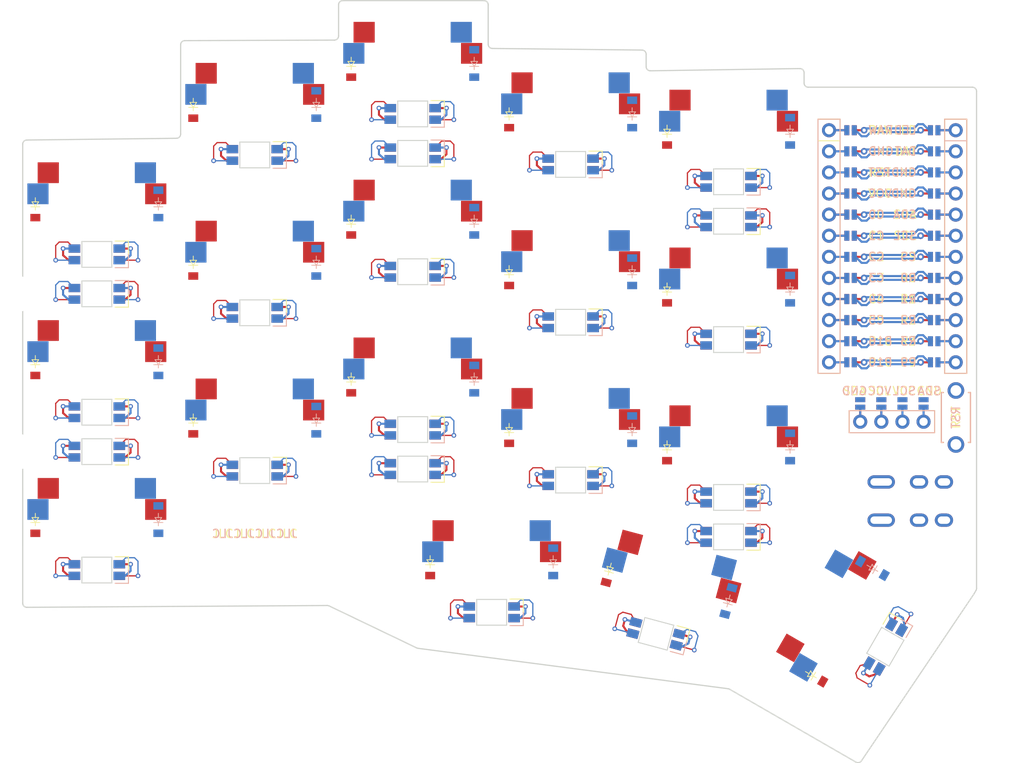
<source format=kicad_pcb>
(kicad_pcb (version 20240108) (generator "ergogen") (generator_version "4.1.0")
  (title_block (title "corney_island") (date "2024-04-30") (rev "0.2") (company "ceoloide"))
  (layers (0 "F.Cu" signal) (31 "B.Cu" signal) (34 "B.Paste" user) (35 "F.Paste" user) (36 "B.SilkS" user "B.Silkscreen") (37 "F.SilkS" user "F.Silkscreen") (38 "B.Mask" user) (39 "F.Mask" user) (44 "Edge.Cuts" user))
  (net 0 "")
  (net 1 "C1")
  (net 2 "pinky_bottom")
  (net 3 "pinky_home")
  (net 4 "pinky_top")
  (net 5 "C2")
  (net 6 "ring_bottom")
  (net 7 "ring_home")
  (net 8 "ring_top")
  (net 9 "C3")
  (net 10 "middle_bottom")
  (net 11 "middle_home")
  (net 12 "middle_top")
  (net 13 "C4")
  (net 14 "index_bottom")
  (net 15 "index_home")
  (net 16 "index_top")
  (net 17 "C5")
  (net 18 "inner_bottom")
  (net 19 "inner_home")
  (net 20 "inner_top")
  (net 21 "near_home")
  (net 22 "mid_home")
  (net 23 "far_home")
  (net 24 "R2")
  (net 25 "R1")
  (net 26 "R0")
  (net 27 "R3")
  (net 28 "RAW")
  (net 29 "GND")
  (net 30 "RST")
  (net 31 "VCC")
  (net 32 "C0")
  (net 33 "P16")
  (net 34 "P10")
  (net 35 "LED")
  (net 36 "DAT")
  (net 37 "SDA")
  (net 38 "SCL")
  (net 39 "CS")
  (net 40 "P9")
  (net 41 "P101")
  (net 42 "P102")
  (net 43 "P107")
  (net 44 "MCU1_24")
  (net 45 "MCU1_1")
  (net 46 "MCU1_23")
  (net 47 "MCU1_2")
  (net 48 "MCU1_22")
  (net 49 "MCU1_3")
  (net 50 "MCU1_21")
  (net 51 "MCU1_4")
  (net 52 "MCU1_20")
  (net 53 "MCU1_5")
  (net 54 "MCU1_19")
  (net 55 "MCU1_6")
  (net 56 "MCU1_18")
  (net 57 "MCU1_7")
  (net 58 "MCU1_17")
  (net 59 "MCU1_8")
  (net 60 "MCU1_16")
  (net 61 "MCU1_9")
  (net 62 "MCU1_15")
  (net 63 "MCU1_10")
  (net 64 "MCU1_14")
  (net 65 "MCU1_11")
  (net 66 "MCU1_13")
  (net 67 "MCU1_12")
  (net 68 "DISP1_1")
  (net 69 "DISP1_2")
  (net 70 "DISP1_3")
  (net 71 "DISP1_4")
  (net 72 "LED_16")
  (net 73 "LED_15")
  (net 74 "LED_17")
  (net 75 "LED_18")
  (net 76 "LED_14")
  (net 77 "LED_13")
  (net 78 "LED_12")
  (net 79 "LED_10")
  (net 80 "LED_9")
  (net 81 "LED_11")
  (net 82 "LED_7")
  (net 83 "LED_6")
  (net 84 "LED_5")
  (net 85 "LED_4")
  (net 86 "LED_2")
  (net 87 "LED_1")
  (net 88 "LED_3")
  (net 89 "LED_8")
  (net 90 "ULED_6")
  (net 91 "ULED_1")
  (net 92 "ULED_2")
  (net 93 "ULED_3")
  (net 94 "ULED_4")
  (net 95 "ULED_5")
  (module "ceoloide:mounting_hole_npth" (layer F.Cu) (at 188.762 94.111 0)
    (fp_text reference "MH1" hide)
    (pad "" np_thru_hole circle (at 0 0 0) (size 2.2 2.2) (drill 2.2) (layers *.Cu *.Mask))
  )
  (module "ceoloide:mounting_hole_npth" (layer F.Cu) (at 203.194 102.63000000000001 0)
    (fp_text reference "MH2" hide)
    (pad "" np_thru_hole circle (at 0 0 0) (size 2.2 2.2) (drill 2.2) (layers *.Cu *.Mask))
  )
  (module "ceoloide:mounting_hole_npth" (layer F.Cu) (at 90.5 71.5 0)
    (fp_text reference "MH3" hide)
    (pad "" np_thru_hole circle (at 0 0 0) (size 4.3 4.3) (drill 4.3) (layers *.Cu *.Mask))
  )
  (module "ceoloide:mounting_hole_npth" (layer F.Cu) (at 90.5 90.5 0)
    (fp_text reference "MH4" hide)
    (pad "" np_thru_hole circle (at 0 0 0) (size 4.3 4.3) (drill 4.3) (layers *.Cu *.Mask))
  )
  (module "ceoloide:mounting_hole_npth" (layer F.Cu) (at 166.468 61.62100000000001 0)
    (fp_text reference "MH5" hide)
    (pad "" np_thru_hole circle (at 0 0 0) (size 4.3 4.3) (drill 4.3) (layers *.Cu *.Mask))
  )
  (module "ceoloide:mounting_hole_npth" (layer F.Cu) (at 133.657 97.955 0)
    (fp_text reference "MH6" hide)
    (pad "" np_thru_hole circle (at 0 0 0) (size 4.3 4.3) (drill 4.3) (layers *.Cu *.Mask))
  )
  (module "ceoloide:mounting_hole_npth" (layer F.Cu) (at 180.2410516 105.53865760000001 60)
    (fp_text reference "MH7" hide)
    (pad "" np_thru_hole circle (at 0 0 60) (size 4.3 4.3) (drill 4.3) (layers *.Cu *.Mask))
  )
  (module MX (layer F.Cu) (at 100 100 0)
    (fp_text reference "S1" hide)
    (fp_text value "" hide)
    (pad "" np_thru_hole circle (at 0 0) (size 3.9878 3.9878) (drill 3.9878) (layers *.Cu *.Mask))
    (pad "" np_thru_hole circle (at 5.08 0) (size 1.7018 1.7018) (drill 1.7018) (layers *.Cu *.Mask))
    (pad "" np_thru_hole circle (at -5.08 0) (size 1.7018 1.7018) (drill 1.7018) (layers *.Cu *.Mask))
    (pad "" np_thru_hole circle (at 2.54 -5.08) (size 3 3) (drill 3) (layers *.Cu *.Mask))
    (pad "" np_thru_hole circle (at -3.81 -2.54) (size 3 3) (drill 3) (layers *.Cu *.Mask))
    (pad 1 smd rect (at -7.085 -2.54 0) (size 2.55 2.5) (layers B.Cu B.Paste B.Mask) (net 1 "C1"))
    (pad 2 smd rect (at 5.842 -5.08 0) (size 2.55 2.5) (layers B.Cu B.Paste B.Mask) (net 2 "pinky_bottom"))
    (pad "" np_thru_hole circle (at -2.54 -5.08) (size 3 3) (drill 3) (layers *.Cu *.Mask))
    (pad "" np_thru_hole circle (at 3.81 -2.54) (size 3 3) (drill 3) (layers *.Cu *.Mask))
    (pad 1 smd rect (at 7.085 -2.54 0) (size 2.55 2.5) (layers F.Cu F.Paste F.Mask) (net 1 "C1"))
    (pad 2 smd rect (at -5.842 -5.08 0) (size 2.55 2.5) (layers F.Cu F.Paste F.Mask) (net 2 "pinky_bottom"))
  )
  (module MX (layer F.Cu) (at 100 81 0)
    (fp_text reference "S2" hide)
    (fp_text value "" hide)
    (pad "" np_thru_hole circle (at 0 0) (size 3.9878 3.9878) (drill 3.9878) (layers *.Cu *.Mask))
    (pad "" np_thru_hole circle (at 5.08 0) (size 1.7018 1.7018) (drill 1.7018) (layers *.Cu *.Mask))
    (pad "" np_thru_hole circle (at -5.08 0) (size 1.7018 1.7018) (drill 1.7018) (layers *.Cu *.Mask))
    (pad "" np_thru_hole circle (at 2.54 -5.08) (size 3 3) (drill 3) (layers *.Cu *.Mask))
    (pad "" np_thru_hole circle (at -3.81 -2.54) (size 3 3) (drill 3) (layers *.Cu *.Mask))
    (pad 1 smd rect (at -7.085 -2.54 0) (size 2.55 2.5) (layers B.Cu B.Paste B.Mask) (net 1 "C1"))
    (pad 2 smd rect (at 5.842 -5.08 0) (size 2.55 2.5) (layers B.Cu B.Paste B.Mask) (net 3 "pinky_home"))
    (pad "" np_thru_hole circle (at -2.54 -5.08) (size 3 3) (drill 3) (layers *.Cu *.Mask))
    (pad "" np_thru_hole circle (at 3.81 -2.54) (size 3 3) (drill 3) (layers *.Cu *.Mask))
    (pad 1 smd rect (at 7.085 -2.54 0) (size 2.55 2.5) (layers F.Cu F.Paste F.Mask) (net 1 "C1"))
    (pad 2 smd rect (at -5.842 -5.08 0) (size 2.55 2.5) (layers F.Cu F.Paste F.Mask) (net 3 "pinky_home"))
  )
  (module MX (layer F.Cu) (at 100 62 0)
    (fp_text reference "S3" hide)
    (fp_text value "" hide)
    (pad "" np_thru_hole circle (at 0 0) (size 3.9878 3.9878) (drill 3.9878) (layers *.Cu *.Mask))
    (pad "" np_thru_hole circle (at 5.08 0) (size 1.7018 1.7018) (drill 1.7018) (layers *.Cu *.Mask))
    (pad "" np_thru_hole circle (at -5.08 0) (size 1.7018 1.7018) (drill 1.7018) (layers *.Cu *.Mask))
    (pad "" np_thru_hole circle (at 2.54 -5.08) (size 3 3) (drill 3) (layers *.Cu *.Mask))
    (pad "" np_thru_hole circle (at -3.81 -2.54) (size 3 3) (drill 3) (layers *.Cu *.Mask))
    (pad 1 smd rect (at -7.085 -2.54 0) (size 2.55 2.5) (layers B.Cu B.Paste B.Mask) (net 1 "C1"))
    (pad 2 smd rect (at 5.842 -5.08 0) (size 2.55 2.5) (layers B.Cu B.Paste B.Mask) (net 4 "pinky_top"))
    (pad "" np_thru_hole circle (at -2.54 -5.08) (size 3 3) (drill 3) (layers *.Cu *.Mask))
    (pad "" np_thru_hole circle (at 3.81 -2.54) (size 3 3) (drill 3) (layers *.Cu *.Mask))
    (pad 1 smd rect (at 7.085 -2.54 0) (size 2.55 2.5) (layers F.Cu F.Paste F.Mask) (net 1 "C1"))
    (pad 2 smd rect (at -5.842 -5.08 0) (size 2.55 2.5) (layers F.Cu F.Paste F.Mask) (net 4 "pinky_top"))
  )
  (module MX (layer F.Cu) (at 119 88.03 0)
    (fp_text reference "S4" hide)
    (fp_text value "" hide)
    (pad "" np_thru_hole circle (at 0 0) (size 3.9878 3.9878) (drill 3.9878) (layers *.Cu *.Mask))
    (pad "" np_thru_hole circle (at 5.08 0) (size 1.7018 1.7018) (drill 1.7018) (layers *.Cu *.Mask))
    (pad "" np_thru_hole circle (at -5.08 0) (size 1.7018 1.7018) (drill 1.7018) (layers *.Cu *.Mask))
    (pad "" np_thru_hole circle (at 2.54 -5.08) (size 3 3) (drill 3) (layers *.Cu *.Mask))
    (pad "" np_thru_hole circle (at -3.81 -2.54) (size 3 3) (drill 3) (layers *.Cu *.Mask))
    (pad 1 smd rect (at -7.085 -2.54 0) (size 2.55 2.5) (layers B.Cu B.Paste B.Mask) (net 5 "C2"))
    (pad 2 smd rect (at 5.842 -5.08 0) (size 2.55 2.5) (layers B.Cu B.Paste B.Mask) (net 6 "ring_bottom"))
    (pad "" np_thru_hole circle (at -2.54 -5.08) (size 3 3) (drill 3) (layers *.Cu *.Mask))
    (pad "" np_thru_hole circle (at 3.81 -2.54) (size 3 3) (drill 3) (layers *.Cu *.Mask))
    (pad 1 smd rect (at 7.085 -2.54 0) (size 2.55 2.5) (layers F.Cu F.Paste F.Mask) (net 5 "C2"))
    (pad 2 smd rect (at -5.842 -5.08 0) (size 2.55 2.5) (layers F.Cu F.Paste F.Mask) (net 6 "ring_bottom"))
  )
  (module MX (layer F.Cu) (at 119 69.03 0)
    (fp_text reference "S5" hide)
    (fp_text value "" hide)
    (pad "" np_thru_hole circle (at 0 0) (size 3.9878 3.9878) (drill 3.9878) (layers *.Cu *.Mask))
    (pad "" np_thru_hole circle (at 5.08 0) (size 1.7018 1.7018) (drill 1.7018) (layers *.Cu *.Mask))
    (pad "" np_thru_hole circle (at -5.08 0) (size 1.7018 1.7018) (drill 1.7018) (layers *.Cu *.Mask))
    (pad "" np_thru_hole circle (at 2.54 -5.08) (size 3 3) (drill 3) (layers *.Cu *.Mask))
    (pad "" np_thru_hole circle (at -3.81 -2.54) (size 3 3) (drill 3) (layers *.Cu *.Mask))
    (pad 1 smd rect (at -7.085 -2.54 0) (size 2.55 2.5) (layers B.Cu B.Paste B.Mask) (net 5 "C2"))
    (pad 2 smd rect (at 5.842 -5.08 0) (size 2.55 2.5) (layers B.Cu B.Paste B.Mask) (net 7 "ring_home"))
    (pad "" np_thru_hole circle (at -2.54 -5.08) (size 3 3) (drill 3) (layers *.Cu *.Mask))
    (pad "" np_thru_hole circle (at 3.81 -2.54) (size 3 3) (drill 3) (layers *.Cu *.Mask))
    (pad 1 smd rect (at 7.085 -2.54 0) (size 2.55 2.5) (layers F.Cu F.Paste F.Mask) (net 5 "C2"))
    (pad 2 smd rect (at -5.842 -5.08 0) (size 2.55 2.5) (layers F.Cu F.Paste F.Mask) (net 7 "ring_home"))
  )
  (module MX (layer F.Cu) (at 119 50.03 0)
    (fp_text reference "S6" hide)
    (fp_text value "" hide)
    (pad "" np_thru_hole circle (at 0 0) (size 3.9878 3.9878) (drill 3.9878) (layers *.Cu *.Mask))
    (pad "" np_thru_hole circle (at 5.08 0) (size 1.7018 1.7018) (drill 1.7018) (layers *.Cu *.Mask))
    (pad "" np_thru_hole circle (at -5.08 0) (size 1.7018 1.7018) (drill 1.7018) (layers *.Cu *.Mask))
    (pad "" np_thru_hole circle (at 2.54 -5.08) (size 3 3) (drill 3) (layers *.Cu *.Mask))
    (pad "" np_thru_hole circle (at -3.81 -2.54) (size 3 3) (drill 3) (layers *.Cu *.Mask))
    (pad 1 smd rect (at -7.085 -2.54 0) (size 2.55 2.5) (layers B.Cu B.Paste B.Mask) (net 5 "C2"))
    (pad 2 smd rect (at 5.842 -5.08 0) (size 2.55 2.5) (layers B.Cu B.Paste B.Mask) (net 8 "ring_top"))
    (pad "" np_thru_hole circle (at -2.54 -5.08) (size 3 3) (drill 3) (layers *.Cu *.Mask))
    (pad "" np_thru_hole circle (at 3.81 -2.54) (size 3 3) (drill 3) (layers *.Cu *.Mask))
    (pad 1 smd rect (at 7.085 -2.54 0) (size 2.55 2.5) (layers F.Cu F.Paste F.Mask) (net 5 "C2"))
    (pad 2 smd rect (at -5.842 -5.08 0) (size 2.55 2.5) (layers F.Cu F.Paste F.Mask) (net 8 "ring_top"))
  )
  (module MX (layer F.Cu) (at 138 83.09 0)
    (fp_text reference "S7" hide)
    (fp_text value "" hide)
    (pad "" np_thru_hole circle (at 0 0) (size 3.9878 3.9878) (drill 3.9878) (layers *.Cu *.Mask))
    (pad "" np_thru_hole circle (at 5.08 0) (size 1.7018 1.7018) (drill 1.7018) (layers *.Cu *.Mask))
    (pad "" np_thru_hole circle (at -5.08 0) (size 1.7018 1.7018) (drill 1.7018) (layers *.Cu *.Mask))
    (pad "" np_thru_hole circle (at 2.54 -5.08) (size 3 3) (drill 3) (layers *.Cu *.Mask))
    (pad "" np_thru_hole circle (at -3.81 -2.54) (size 3 3) (drill 3) (layers *.Cu *.Mask))
    (pad 1 smd rect (at -7.085 -2.54 0) (size 2.55 2.5) (layers B.Cu B.Paste B.Mask) (net 9 "C3"))
    (pad 2 smd rect (at 5.842 -5.08 0) (size 2.55 2.5) (layers B.Cu B.Paste B.Mask) (net 10 "middle_bottom"))
    (pad "" np_thru_hole circle (at -2.54 -5.08) (size 3 3) (drill 3) (layers *.Cu *.Mask))
    (pad "" np_thru_hole circle (at 3.81 -2.54) (size 3 3) (drill 3) (layers *.Cu *.Mask))
    (pad 1 smd rect (at 7.085 -2.54 0) (size 2.55 2.5) (layers F.Cu F.Paste F.Mask) (net 9 "C3"))
    (pad 2 smd rect (at -5.842 -5.08 0) (size 2.55 2.5) (layers F.Cu F.Paste F.Mask) (net 10 "middle_bottom"))
  )
  (module MX (layer F.Cu) (at 138 64.09 0)
    (fp_text reference "S8" hide)
    (fp_text value "" hide)
    (pad "" np_thru_hole circle (at 0 0) (size 3.9878 3.9878) (drill 3.9878) (layers *.Cu *.Mask))
    (pad "" np_thru_hole circle (at 5.08 0) (size 1.7018 1.7018) (drill 1.7018) (layers *.Cu *.Mask))
    (pad "" np_thru_hole circle (at -5.08 0) (size 1.7018 1.7018) (drill 1.7018) (layers *.Cu *.Mask))
    (pad "" np_thru_hole circle (at 2.54 -5.08) (size 3 3) (drill 3) (layers *.Cu *.Mask))
    (pad "" np_thru_hole circle (at -3.81 -2.54) (size 3 3) (drill 3) (layers *.Cu *.Mask))
    (pad 1 smd rect (at -7.085 -2.54 0) (size 2.55 2.5) (layers B.Cu B.Paste B.Mask) (net 9 "C3"))
    (pad 2 smd rect (at 5.842 -5.08 0) (size 2.55 2.5) (layers B.Cu B.Paste B.Mask) (net 11 "middle_home"))
    (pad "" np_thru_hole circle (at -2.54 -5.08) (size 3 3) (drill 3) (layers *.Cu *.Mask))
    (pad "" np_thru_hole circle (at 3.81 -2.54) (size 3 3) (drill 3) (layers *.Cu *.Mask))
    (pad 1 smd rect (at 7.085 -2.54 0) (size 2.55 2.5) (layers F.Cu F.Paste F.Mask) (net 9 "C3"))
    (pad 2 smd rect (at -5.842 -5.08 0) (size 2.55 2.5) (layers F.Cu F.Paste F.Mask) (net 11 "middle_home"))
  )
  (module MX (layer F.Cu) (at 138 45.09 0)
    (fp_text reference "S9" hide)
    (fp_text value "" hide)
    (pad "" np_thru_hole circle (at 0 0) (size 3.9878 3.9878) (drill 3.9878) (layers *.Cu *.Mask))
    (pad "" np_thru_hole circle (at 5.08 0) (size 1.7018 1.7018) (drill 1.7018) (layers *.Cu *.Mask))
    (pad "" np_thru_hole circle (at -5.08 0) (size 1.7018 1.7018) (drill 1.7018) (layers *.Cu *.Mask))
    (pad "" np_thru_hole circle (at 2.54 -5.08) (size 3 3) (drill 3) (layers *.Cu *.Mask))
    (pad "" np_thru_hole circle (at -3.81 -2.54) (size 3 3) (drill 3) (layers *.Cu *.Mask))
    (pad 1 smd rect (at -7.085 -2.54 0) (size 2.55 2.5) (layers B.Cu B.Paste B.Mask) (net 9 "C3"))
    (pad 2 smd rect (at 5.842 -5.08 0) (size 2.55 2.5) (layers B.Cu B.Paste B.Mask) (net 12 "middle_top"))
    (pad "" np_thru_hole circle (at -2.54 -5.08) (size 3 3) (drill 3) (layers *.Cu *.Mask))
    (pad "" np_thru_hole circle (at 3.81 -2.54) (size 3 3) (drill 3) (layers *.Cu *.Mask))
    (pad 1 smd rect (at 7.085 -2.54 0) (size 2.55 2.5) (layers F.Cu F.Paste F.Mask) (net 9 "C3"))
    (pad 2 smd rect (at -5.842 -5.08 0) (size 2.55 2.5) (layers F.Cu F.Paste F.Mask) (net 12 "middle_top"))
  )
  (module MX (layer F.Cu) (at 157 89.17 0)
    (fp_text reference "S10" hide)
    (fp_text value "" hide)
    (pad "" np_thru_hole circle (at 0 0) (size 3.9878 3.9878) (drill 3.9878) (layers *.Cu *.Mask))
    (pad "" np_thru_hole circle (at 5.08 0) (size 1.7018 1.7018) (drill 1.7018) (layers *.Cu *.Mask))
    (pad "" np_thru_hole circle (at -5.08 0) (size 1.7018 1.7018) (drill 1.7018) (layers *.Cu *.Mask))
    (pad "" np_thru_hole circle (at 2.54 -5.08) (size 3 3) (drill 3) (layers *.Cu *.Mask))
    (pad "" np_thru_hole circle (at -3.81 -2.54) (size 3 3) (drill 3) (layers *.Cu *.Mask))
    (pad 1 smd rect (at -7.085 -2.54 0) (size 2.55 2.5) (layers B.Cu B.Paste B.Mask) (net 13 "C4"))
    (pad 2 smd rect (at 5.842 -5.08 0) (size 2.55 2.5) (layers B.Cu B.Paste B.Mask) (net 14 "index_bottom"))
    (pad "" np_thru_hole circle (at -2.54 -5.08) (size 3 3) (drill 3) (layers *.Cu *.Mask))
    (pad "" np_thru_hole circle (at 3.81 -2.54) (size 3 3) (drill 3) (layers *.Cu *.Mask))
    (pad 1 smd rect (at 7.085 -2.54 0) (size 2.55 2.5) (layers F.Cu F.Paste F.Mask) (net 13 "C4"))
    (pad 2 smd rect (at -5.842 -5.08 0) (size 2.55 2.5) (layers F.Cu F.Paste F.Mask) (net 14 "index_bottom"))
  )
  (module MX (layer F.Cu) (at 157 70.17 0)
    (fp_text reference "S11" hide)
    (fp_text value "" hide)
    (pad "" np_thru_hole circle (at 0 0) (size 3.9878 3.9878) (drill 3.9878) (layers *.Cu *.Mask))
    (pad "" np_thru_hole circle (at 5.08 0) (size 1.7018 1.7018) (drill 1.7018) (layers *.Cu *.Mask))
    (pad "" np_thru_hole circle (at -5.08 0) (size 1.7018 1.7018) (drill 1.7018) (layers *.Cu *.Mask))
    (pad "" np_thru_hole circle (at 2.54 -5.08) (size 3 3) (drill 3) (layers *.Cu *.Mask))
    (pad "" np_thru_hole circle (at -3.81 -2.54) (size 3 3) (drill 3) (layers *.Cu *.Mask))
    (pad 1 smd rect (at -7.085 -2.54 0) (size 2.55 2.5) (layers B.Cu B.Paste B.Mask) (net 13 "C4"))
    (pad 2 smd rect (at 5.842 -5.08 0) (size 2.55 2.5) (layers B.Cu B.Paste B.Mask) (net 15 "index_home"))
    (pad "" np_thru_hole circle (at -2.54 -5.08) (size 3 3) (drill 3) (layers *.Cu *.Mask))
    (pad "" np_thru_hole circle (at 3.81 -2.54) (size 3 3) (drill 3) (layers *.Cu *.Mask))
    (pad 1 smd rect (at 7.085 -2.54 0) (size 2.55 2.5) (layers F.Cu F.Paste F.Mask) (net 13 "C4"))
    (pad 2 smd rect (at -5.842 -5.08 0) (size 2.55 2.5) (layers F.Cu F.Paste F.Mask) (net 15 "index_home"))
  )
  (module MX (layer F.Cu) (at 157 51.17 0)
    (fp_text reference "S12" hide)
    (fp_text value "" hide)
    (pad "" np_thru_hole circle (at 0 0) (size 3.9878 3.9878) (drill 3.9878) (layers *.Cu *.Mask))
    (pad "" np_thru_hole circle (at 5.08 0) (size 1.7018 1.7018) (drill 1.7018) (layers *.Cu *.Mask))
    (pad "" np_thru_hole circle (at -5.08 0) (size 1.7018 1.7018) (drill 1.7018) (layers *.Cu *.Mask))
    (pad "" np_thru_hole circle (at 2.54 -5.08) (size 3 3) (drill 3) (layers *.Cu *.Mask))
    (pad "" np_thru_hole circle (at -3.81 -2.54) (size 3 3) (drill 3) (layers *.Cu *.Mask))
    (pad 1 smd rect (at -7.085 -2.54 0) (size 2.55 2.5) (layers B.Cu B.Paste B.Mask) (net 13 "C4"))
    (pad 2 smd rect (at 5.842 -5.08 0) (size 2.55 2.5) (layers B.Cu B.Paste B.Mask) (net 16 "index_top"))
    (pad "" np_thru_hole circle (at -2.54 -5.08) (size 3 3) (drill 3) (layers *.Cu *.Mask))
    (pad "" np_thru_hole circle (at 3.81 -2.54) (size 3 3) (drill 3) (layers *.Cu *.Mask))
    (pad 1 smd rect (at 7.085 -2.54 0) (size 2.55 2.5) (layers F.Cu F.Paste F.Mask) (net 13 "C4"))
    (pad 2 smd rect (at -5.842 -5.08 0) (size 2.55 2.5) (layers F.Cu F.Paste F.Mask) (net 16 "index_top"))
  )
  (module MX (layer F.Cu) (at 176 91.26 0)
    (fp_text reference "S13" hide)
    (fp_text value "" hide)
    (pad "" np_thru_hole circle (at 0 0) (size 3.9878 3.9878) (drill 3.9878) (layers *.Cu *.Mask))
    (pad "" np_thru_hole circle (at 5.08 0) (size 1.7018 1.7018) (drill 1.7018) (layers *.Cu *.Mask))
    (pad "" np_thru_hole circle (at -5.08 0) (size 1.7018 1.7018) (drill 1.7018) (layers *.Cu *.Mask))
    (pad "" np_thru_hole circle (at 2.54 -5.08) (size 3 3) (drill 3) (layers *.Cu *.Mask))
    (pad "" np_thru_hole circle (at -3.81 -2.54) (size 3 3) (drill 3) (layers *.Cu *.Mask))
    (pad 1 smd rect (at -7.085 -2.54 0) (size 2.55 2.5) (layers B.Cu B.Paste B.Mask) (net 17 "C5"))
    (pad 2 smd rect (at 5.842 -5.08 0) (size 2.55 2.5) (layers B.Cu B.Paste B.Mask) (net 18 "inner_bottom"))
    (pad "" np_thru_hole circle (at -2.54 -5.08) (size 3 3) (drill 3) (layers *.Cu *.Mask))
    (pad "" np_thru_hole circle (at 3.81 -2.54) (size 3 3) (drill 3) (layers *.Cu *.Mask))
    (pad 1 smd rect (at 7.085 -2.54 0) (size 2.55 2.5) (layers F.Cu F.Paste F.Mask) (net 17 "C5"))
    (pad 2 smd rect (at -5.842 -5.08 0) (size 2.55 2.5) (layers F.Cu F.Paste F.Mask) (net 18 "inner_bottom"))
  )
  (module MX (layer F.Cu) (at 176 72.26 0)
    (fp_text reference "S14" hide)
    (fp_text value "" hide)
    (pad "" np_thru_hole circle (at 0 0) (size 3.9878 3.9878) (drill 3.9878) (layers *.Cu *.Mask))
    (pad "" np_thru_hole circle (at 5.08 0) (size 1.7018 1.7018) (drill 1.7018) (layers *.Cu *.Mask))
    (pad "" np_thru_hole circle (at -5.08 0) (size 1.7018 1.7018) (drill 1.7018) (layers *.Cu *.Mask))
    (pad "" np_thru_hole circle (at 2.54 -5.08) (size 3 3) (drill 3) (layers *.Cu *.Mask))
    (pad "" np_thru_hole circle (at -3.81 -2.54) (size 3 3) (drill 3) (layers *.Cu *.Mask))
    (pad 1 smd rect (at -7.085 -2.54 0) (size 2.55 2.5) (layers B.Cu B.Paste B.Mask) (net 17 "C5"))
    (pad 2 smd rect (at 5.842 -5.08 0) (size 2.55 2.5) (layers B.Cu B.Paste B.Mask) (net 19 "inner_home"))
    (pad "" np_thru_hole circle (at -2.54 -5.08) (size 3 3) (drill 3) (layers *.Cu *.Mask))
    (pad "" np_thru_hole circle (at 3.81 -2.54) (size 3 3) (drill 3) (layers *.Cu *.Mask))
    (pad 1 smd rect (at 7.085 -2.54 0) (size 2.55 2.5) (layers F.Cu F.Paste F.Mask) (net 17 "C5"))
    (pad 2 smd rect (at -5.842 -5.08 0) (size 2.55 2.5) (layers F.Cu F.Paste F.Mask) (net 19 "inner_home"))
  )
  (module MX (layer F.Cu) (at 176 53.260000000000005 0)
    (fp_text reference "S15" hide)
    (fp_text value "" hide)
    (pad "" np_thru_hole circle (at 0 0) (size 3.9878 3.9878) (drill 3.9878) (layers *.Cu *.Mask))
    (pad "" np_thru_hole circle (at 5.08 0) (size 1.7018 1.7018) (drill 1.7018) (layers *.Cu *.Mask))
    (pad "" np_thru_hole circle (at -5.08 0) (size 1.7018 1.7018) (drill 1.7018) (layers *.Cu *.Mask))
    (pad "" np_thru_hole circle (at 2.54 -5.08) (size 3 3) (drill 3) (layers *.Cu *.Mask))
    (pad "" np_thru_hole circle (at -3.81 -2.54) (size 3 3) (drill 3) (layers *.Cu *.Mask))
    (pad 1 smd rect (at -7.085 -2.54 0) (size 2.55 2.5) (layers B.Cu B.Paste B.Mask) (net 17 "C5"))
    (pad 2 smd rect (at 5.842 -5.08 0) (size 2.55 2.5) (layers B.Cu B.Paste B.Mask) (net 20 "inner_top"))
    (pad "" np_thru_hole circle (at -2.54 -5.08) (size 3 3) (drill 3) (layers *.Cu *.Mask))
    (pad "" np_thru_hole circle (at 3.81 -2.54) (size 3 3) (drill 3) (layers *.Cu *.Mask))
    (pad 1 smd rect (at 7.085 -2.54 0) (size 2.55 2.5) (layers F.Cu F.Paste F.Mask) (net 17 "C5"))
    (pad 2 smd rect (at -5.842 -5.08 0) (size 2.55 2.5) (layers F.Cu F.Paste F.Mask) (net 20 "inner_top"))
  )
  (module MX (layer F.Cu) (at 147.5 105.09 0)
    (fp_text reference "S16" hide)
    (fp_text value "" hide)
    (pad "" np_thru_hole circle (at 0 0) (size 3.9878 3.9878) (drill 3.9878) (layers *.Cu *.Mask))
    (pad "" np_thru_hole circle (at 5.08 0) (size 1.7018 1.7018) (drill 1.7018) (layers *.Cu *.Mask))
    (pad "" np_thru_hole circle (at -5.08 0) (size 1.7018 1.7018) (drill 1.7018) (layers *.Cu *.Mask))
    (pad "" np_thru_hole circle (at 2.54 -5.08) (size 3 3) (drill 3) (layers *.Cu *.Mask))
    (pad "" np_thru_hole circle (at -3.81 -2.54) (size 3 3) (drill 3) (layers *.Cu *.Mask))
    (pad 1 smd rect (at -7.085 -2.54 0) (size 2.55 2.5) (layers B.Cu B.Paste B.Mask) (net 9 "C3"))
    (pad 2 smd rect (at 5.842 -5.08 0) (size 2.55 2.5) (layers B.Cu B.Paste B.Mask) (net 21 "near_home"))
    (pad "" np_thru_hole circle (at -2.54 -5.08) (size 3 3) (drill 3) (layers *.Cu *.Mask))
    (pad "" np_thru_hole circle (at 3.81 -2.54) (size 3 3) (drill 3) (layers *.Cu *.Mask))
    (pad 1 smd rect (at 7.085 -2.54 0) (size 2.55 2.5) (layers F.Cu F.Paste F.Mask) (net 9 "C3"))
    (pad 2 smd rect (at -5.842 -5.08 0) (size 2.55 2.5) (layers F.Cu F.Paste F.Mask) (net 21 "near_home"))
  )
  (module MX (layer F.Cu) (at 168.5 107.84 -15)
    (fp_text reference "S17" hide)
    (fp_text value "" hide)
    (pad "" np_thru_hole circle (at 0 0) (size 3.9878 3.9878) (drill 3.9878) (layers *.Cu *.Mask))
    (pad "" np_thru_hole circle (at 5.08 0) (size 1.7018 1.7018) (drill 1.7018) (layers *.Cu *.Mask))
    (pad "" np_thru_hole circle (at -5.08 0) (size 1.7018 1.7018) (drill 1.7018) (layers *.Cu *.Mask))
    (pad "" np_thru_hole circle (at 2.54 -5.08) (size 3 3) (drill 3) (layers *.Cu *.Mask))
    (pad "" np_thru_hole circle (at -3.81 -2.54) (size 3 3) (drill 3) (layers *.Cu *.Mask))
    (pad 1 smd rect (at -7.085 -2.54 -15) (size 2.55 2.5) (layers B.Cu B.Paste B.Mask) (net 13 "C4"))
    (pad 2 smd rect (at 5.842 -5.08 -15) (size 2.55 2.5) (layers B.Cu B.Paste B.Mask) (net 22 "mid_home"))
    (pad "" np_thru_hole circle (at -2.54 -5.08) (size 3 3) (drill 3) (layers *.Cu *.Mask))
    (pad "" np_thru_hole circle (at 3.81 -2.54) (size 3 3) (drill 3) (layers *.Cu *.Mask))
    (pad 1 smd rect (at 7.085 -2.54 -15) (size 2.55 2.5) (layers F.Cu F.Paste F.Mask) (net 13 "C4"))
    (pad 2 smd rect (at -5.842 -5.08 -15) (size 2.55 2.5) (layers F.Cu F.Paste F.Mask) (net 22 "mid_home"))
  )
  (module MX (layer F.Cu) (at 190.7468058 111.60415760000001 60)
    (fp_text reference "S18" hide)
    (fp_text value "" hide)
    (pad "" np_thru_hole circle (at 0 0) (size 3.9878 3.9878) (drill 3.9878) (layers *.Cu *.Mask))
    (pad "" np_thru_hole circle (at 5.08 0) (size 1.7018 1.7018) (drill 1.7018) (layers *.Cu *.Mask))
    (pad "" np_thru_hole circle (at -5.08 0) (size 1.7018 1.7018) (drill 1.7018) (layers *.Cu *.Mask))
    (pad "" np_thru_hole circle (at 2.54 -5.08) (size 3 3) (drill 3) (layers *.Cu *.Mask))
    (pad "" np_thru_hole circle (at -3.81 -2.54) (size 3 3) (drill 3) (layers *.Cu *.Mask))
    (pad 1 smd rect (at -7.085 -2.54 60) (size 2.55 2.5) (layers B.Cu B.Paste B.Mask) (net 17 "C5"))
    (pad 2 smd rect (at 5.842 -5.08 60) (size 2.55 2.5) (layers B.Cu B.Paste B.Mask) (net 23 "far_home"))
    (pad "" np_thru_hole circle (at -2.54 -5.08) (size 3 3) (drill 3) (layers *.Cu *.Mask))
    (pad "" np_thru_hole circle (at 3.81 -2.54) (size 3 3) (drill 3) (layers *.Cu *.Mask))
    (pad 1 smd rect (at 7.085 -2.54 60) (size 2.55 2.5) (layers F.Cu F.Paste F.Mask) (net 17 "C5"))
    (pad 2 smd rect (at -5.842 -5.08 60) (size 2.55 2.5) (layers F.Cu F.Paste F.Mask) (net 23 "far_home"))
  )
  (module "ceoloide:diode_tht_sod123" (layer B.Cu) (at 107.4 98.675 90)
    (fp_text reference "D1" hide)
    (pad 2 smd rect (at 1.65 0 90) (size 0.9 1.2) (layers B.Cu B.Paste B.Mask) (net 2 "pinky_bottom"))
    (pad 1 smd rect (at -1.65 0 90) (size 0.9 1.2) (layers B.Cu B.Paste B.Mask) (net 24 "R2"))
  )
  (module "ceoloide:diode_tht_sod123" (layer B.Cu) (at 107.4 79.675 90)
    (fp_text reference "D2" hide)
    (pad 2 smd rect (at 1.65 0 90) (size 0.9 1.2) (layers B.Cu B.Paste B.Mask) (net 3 "pinky_home"))
    (pad 1 smd rect (at -1.65 0 90) (size 0.9 1.2) (layers B.Cu B.Paste B.Mask) (net 25 "R1"))
  )
  (module "ceoloide:diode_tht_sod123" (layer B.Cu) (at 107.4 60.675 90)
    (fp_text reference "D3" hide)
    (pad 2 smd rect (at 1.65 0 90) (size 0.9 1.2) (layers B.Cu B.Paste B.Mask) (net 4 "pinky_top"))
    (pad 1 smd rect (at -1.65 0 90) (size 0.9 1.2) (layers B.Cu B.Paste B.Mask) (net 26 "R0"))
  )
  (module "ceoloide:diode_tht_sod123" (layer B.Cu) (at 126.4 86.705 90)
    (fp_text reference "D4" hide)
    (pad 2 smd rect (at 1.65 0 90) (size 0.9 1.2) (layers B.Cu B.Paste B.Mask) (net 6 "ring_bottom"))
    (pad 1 smd rect (at -1.65 0 90) (size 0.9 1.2) (layers B.Cu B.Paste B.Mask) (net 24 "R2"))
  )
  (module "ceoloide:diode_tht_sod123" (layer B.Cu) (at 126.4 67.705 90)
    (fp_text reference "D5" hide)
    (pad 2 smd rect (at 1.65 0 90) (size 0.9 1.2) (layers B.Cu B.Paste B.Mask) (net 7 "ring_home"))
    (pad 1 smd rect (at -1.65 0 90) (size 0.9 1.2) (layers B.Cu B.Paste B.Mask) (net 25 "R1"))
  )
  (module "ceoloide:diode_tht_sod123" (layer B.Cu) (at 126.4 48.705 90)
    (fp_text reference "D6" hide)
    (pad 2 smd rect (at 1.65 0 90) (size 0.9 1.2) (layers B.Cu B.Paste B.Mask) (net 8 "ring_top"))
    (pad 1 smd rect (at -1.65 0 90) (size 0.9 1.2) (layers B.Cu B.Paste B.Mask) (net 26 "R0"))
  )
  (module "ceoloide:diode_tht_sod123" (layer B.Cu) (at 145.4 81.765 90)
    (fp_text reference "D7" hide)
    (pad 2 smd rect (at 1.65 0 90) (size 0.9 1.2) (layers B.Cu B.Paste B.Mask) (net 10 "middle_bottom"))
    (pad 1 smd rect (at -1.65 0 90) (size 0.9 1.2) (layers B.Cu B.Paste B.Mask) (net 24 "R2"))
  )
  (module "ceoloide:diode_tht_sod123" (layer B.Cu) (at 145.4 62.765 90)
    (fp_text reference "D8" hide)
    (pad 2 smd rect (at 1.65 0 90) (size 0.9 1.2) (layers B.Cu B.Paste B.Mask) (net 11 "middle_home"))
    (pad 1 smd rect (at -1.65 0 90) (size 0.9 1.2) (layers B.Cu B.Paste B.Mask) (net 25 "R1"))
  )
  (module "ceoloide:diode_tht_sod123" (layer B.Cu) (at 145.4 43.765 90)
    (fp_text reference "D9" hide)
    (pad 2 smd rect (at 1.65 0 90) (size 0.9 1.2) (layers B.Cu B.Paste B.Mask) (net 12 "middle_top"))
    (pad 1 smd rect (at -1.65 0 90) (size 0.9 1.2) (layers B.Cu B.Paste B.Mask) (net 26 "R0"))
  )
  (module "ceoloide:diode_tht_sod123" (layer B.Cu) (at 164.4 87.845 90)
    (fp_text reference "D10" hide)
    (pad 2 smd rect (at 1.65 0 90) (size 0.9 1.2) (layers B.Cu B.Paste B.Mask) (net 14 "index_bottom"))
    (pad 1 smd rect (at -1.65 0 90) (size 0.9 1.2) (layers B.Cu B.Paste B.Mask) (net 24 "R2"))
  )
  (module "ceoloide:diode_tht_sod123" (layer B.Cu) (at 164.4 68.845 90)
    (fp_text reference "D11" hide)
    (pad 2 smd rect (at 1.65 0 90) (size 0.9 1.2) (layers B.Cu B.Paste B.Mask) (net 15 "index_home"))
    (pad 1 smd rect (at -1.65 0 90) (size 0.9 1.2) (layers B.Cu B.Paste B.Mask) (net 25 "R1"))
  )
  (module "ceoloide:diode_tht_sod123" (layer B.Cu) (at 164.4 49.845 90)
    (fp_text reference "D12" hide)
    (pad 2 smd rect (at 1.65 0 90) (size 0.9 1.2) (layers B.Cu B.Paste B.Mask) (net 16 "index_top"))
    (pad 1 smd rect (at -1.65 0 90) (size 0.9 1.2) (layers B.Cu B.Paste B.Mask) (net 26 "R0"))
  )
  (module "ceoloide:diode_tht_sod123" (layer B.Cu) (at 183.4 89.935 90)
    (fp_text reference "D13" hide)
    (pad 2 smd rect (at 1.65 0 90) (size 0.9 1.2) (layers B.Cu B.Paste B.Mask) (net 18 "inner_bottom"))
    (pad 1 smd rect (at -1.65 0 90) (size 0.9 1.2) (layers B.Cu B.Paste B.Mask) (net 24 "R2"))
  )
  (module "ceoloide:diode_tht_sod123" (layer B.Cu) (at 183.4 70.935 90)
    (fp_text reference "D14" hide)
    (pad 2 smd rect (at 1.65 0 90) (size 0.9 1.2) (layers B.Cu B.Paste B.Mask) (net 19 "inner_home"))
    (pad 1 smd rect (at -1.65 0 90) (size 0.9 1.2) (layers B.Cu B.Paste B.Mask) (net 25 "R1"))
  )
  (module "ceoloide:diode_tht_sod123" (layer B.Cu) (at 183.4 51.935 90)
    (fp_text reference "D15" hide)
    (pad 2 smd rect (at 1.65 0 90) (size 0.9 1.2) (layers B.Cu B.Paste B.Mask) (net 20 "inner_top"))
    (pad 1 smd rect (at -1.65 0 90) (size 0.9 1.2) (layers B.Cu B.Paste B.Mask) (net 26 "R0"))
  )
  (module "ceoloide:diode_tht_sod123" (layer B.Cu) (at 154.9 103.765 90)
    (fp_text reference "D16" hide)
    (pad 2 smd rect (at 1.65 0 90) (size 0.9 1.2) (layers B.Cu B.Paste B.Mask) (net 21 "near_home"))
    (pad 1 smd rect (at -1.65 0 90) (size 0.9 1.2) (layers B.Cu B.Paste B.Mask) (net 27 "R3"))
  )
  (module "ceoloide:diode_tht_sod123" (layer B.Cu) (at 175.9907863 108.4754092 75)
    (fp_text reference "D17" hide)
    (pad 2 smd rect (at 1.65 0 75) (size 0.9 1.2) (layers B.Cu B.Paste B.Mask) (net 22 "mid_home"))
    (pad 1 smd rect (at -1.65 0 75) (size 0.9 1.2) (layers B.Cu B.Paste B.Mask) (net 27 "R3"))
  )
  (module "ceoloide:diode_tht_sod123" (layer B.Cu) (at 193.2993221 104.5330696 150)
    (fp_text reference "D18" hide)
    (pad 2 smd rect (at 1.65 0 150) (size 0.9 1.2) (layers B.Cu B.Paste B.Mask) (net 23 "far_home"))
    (pad 1 smd rect (at -1.65 0 150) (size 0.9 1.2) (layers B.Cu B.Paste B.Mask) (net 27 "R3"))
  )
  (module "ceoloide:diode_tht_sod123" (layer F.Cu) (at 92.6 98.675 90)
    (fp_text reference "D19" hide)
    (pad 1 smd rect (at -1.65 0 90) (size 0.9 1.2) (layers F.Cu F.Paste F.Mask) (net 24 "R2"))
    (pad 2 smd rect (at 1.65 0 90) (size 0.9 1.2) (layers F.Cu F.Paste F.Mask) (net 2 "pinky_bottom"))
  )
  (module "ceoloide:diode_tht_sod123" (layer F.Cu) (at 92.6 79.675 90)
    (fp_text reference "D20" hide)
    (pad 1 smd rect (at -1.65 0 90) (size 0.9 1.2) (layers F.Cu F.Paste F.Mask) (net 25 "R1"))
    (pad 2 smd rect (at 1.65 0 90) (size 0.9 1.2) (layers F.Cu F.Paste F.Mask) (net 3 "pinky_home"))
  )
  (module "ceoloide:diode_tht_sod123" (layer F.Cu) (at 92.6 60.675 90)
    (fp_text reference "D21" hide)
    (pad 1 smd rect (at -1.65 0 90) (size 0.9 1.2) (layers F.Cu F.Paste F.Mask) (net 26 "R0"))
    (pad 2 smd rect (at 1.65 0 90) (size 0.9 1.2) (layers F.Cu F.Paste F.Mask) (net 4 "pinky_top"))
  )
  (module "ceoloide:diode_tht_sod123" (layer F.Cu) (at 111.6 86.705 90)
    (fp_text reference "D22" hide)
    (pad 1 smd rect (at -1.65 0 90) (size 0.9 1.2) (layers F.Cu F.Paste F.Mask) (net 24 "R2"))
    (pad 2 smd rect (at 1.65 0 90) (size 0.9 1.2) (layers F.Cu F.Paste F.Mask) (net 6 "ring_bottom"))
  )
  (module "ceoloide:diode_tht_sod123" (layer F.Cu) (at 111.6 67.705 90)
    (fp_text reference "D23" hide)
    (pad 1 smd rect (at -1.65 0 90) (size 0.9 1.2) (layers F.Cu F.Paste F.Mask) (net 25 "R1"))
    (pad 2 smd rect (at 1.65 0 90) (size 0.9 1.2) (layers F.Cu F.Paste F.Mask) (net 7 "ring_home"))
  )
  (module "ceoloide:diode_tht_sod123" (layer F.Cu) (at 111.6 48.705 90)
    (fp_text reference "D24" hide)
    (pad 1 smd rect (at -1.65 0 90) (size 0.9 1.2) (layers F.Cu F.Paste F.Mask) (net 26 "R0"))
    (pad 2 smd rect (at 1.65 0 90) (size 0.9 1.2) (layers F.Cu F.Paste F.Mask) (net 8 "ring_top"))
  )
  (module "ceoloide:diode_tht_sod123" (layer F.Cu) (at 130.6 81.765 90)
    (fp_text reference "D25" hide)
    (pad 1 smd rect (at -1.65 0 90) (size 0.9 1.2) (layers F.Cu F.Paste F.Mask) (net 24 "R2"))
    (pad 2 smd rect (at 1.65 0 90) (size 0.9 1.2) (layers F.Cu F.Paste F.Mask) (net 10 "middle_bottom"))
  )
  (module "ceoloide:diode_tht_sod123" (layer F.Cu) (at 130.6 62.765 90)
    (fp_text reference "D26" hide)
    (pad 1 smd rect (at -1.65 0 90) (size 0.9 1.2) (layers F.Cu F.Paste F.Mask) (net 25 "R1"))
    (pad 2 smd rect (at 1.65 0 90) (size 0.9 1.2) (layers F.Cu F.Paste F.Mask) (net 11 "middle_home"))
  )
  (module "ceoloide:diode_tht_sod123" (layer F.Cu) (at 130.6 43.765 90)
    (fp_text reference "D27" hide)
    (pad 1 smd rect (at -1.65 0 90) (size 0.9 1.2) (layers F.Cu F.Paste F.Mask) (net 26 "R0"))
    (pad 2 smd rect (at 1.65 0 90) (size 0.9 1.2) (layers F.Cu F.Paste F.Mask) (net 12 "middle_top"))
  )
  (module "ceoloide:diode_tht_sod123" (layer F.Cu) (at 149.6 87.845 90)
    (fp_text reference "D28" hide)
    (pad 1 smd rect (at -1.65 0 90) (size 0.9 1.2) (layers F.Cu F.Paste F.Mask) (net 24 "R2"))
    (pad 2 smd rect (at 1.65 0 90) (size 0.9 1.2) (layers F.Cu F.Paste F.Mask) (net 14 "index_bottom"))
  )
  (module "ceoloide:diode_tht_sod123" (layer F.Cu) (at 149.6 68.845 90)
    (fp_text reference "D29" hide)
    (pad 1 smd rect (at -1.65 0 90) (size 0.9 1.2) (layers F.Cu F.Paste F.Mask) (net 25 "R1"))
    (pad 2 smd rect (at 1.65 0 90) (size 0.9 1.2) (layers F.Cu F.Paste F.Mask) (net 15 "index_home"))
  )
  (module "ceoloide:diode_tht_sod123" (layer F.Cu) (at 149.6 49.845 90)
    (fp_text reference "D30" hide)
    (pad 1 smd rect (at -1.65 0 90) (size 0.9 1.2) (layers F.Cu F.Paste F.Mask) (net 26 "R0"))
    (pad 2 smd rect (at 1.65 0 90) (size 0.9 1.2) (layers F.Cu F.Paste F.Mask) (net 16 "index_top"))
  )
  (module "ceoloide:diode_tht_sod123" (layer F.Cu) (at 168.6 89.935 90)
    (fp_text reference "D31" hide)
    (pad 1 smd rect (at -1.65 0 90) (size 0.9 1.2) (layers F.Cu F.Paste F.Mask) (net 24 "R2"))
    (pad 2 smd rect (at 1.65 0 90) (size 0.9 1.2) (layers F.Cu F.Paste F.Mask) (net 18 "inner_bottom"))
  )
  (module "ceoloide:diode_tht_sod123" (layer F.Cu) (at 168.6 70.935 90)
    (fp_text reference "D32" hide)
    (pad 1 smd rect (at -1.65 0 90) (size 0.9 1.2) (layers F.Cu F.Paste F.Mask) (net 25 "R1"))
    (pad 2 smd rect (at 1.65 0 90) (size 0.9 1.2) (layers F.Cu F.Paste F.Mask) (net 19 "inner_home"))
  )
  (module "ceoloide:diode_tht_sod123" (layer F.Cu) (at 168.6 51.935 90)
    (fp_text reference "D33" hide)
    (pad 1 smd rect (at -1.65 0 90) (size 0.9 1.2) (layers F.Cu F.Paste F.Mask) (net 26 "R0"))
    (pad 2 smd rect (at 1.65 0 90) (size 0.9 1.2) (layers F.Cu F.Paste F.Mask) (net 20 "inner_top"))
  )
  (module "ceoloide:diode_tht_sod123" (layer F.Cu) (at 140.1 103.765 90)
    (fp_text reference "D34" hide)
    (pad 1 smd rect (at -1.65 0 90) (size 0.9 1.2) (layers F.Cu F.Paste F.Mask) (net 27 "R3"))
    (pad 2 smd rect (at 1.65 0 90) (size 0.9 1.2) (layers F.Cu F.Paste F.Mask) (net 21 "near_home"))
  )
  (module "ceoloide:diode_tht_sod123" (layer F.Cu) (at 161.6950841 104.64488730000001 75)
    (fp_text reference "D35" hide)
    (pad 1 smd rect (at -1.65 0 75) (size 0.9 1.2) (layers F.Cu F.Paste F.Mask) (net 27 "R3"))
    (pad 2 smd rect (at 1.65 0 75) (size 0.9 1.2) (layers F.Cu F.Paste F.Mask) (net 22 "mid_home"))
  )
  (module "ceoloide:diode_tht_sod123" (layer F.Cu) (at 185.8993221 117.35024560000001 150)
    (fp_text reference "D36" hide)
    (pad 1 smd rect (at -1.65 0 150) (size 0.9 1.2) (layers F.Cu F.Paste F.Mask) (net 27 "R3"))
    (pad 2 smd rect (at 1.65 0 150) (size 0.9 1.2) (layers F.Cu F.Paste F.Mask) (net 23 "far_home"))
  )
  (module "ceoloide:mcu_nice_nano" (layer F.Cu) (at 195.704 64.50500000000001 0)
    (fp_text reference "MCU1" hide)
    (pad 24 thru_hole circle (at -7.62 -12.7 0) (size 1.7 1.7) (drill 1) (layers *.Cu *.Mask) (net 44 "MCU1_24"))
    (pad 1 thru_hole circle (at 7.62 -12.7 0) (size 1.7 1.7) (drill 1) (layers *.Cu *.Mask) (net 45 "MCU1_1"))
    (pad 1 thru_hole circle (at 3.4 -12.7 0) (size 0.8 0.8) (drill 0.4) (layers *.Cu *.Mask) (net 35 "LED"))
    (pad 124 thru_hole circle (at -3.4 -12.7 0) (size 0.8 0.8) (drill 0.4) (layers *.Cu *.Mask) (net 28 "RAW"))
    (pad 24 smd rect (at -5.48 -12.7 0) (size 0.6 1.2) (layers F.Cu F.Mask) (net 44 "MCU1_24"))
    (pad 124 smd rect (at -4.58 -12.7 0) (size 0.6 1.2) (layers F.Cu F.Mask) (net 28 "RAW"))
    (pad 1 smd rect (at 4.58 -12.7 0) (size 0.6 1.2) (layers F.Cu F.Mask) (net 35 "LED"))
    (pad 24 smd rect (at 5.48 -12.7 0) (size 0.6 1.2) (layers F.Cu F.Mask) (net 45 "MCU1_1"))
    (pad 24 smd rect (at -5.48 -12.7 0) (size 0.6 1.2) (layers B.Cu B.Mask) (net 44 "MCU1_24"))
    (pad 1 smd rect (at -4.58 -12.7 0) (size 0.6 1.2) (layers B.Cu B.Mask) (net 35 "LED"))
    (pad 124 smd rect (at 4.58 -12.7 0) (size 0.6 1.2) (layers B.Cu B.Mask) (net 28 "RAW"))
    (pad 24 smd rect (at 5.48 -12.7 0) (size 0.6 1.2) (layers B.Cu B.Mask) (net 45 "MCU1_1"))
    (fp_text user RAW (at -3 -12.7 0) (layer F.SilkS) (effects (justify left)))
    (fp_text user LED (at 3 -12.7 0) (layer F.SilkS) (effects (justify right)))
    (fp_text user RAW (at -3 -12.7 180) (layer B.SilkS) (effects (justify right mirror)))
    (fp_text user LED (at 3 -12.7 180) (layer B.SilkS) (effects (justify left mirror)))
    (pad 23 thru_hole circle (at -7.62 -10.16 0) (size 1.7 1.7) (drill 1) (layers *.Cu *.Mask) (net 46 "MCU1_23"))
    (pad 2 thru_hole circle (at 7.62 -10.16 0) (size 1.7 1.7) (drill 1) (layers *.Cu *.Mask) (net 47 "MCU1_2"))
    (pad 2 thru_hole circle (at 3.4 -10.16 0) (size 0.8 0.8) (drill 0.4) (layers *.Cu *.Mask) (net 36 "DAT"))
    (pad 123 thru_hole circle (at -3.4 -10.16 0) (size 0.8 0.8) (drill 0.4) (layers *.Cu *.Mask) (net 29 "GND"))
    (pad 23 smd rect (at -5.48 -10.16 0) (size 0.6 1.2) (layers F.Cu F.Mask) (net 46 "MCU1_23"))
    (pad 123 smd rect (at -4.58 -10.16 0) (size 0.6 1.2) (layers F.Cu F.Mask) (net 29 "GND"))
    (pad 2 smd rect (at 4.58 -10.16 0) (size 0.6 1.2) (layers F.Cu F.Mask) (net 36 "DAT"))
    (pad 23 smd rect (at 5.48 -10.16 0) (size 0.6 1.2) (layers F.Cu F.Mask) (net 47 "MCU1_2"))
    (pad 23 smd rect (at -5.48 -10.16 0) (size 0.6 1.2) (layers B.Cu B.Mask) (net 46 "MCU1_23"))
    (pad 2 smd rect (at -4.58 -10.16 0) (size 0.6 1.2) (layers B.Cu B.Mask) (net 36 "DAT"))
    (pad 123 smd rect (at 4.58 -10.16 0) (size 0.6 1.2) (layers B.Cu B.Mask) (net 29 "GND"))
    (pad 23 smd rect (at 5.48 -10.16 0) (size 0.6 1.2) (layers B.Cu B.Mask) (net 47 "MCU1_2"))
    (fp_text user GND (at -3 -10.16 0) (layer F.SilkS) (effects (justify left)))
    (fp_text user DAT (at 3 -10.16 0) (layer F.SilkS) (effects (justify right)))
    (fp_text user GND (at -3 -10.16 180) (layer B.SilkS) (effects (justify right mirror)))
    (fp_text user DAT (at 3 -10.16 180) (layer B.SilkS) (effects (justify left mirror)))
    (pad 22 thru_hole circle (at -7.62 -7.619999999999999 0) (size 1.7 1.7) (drill 1) (layers *.Cu *.Mask) (net 48 "MCU1_22"))
    (pad 3 thru_hole circle (at 7.62 -7.619999999999999 0) (size 1.7 1.7) (drill 1) (layers *.Cu *.Mask) (net 49 "MCU1_3"))
    (pad 3 thru_hole circle (at 3.4 -7.619999999999999 0) (size 0.8 0.8) (drill 0.4) (layers *.Cu *.Mask) (net 29 "GND"))
    (pad 122 thru_hole circle (at -3.4 -7.619999999999999 0) (size 0.8 0.8) (drill 0.4) (layers *.Cu *.Mask) (net 30 "RST"))
    (pad 22 smd rect (at -5.48 -7.619999999999999 0) (size 0.6 1.2) (layers F.Cu F.Mask) (net 48 "MCU1_22"))
    (pad 122 smd rect (at -4.58 -7.619999999999999 0) (size 0.6 1.2) (layers F.Cu F.Mask) (net 30 "RST"))
    (pad 3 smd rect (at 4.58 -7.619999999999999 0) (size 0.6 1.2) (layers F.Cu F.Mask) (net 29 "GND"))
    (pad 22 smd rect (at 5.48 -7.619999999999999 0) (size 0.6 1.2) (layers F.Cu F.Mask) (net 49 "MCU1_3"))
    (pad 22 smd rect (at -5.48 -7.619999999999999 0) (size 0.6 1.2) (layers B.Cu B.Mask) (net 48 "MCU1_22"))
    (pad 3 smd rect (at -4.58 -7.619999999999999 0) (size 0.6 1.2) (layers B.Cu B.Mask) (net 29 "GND"))
    (pad 122 smd rect (at 4.58 -7.619999999999999 0) (size 0.6 1.2) (layers B.Cu B.Mask) (net 30 "RST"))
    (pad 22 smd rect (at 5.48 -7.619999999999999 0) (size 0.6 1.2) (layers B.Cu B.Mask) (net 49 "MCU1_3"))
    (fp_text user RST (at -3 -7.619999999999999 0) (layer F.SilkS) (effects (justify left)))
    (fp_text user GND (at 3 -7.619999999999999 0) (layer F.SilkS) (effects (justify right)))
    (fp_text user RST (at -3 -7.619999999999999 180) (layer B.SilkS) (effects (justify right mirror)))
    (fp_text user GND (at 3 -7.619999999999999 180) (layer B.SilkS) (effects (justify left mirror)))
    (pad 21 thru_hole circle (at -7.62 -5.079999999999999 0) (size 1.7 1.7) (drill 1) (layers *.Cu *.Mask) (net 50 "MCU1_21"))
    (pad 4 thru_hole circle (at 7.62 -5.079999999999999 0) (size 1.7 1.7) (drill 1) (layers *.Cu *.Mask) (net 51 "MCU1_4"))
    (pad 4 thru_hole circle (at 3.4 -5.079999999999999 0) (size 0.8 0.8) (drill 0.4) (layers *.Cu *.Mask) (net 29 "GND"))
    (pad 121 thru_hole circle (at -3.4 -5.079999999999999 0) (size 0.8 0.8) (drill 0.4) (layers *.Cu *.Mask) (net 31 "VCC"))
    (pad 21 smd rect (at -5.48 -5.079999999999999 0) (size 0.6 1.2) (layers F.Cu F.Mask) (net 50 "MCU1_21"))
    (pad 121 smd rect (at -4.58 -5.079999999999999 0) (size 0.6 1.2) (layers F.Cu F.Mask) (net 31 "VCC"))
    (pad 4 smd rect (at 4.58 -5.079999999999999 0) (size 0.6 1.2) (layers F.Cu F.Mask) (net 29 "GND"))
    (pad 21 smd rect (at 5.48 -5.079999999999999 0) (size 0.6 1.2) (layers F.Cu F.Mask) (net 51 "MCU1_4"))
    (pad 21 smd rect (at -5.48 -5.079999999999999 0) (size 0.6 1.2) (layers B.Cu B.Mask) (net 50 "MCU1_21"))
    (pad 4 smd rect (at -4.58 -5.079999999999999 0) (size 0.6 1.2) (layers B.Cu B.Mask) (net 29 "GND"))
    (pad 121 smd rect (at 4.58 -5.079999999999999 0) (size 0.6 1.2) (layers B.Cu B.Mask) (net 31 "VCC"))
    (pad 21 smd rect (at 5.48 -5.079999999999999 0) (size 0.6 1.2) (layers B.Cu B.Mask) (net 51 "MCU1_4"))
    (fp_text user VCC (at -3 -5.079999999999999 0) (layer F.SilkS) (effects (justify left)))
    (fp_text user GND (at 3 -5.079999999999999 0) (layer F.SilkS) (effects (justify right)))
    (fp_text user VCC (at -3 -5.079999999999999 180) (layer B.SilkS) (effects (justify right mirror)))
    (fp_text user GND (at 3 -5.079999999999999 180) (layer B.SilkS) (effects (justify left mirror)))
    (pad 20 thru_hole circle (at -7.62 -2.539999999999999 0) (size 1.7 1.7) (drill 1) (layers *.Cu *.Mask) (net 52 "MCU1_20"))
    (pad 5 thru_hole circle (at 7.62 -2.539999999999999 0) (size 1.7 1.7) (drill 1) (layers *.Cu *.Mask) (net 53 "MCU1_5"))
    (pad 5 thru_hole circle (at 3.4 -2.539999999999999 0) (size 0.8 0.8) (drill 0.4) (layers *.Cu *.Mask) (net 37 "SDA"))
    (pad 120 thru_hole circle (at -3.4 -2.539999999999999 0) (size 0.8 0.8) (drill 0.4) (layers *.Cu *.Mask) (net 32 "C0"))
    (pad 20 smd rect (at -5.48 -2.539999999999999 0) (size 0.6 1.2) (layers F.Cu F.Mask) (net 52 "MCU1_20"))
    (pad 120 smd rect (at -4.58 -2.539999999999999 0) (size 0.6 1.2) (layers F.Cu F.Mask) (net 32 "C0"))
    (pad 5 smd rect (at 4.58 -2.539999999999999 0) (size 0.6 1.2) (layers F.Cu F.Mask) (net 37 "SDA"))
    (pad 20 smd rect (at 5.48 -2.539999999999999 0) (size 0.6 1.2) (layers F.Cu F.Mask) (net 53 "MCU1_5"))
    (pad 20 smd rect (at -5.48 -2.539999999999999 0) (size 0.6 1.2) (layers B.Cu B.Mask) (net 52 "MCU1_20"))
    (pad 5 smd rect (at -4.58 -2.539999999999999 0) (size 0.6 1.2) (layers B.Cu B.Mask) (net 37 "SDA"))
    (pad 120 smd rect (at 4.58 -2.539999999999999 0) (size 0.6 1.2) (layers B.Cu B.Mask) (net 32 "C0"))
    (pad 20 smd rect (at 5.48 -2.539999999999999 0) (size 0.6 1.2) (layers B.Cu B.Mask) (net 53 "MCU1_5"))
    (fp_text user C0 (at -3 -2.539999999999999 0) (layer F.SilkS) (effects (justify left)))
    (fp_text user SDA (at 3 -2.539999999999999 0) (layer F.SilkS) (effects (justify right)))
    (fp_text user C0 (at -3 -2.539999999999999 180) (layer B.SilkS) (effects (justify right mirror)))
    (fp_text user SDA (at 3 -2.539999999999999 180) (layer B.SilkS) (effects (justify left mirror)))
    (pad 19 thru_hole circle (at -7.62 0 0) (size 1.7 1.7) (drill 1) (layers *.Cu *.Mask) (net 54 "MCU1_19"))
    (pad 6 thru_hole circle (at 7.62 0 0) (size 1.7 1.7) (drill 1) (layers *.Cu *.Mask) (net 55 "MCU1_6"))
    (pad 6 thru_hole circle (at 3.4 0 0) (size 0.8 0.8) (drill 0.4) (layers *.Cu *.Mask) (net 38 "SCL"))
    (pad 119 thru_hole circle (at -3.4 0 0) (size 0.8 0.8) (drill 0.4) (layers *.Cu *.Mask) (net 1 "C1"))
    (pad 19 smd rect (at -5.48 0 0) (size 0.6 1.2) (layers F.Cu F.Mask) (net 54 "MCU1_19"))
    (pad 119 smd rect (at -4.58 0 0) (size 0.6 1.2) (layers F.Cu F.Mask) (net 1 "C1"))
    (pad 6 smd rect (at 4.58 0 0) (size 0.6 1.2) (layers F.Cu F.Mask) (net 38 "SCL"))
    (pad 19 smd rect (at 5.48 0 0) (size 0.6 1.2) (layers F.Cu F.Mask) (net 55 "MCU1_6"))
    (pad 19 smd rect (at -5.48 0 0) (size 0.6 1.2) (layers B.Cu B.Mask) (net 54 "MCU1_19"))
    (pad 6 smd rect (at -4.58 0 0) (size 0.6 1.2) (layers B.Cu B.Mask) (net 38 "SCL"))
    (pad 119 smd rect (at 4.58 0 0) (size 0.6 1.2) (layers B.Cu B.Mask) (net 1 "C1"))
    (pad 19 smd rect (at 5.48 0 0) (size 0.6 1.2) (layers B.Cu B.Mask) (net 55 "MCU1_6"))
    (fp_text user C1 (at -3 0 0) (layer F.SilkS) (effects (justify left)))
    (fp_text user SCL (at 3 0 0) (layer F.SilkS) (effects (justify right)))
    (fp_text user C1 (at -3 0 180) (layer B.SilkS) (effects (justify right mirror)))
    (fp_text user SCL (at 3 0 180) (layer B.SilkS) (effects (justify left mirror)))
    (pad 18 thru_hole circle (at -7.62 2.540000000000001 0) (size 1.7 1.7) (drill 1) (layers *.Cu *.Mask) (net 56 "MCU1_18"))
    (pad 7 thru_hole circle (at 7.62 2.540000000000001 0) (size 1.7 1.7) (drill 1) (layers *.Cu *.Mask) (net 57 "MCU1_7"))
    (pad 7 thru_hole circle (at 3.4 2.540000000000001 0) (size 0.8 0.8) (drill 0.4) (layers *.Cu *.Mask) (net 39 "CS"))
    (pad 118 thru_hole circle (at -3.4 2.540000000000001 0) (size 0.8 0.8) (drill 0.4) (layers *.Cu *.Mask) (net 5 "C2"))
    (pad 18 smd rect (at -5.48 2.540000000000001 0) (size 0.6 1.2) (layers F.Cu F.Mask) (net 56 "MCU1_18"))
    (pad 118 smd rect (at -4.58 2.540000000000001 0) (size 0.6 1.2) (layers F.Cu F.Mask) (net 5 "C2"))
    (pad 7 smd rect (at 4.58 2.540000000000001 0) (size 0.6 1.2) (layers F.Cu F.Mask) (net 39 "CS"))
    (pad 18 smd rect (at 5.48 2.540000000000001 0) (size 0.6 1.2) (layers F.Cu F.Mask) (net 57 "MCU1_7"))
    (pad 18 smd rect (at -5.48 2.540000000000001 0) (size 0.6 1.2) (layers B.Cu B.Mask) (net 56 "MCU1_18"))
    (pad 7 smd rect (at -4.58 2.540000000000001 0) (size 0.6 1.2) (layers B.Cu B.Mask) (net 39 "CS"))
    (pad 118 smd rect (at 4.58 2.540000000000001 0) (size 0.6 1.2) (layers B.Cu B.Mask) (net 5 "C2"))
    (pad 18 smd rect (at 5.48 2.540000000000001 0) (size 0.6 1.2) (layers B.Cu B.Mask) (net 57 "MCU1_7"))
    (fp_text user C2 (at -3 2.540000000000001 0) (layer F.SilkS) (effects (justify left)))
    (fp_text user CS (at 3 2.540000000000001 0) (layer F.SilkS) (effects (justify right)))
    (fp_text user C2 (at -3 2.540000000000001 180) (layer B.SilkS) (effects (justify right mirror)))
    (fp_text user CS (at 3 2.540000000000001 180) (layer B.SilkS) (effects (justify left mirror)))
    (pad 17 thru_hole circle (at -7.62 5.080000000000002 0) (size 1.7 1.7) (drill 1) (layers *.Cu *.Mask) (net 58 "MCU1_17"))
    (pad 8 thru_hole circle (at 7.62 5.080000000000002 0) (size 1.7 1.7) (drill 1) (layers *.Cu *.Mask) (net 59 "MCU1_8"))
    (pad 8 thru_hole circle (at 3.4 5.080000000000002 0) (size 0.8 0.8) (drill 0.4) (layers *.Cu *.Mask) (net 26 "R0"))
    (pad 117 thru_hole circle (at -3.4 5.080000000000002 0) (size 0.8 0.8) (drill 0.4) (layers *.Cu *.Mask) (net 9 "C3"))
    (pad 17 smd rect (at -5.48 5.080000000000002 0) (size 0.6 1.2) (layers F.Cu F.Mask) (net 58 "MCU1_17"))
    (pad 117 smd rect (at -4.58 5.080000000000002 0) (size 0.6 1.2) (layers F.Cu F.Mask) (net 9 "C3"))
    (pad 8 smd rect (at 4.58 5.080000000000002 0) (size 0.6 1.2) (layers F.Cu F.Mask) (net 26 "R0"))
    (pad 17 smd rect (at 5.48 5.080000000000002 0) (size 0.6 1.2) (layers F.Cu F.Mask) (net 59 "MCU1_8"))
    (pad 17 smd rect (at -5.48 5.080000000000002 0) (size 0.6 1.2) (layers B.Cu B.Mask) (net 58 "MCU1_17"))
    (pad 8 smd rect (at -4.58 5.080000000000002 0) (size 0.6 1.2) (layers B.Cu B.Mask) (net 26 "R0"))
    (pad 117 smd rect (at 4.58 5.080000000000002 0) (size 0.6 1.2) (layers B.Cu B.Mask) (net 9 "C3"))
    (pad 17 smd rect (at 5.48 5.080000000000002 0) (size 0.6 1.2) (layers B.Cu B.Mask) (net 59 "MCU1_8"))
    (fp_text user C3 (at -3 5.080000000000002 0) (layer F.SilkS) (effects (justify left)))
    (fp_text user R0 (at 3 5.080000000000002 0) (layer F.SilkS) (effects (justify right)))
    (fp_text user C3 (at -3 5.080000000000002 180) (layer B.SilkS) (effects (justify right mirror)))
    (fp_text user R0 (at 3 5.080000000000002 180) (layer B.SilkS) (effects (justify left mirror)))
    (pad 16 thru_hole circle (at -7.62 7.620000000000001 0) (size 1.7 1.7) (drill 1) (layers *.Cu *.Mask) (net 60 "MCU1_16"))
    (pad 9 thru_hole circle (at 7.62 7.620000000000001 0) (size 1.7 1.7) (drill 1) (layers *.Cu *.Mask) (net 61 "MCU1_9"))
    (pad 9 thru_hole circle (at 3.4 7.620000000000001 0) (size 0.8 0.8) (drill 0.4) (layers *.Cu *.Mask) (net 25 "R1"))
    (pad 116 thru_hole circle (at -3.4 7.620000000000001 0) (size 0.8 0.8) (drill 0.4) (layers *.Cu *.Mask) (net 13 "C4"))
    (pad 16 smd rect (at -5.48 7.620000000000001 0) (size 0.6 1.2) (layers F.Cu F.Mask) (net 60 "MCU1_16"))
    (pad 116 smd rect (at -4.58 7.620000000000001 0) (size 0.6 1.2) (layers F.Cu F.Mask) (net 13 "C4"))
    (pad 9 smd rect (at 4.58 7.620000000000001 0) (size 0.6 1.2) (layers F.Cu F.Mask) (net 25 "R1"))
    (pad 16 smd rect (at 5.48 7.620000000000001 0) (size 0.6 1.2) (layers F.Cu F.Mask) (net 61 "MCU1_9"))
    (pad 16 smd rect (at -5.48 7.620000000000001 0) (size 0.6 1.2) (layers B.Cu B.Mask) (net 60 "MCU1_16"))
    (pad 9 smd rect (at -4.58 7.620000000000001 0) (size 0.6 1.2) (layers B.Cu B.Mask) (net 25 "R1"))
    (pad 116 smd rect (at 4.58 7.620000000000001 0) (size 0.6 1.2) (layers B.Cu B.Mask) (net 13 "C4"))
    (pad 16 smd rect (at 5.48 7.620000000000001 0) (size 0.6 1.2) (layers B.Cu B.Mask) (net 61 "MCU1_9"))
    (fp_text user C4 (at -3 7.620000000000001 0) (layer F.SilkS) (effects (justify left)))
    (fp_text user R1 (at 3 7.620000000000001 0) (layer F.SilkS) (effects (justify right)))
    (fp_text user C4 (at -3 7.620000000000001 180) (layer B.SilkS) (effects (justify right mirror)))
    (fp_text user R1 (at 3 7.620000000000001 180) (layer B.SilkS) (effects (justify left mirror)))
    (pad 15 thru_hole circle (at -7.62 10.16 0) (size 1.7 1.7) (drill 1) (layers *.Cu *.Mask) (net 62 "MCU1_15"))
    (pad 10 thru_hole circle (at 7.62 10.16 0) (size 1.7 1.7) (drill 1) (layers *.Cu *.Mask) (net 63 "MCU1_10"))
    (pad 10 thru_hole circle (at 3.4 10.16 0) (size 0.8 0.8) (drill 0.4) (layers *.Cu *.Mask) (net 24 "R2"))
    (pad 115 thru_hole circle (at -3.4 10.16 0) (size 0.8 0.8) (drill 0.4) (layers *.Cu *.Mask) (net 17 "C5"))
    (pad 15 smd rect (at -5.48 10.16 0) (size 0.6 1.2) (layers F.Cu F.Mask) (net 62 "MCU1_15"))
    (pad 115 smd rect (at -4.58 10.16 0) (size 0.6 1.2) (layers F.Cu F.Mask) (net 17 "C5"))
    (pad 10 smd rect (at 4.58 10.16 0) (size 0.6 1.2) (layers F.Cu F.Mask) (net 24 "R2"))
    (pad 15 smd rect (at 5.48 10.16 0) (size 0.6 1.2) (layers F.Cu F.Mask) (net 63 "MCU1_10"))
    (pad 15 smd rect (at -5.48 10.16 0) (size 0.6 1.2) (layers B.Cu B.Mask) (net 62 "MCU1_15"))
    (pad 10 smd rect (at -4.58 10.16 0) (size 0.6 1.2) (layers B.Cu B.Mask) (net 24 "R2"))
    (pad 115 smd rect (at 4.58 10.16 0) (size 0.6 1.2) (layers B.Cu B.Mask) (net 17 "C5"))
    (pad 15 smd rect (at 5.48 10.16 0) (size 0.6 1.2) (layers B.Cu B.Mask) (net 63 "MCU1_10"))
    (fp_text user C5 (at -3 10.16 0) (layer F.SilkS) (effects (justify left)))
    (fp_text user R2 (at 3 10.16 0) (layer F.SilkS) (effects (justify right)))
    (fp_text user C5 (at -3 10.16 180) (layer B.SilkS) (effects (justify right mirror)))
    (fp_text user R2 (at 3 10.16 180) (layer B.SilkS) (effects (justify left mirror)))
    (pad 14 thru_hole circle (at -7.62 12.7 0) (size 1.7 1.7) (drill 1) (layers *.Cu *.Mask) (net 64 "MCU1_14"))
    (pad 11 thru_hole circle (at 7.62 12.7 0) (size 1.7 1.7) (drill 1) (layers *.Cu *.Mask) (net 65 "MCU1_11"))
    (pad 11 thru_hole circle (at 3.4 12.7 0) (size 0.8 0.8) (drill 0.4) (layers *.Cu *.Mask) (net 27 "R3"))
    (pad 114 thru_hole circle (at -3.4 12.7 0) (size 0.8 0.8) (drill 0.4) (layers *.Cu *.Mask) (net 33 "P16"))
    (pad 14 smd rect (at -5.48 12.7 0) (size 0.6 1.2) (layers F.Cu F.Mask) (net 64 "MCU1_14"))
    (pad 114 smd rect (at -4.58 12.7 0) (size 0.6 1.2) (layers F.Cu F.Mask) (net 33 "P16"))
    (pad 11 smd rect (at 4.58 12.7 0) (size 0.6 1.2) (layers F.Cu F.Mask) (net 27 "R3"))
    (pad 14 smd rect (at 5.48 12.7 0) (size 0.6 1.2) (layers F.Cu F.Mask) (net 65 "MCU1_11"))
    (pad 14 smd rect (at -5.48 12.7 0) (size 0.6 1.2) (layers B.Cu B.Mask) (net 64 "MCU1_14"))
    (pad 11 smd rect (at -4.58 12.7 0) (size 0.6 1.2) (layers B.Cu B.Mask) (net 27 "R3"))
    (pad 114 smd rect (at 4.58 12.7 0) (size 0.6 1.2) (layers B.Cu B.Mask) (net 33 "P16"))
    (pad 14 smd rect (at 5.48 12.7 0) (size 0.6 1.2) (layers B.Cu B.Mask) (net 65 "MCU1_11"))
    (fp_text user P16 (at -3 12.7 0) (layer F.SilkS) (effects (justify left)))
    (fp_text user R3 (at 3 12.7 0) (layer F.SilkS) (effects (justify right)))
    (fp_text user P16 (at -3 12.7 180) (layer B.SilkS) (effects (justify right mirror)))
    (fp_text user R3 (at 3 12.7 180) (layer B.SilkS) (effects (justify left mirror)))
    (pad 13 thru_hole circle (at -7.62 15.240000000000002 0) (size 1.7 1.7) (drill 1) (layers *.Cu *.Mask) (net 66 "MCU1_13"))
    (pad 12 thru_hole circle (at 7.62 15.240000000000002 0) (size 1.7 1.7) (drill 1) (layers *.Cu *.Mask) (net 67 "MCU1_12"))
    (pad 12 thru_hole circle (at 3.4 15.240000000000002 0) (size 0.8 0.8) (drill 0.4) (layers *.Cu *.Mask) (net 40 "P9"))
    (pad 113 thru_hole circle (at -3.4 15.240000000000002 0) (size 0.8 0.8) (drill 0.4) (layers *.Cu *.Mask) (net 34 "P10"))
    (pad 13 smd rect (at -5.48 15.240000000000002 0) (size 0.6 1.2) (layers F.Cu F.Mask) (net 66 "MCU1_13"))
    (pad 113 smd rect (at -4.58 15.240000000000002 0) (size 0.6 1.2) (layers F.Cu F.Mask) (net 34 "P10"))
    (pad 12 smd rect (at 4.58 15.240000000000002 0) (size 0.6 1.2) (layers F.Cu F.Mask) (net 40 "P9"))
    (pad 13 smd rect (at 5.48 15.240000000000002 0) (size 0.6 1.2) (layers F.Cu F.Mask) (net 67 "MCU1_12"))
    (pad 13 smd rect (at -5.48 15.240000000000002 0) (size 0.6 1.2) (layers B.Cu B.Mask) (net 66 "MCU1_13"))
    (pad 12 smd rect (at -4.58 15.240000000000002 0) (size 0.6 1.2) (layers B.Cu B.Mask) (net 40 "P9"))
    (pad 113 smd rect (at 4.58 15.240000000000002 0) (size 0.6 1.2) (layers B.Cu B.Mask) (net 34 "P10"))
    (pad 13 smd rect (at 5.48 15.240000000000002 0) (size 0.6 1.2) (layers B.Cu B.Mask) (net 67 "MCU1_12"))
    (fp_text user P10 (at -3 15.240000000000002 0) (layer F.SilkS) (effects (justify left)))
    (fp_text user P9 (at 3 15.240000000000002 0) (layer F.SilkS) (effects (justify right)))
    (fp_text user P10 (at -3 15.240000000000002 180) (layer B.SilkS) (effects (justify right mirror)))
    (fp_text user P9 (at 3 15.240000000000002 180) (layer B.SilkS) (effects (justify left mirror)))
  )
  (segment (start 200.284 51.805) (end 199.104 51.805) (width 0.25) (layer F.Cu) (net 1))
  (segment (start 191.124 51.805) (end 192.304 51.805) (width 0.25) (layer F.Cu) (net 13))
  (segment (start 188.084 51.805) (end 190.204 51.805) (width 0.25) (layer F.Cu) (net 23))
  (segment (start 188.084 51.805) (end 190.204 51.805) (width 0.25) (layer B.Cu) (net 23))
  (segment (start 201.204 51.805) (end 203.324 51.805) (width 0.25) (layer F.Cu) (net 24))
  (segment (start 203.324 51.805) (end 201.204 51.805) (width 0.25) (layer B.Cu) (net 24))
  (segment (start 193.099 52.035) (end 198.874 52.035) (width 0.25) (layer "B.Cu") (net 2))
  (segment (start 190.929 51.805) (end 191.279 51.805) (width 0.25) (layer "B.Cu") (net 2))
  (segment (start 192.004 52.530) (end 192.604 52.530) (width 0.25) (layer "B.Cu") (net 2))
  (segment (start 191.279 51.805) (end 192.004 52.530) (width 0.25) (layer "B.Cu") (net 2))
  (segment (start 192.604 52.530) (end 193.099 52.035) (width 0.25) (layer "B.Cu") (net 2))
  (segment (start 200.479 51.805) (end 200.129 51.805) (width 0.25) (layer "B.Cu") (net 20))
  (segment (start 198.299 51.585) (end 192.524 51.585) (width 0.25) (layer "B.Cu") (net 20))
  (segment (start 200.129 51.805) (end 199.404 51.080) (width 0.25) (layer "B.Cu") (net 20))
  (segment (start 199.404 51.080) (end 198.804 51.080) (width 0.25) (layer "B.Cu") (net 20))
  (segment (start 198.804 51.080) (end 198.299 51.585) (width 0.25) (layer "B.Cu") (net 20))
  (segment (start 200.284 54.345) (end 199.104 54.345) (width 0.25) (layer F.Cu) (net 1))
  (segment (start 191.124 54.345) (end 192.304 54.345) (width 0.25) (layer F.Cu) (net 13))
  (segment (start 188.084 54.345) (end 190.204 54.345) (width 0.25) (layer F.Cu) (net 23))
  (segment (start 188.084 54.345) (end 190.204 54.345) (width 0.25) (layer B.Cu) (net 23))
  (segment (start 201.204 54.345) (end 203.324 54.345) (width 0.25) (layer F.Cu) (net 24))
  (segment (start 203.324 54.345) (end 201.204 54.345) (width 0.25) (layer B.Cu) (net 24))
  (segment (start 193.099 54.575) (end 198.874 54.575) (width 0.25) (layer "B.Cu") (net 2))
  (segment (start 190.929 54.345) (end 191.279 54.345) (width 0.25) (layer "B.Cu") (net 2))
  (segment (start 192.004 55.070) (end 192.604 55.070) (width 0.25) (layer "B.Cu") (net 2))
  (segment (start 191.279 54.345) (end 192.004 55.070) (width 0.25) (layer "B.Cu") (net 2))
  (segment (start 192.604 55.070) (end 193.099 54.575) (width 0.25) (layer "B.Cu") (net 2))
  (segment (start 200.479 54.345) (end 200.129 54.345) (width 0.25) (layer "B.Cu") (net 20))
  (segment (start 198.299 54.125) (end 192.524 54.125) (width 0.25) (layer "B.Cu") (net 20))
  (segment (start 200.129 54.345) (end 199.404 53.620) (width 0.25) (layer "B.Cu") (net 20))
  (segment (start 199.404 53.620) (end 198.804 53.620) (width 0.25) (layer "B.Cu") (net 20))
  (segment (start 198.804 53.620) (end 198.299 54.125) (width 0.25) (layer "B.Cu") (net 20))
  (segment (start 200.284 56.885) (end 199.104 56.885) (width 0.25) (layer F.Cu) (net 1))
  (segment (start 191.124 56.885) (end 192.304 56.885) (width 0.25) (layer F.Cu) (net 13))
  (segment (start 188.084 56.885) (end 190.204 56.885) (width 0.25) (layer F.Cu) (net 23))
  (segment (start 188.084 56.885) (end 190.204 56.885) (width 0.25) (layer B.Cu) (net 23))
  (segment (start 201.204 56.885) (end 203.324 56.885) (width 0.25) (layer F.Cu) (net 24))
  (segment (start 203.324 56.885) (end 201.204 56.885) (width 0.25) (layer B.Cu) (net 24))
  (segment (start 193.099 57.115) (end 198.874 57.115) (width 0.25) (layer "B.Cu") (net 2))
  (segment (start 190.929 56.885) (end 191.279 56.885) (width 0.25) (layer "B.Cu") (net 2))
  (segment (start 192.004 57.610) (end 192.604 57.610) (width 0.25) (layer "B.Cu") (net 2))
  (segment (start 191.279 56.885) (end 192.004 57.610) (width 0.25) (layer "B.Cu") (net 2))
  (segment (start 192.604 57.610) (end 193.099 57.115) (width 0.25) (layer "B.Cu") (net 2))
  (segment (start 200.479 56.885) (end 200.129 56.885) (width 0.25) (layer "B.Cu") (net 20))
  (segment (start 198.299 56.665) (end 192.524 56.665) (width 0.25) (layer "B.Cu") (net 20))
  (segment (start 200.129 56.885) (end 199.404 56.160) (width 0.25) (layer "B.Cu") (net 20))
  (segment (start 199.404 56.160) (end 198.804 56.160) (width 0.25) (layer "B.Cu") (net 20))
  (segment (start 198.804 56.160) (end 198.299 56.665) (width 0.25) (layer "B.Cu") (net 20))
  (segment (start 200.284 59.425) (end 199.104 59.425) (width 0.25) (layer F.Cu) (net 1))
  (segment (start 191.124 59.425) (end 192.304 59.425) (width 0.25) (layer F.Cu) (net 13))
  (segment (start 188.084 59.425) (end 190.204 59.425) (width 0.25) (layer F.Cu) (net 23))
  (segment (start 188.084 59.425) (end 190.204 59.425) (width 0.25) (layer B.Cu) (net 23))
  (segment (start 201.204 59.425) (end 203.324 59.425) (width 0.25) (layer F.Cu) (net 24))
  (segment (start 203.324 59.425) (end 201.204 59.425) (width 0.25) (layer B.Cu) (net 24))
  (segment (start 193.099 59.655) (end 198.874 59.655) (width 0.25) (layer "B.Cu") (net 2))
  (segment (start 190.929 59.425) (end 191.279 59.425) (width 0.25) (layer "B.Cu") (net 2))
  (segment (start 192.004 60.150) (end 192.604 60.150) (width 0.25) (layer "B.Cu") (net 2))
  (segment (start 191.279 59.425) (end 192.004 60.150) (width 0.25) (layer "B.Cu") (net 2))
  (segment (start 192.604 60.150) (end 193.099 59.655) (width 0.25) (layer "B.Cu") (net 2))
  (segment (start 200.479 59.425) (end 200.129 59.425) (width 0.25) (layer "B.Cu") (net 20))
  (segment (start 198.299 59.205) (end 192.524 59.205) (width 0.25) (layer "B.Cu") (net 20))
  (segment (start 200.129 59.425) (end 199.404 58.700) (width 0.25) (layer "B.Cu") (net 20))
  (segment (start 199.404 58.700) (end 198.804 58.700) (width 0.25) (layer "B.Cu") (net 20))
  (segment (start 198.804 58.700) (end 198.299 59.205) (width 0.25) (layer "B.Cu") (net 20))
  (segment (start 200.284 61.965) (end 199.104 61.965) (width 0.25) (layer F.Cu) (net 1))
  (segment (start 191.124 61.965) (end 192.304 61.965) (width 0.25) (layer F.Cu) (net 13))
  (segment (start 188.084 61.965) (end 190.204 61.965) (width 0.25) (layer F.Cu) (net 23))
  (segment (start 188.084 61.965) (end 190.204 61.965) (width 0.25) (layer B.Cu) (net 23))
  (segment (start 201.204 61.965) (end 203.324 61.965) (width 0.25) (layer F.Cu) (net 24))
  (segment (start 203.324 61.965) (end 201.204 61.965) (width 0.25) (layer B.Cu) (net 24))
  (segment (start 193.099 62.195) (end 198.874 62.195) (width 0.25) (layer "B.Cu") (net 2))
  (segment (start 190.929 61.965) (end 191.279 61.965) (width 0.25) (layer "B.Cu") (net 2))
  (segment (start 192.004 62.690) (end 192.604 62.690) (width 0.25) (layer "B.Cu") (net 2))
  (segment (start 191.279 61.965) (end 192.004 62.690) (width 0.25) (layer "B.Cu") (net 2))
  (segment (start 192.604 62.690) (end 193.099 62.195) (width 0.25) (layer "B.Cu") (net 2))
  (segment (start 200.479 61.965) (end 200.129 61.965) (width 0.25) (layer "B.Cu") (net 20))
  (segment (start 198.299 61.745) (end 192.524 61.745) (width 0.25) (layer "B.Cu") (net 20))
  (segment (start 200.129 61.965) (end 199.404 61.240) (width 0.25) (layer "B.Cu") (net 20))
  (segment (start 199.404 61.240) (end 198.804 61.240) (width 0.25) (layer "B.Cu") (net 20))
  (segment (start 198.804 61.240) (end 198.299 61.745) (width 0.25) (layer "B.Cu") (net 20))
  (segment (start 200.284 64.505) (end 199.104 64.505) (width 0.25) (layer F.Cu) (net 1))
  (segment (start 191.124 64.505) (end 192.304 64.505) (width 0.25) (layer F.Cu) (net 13))
  (segment (start 188.084 64.505) (end 190.204 64.505) (width 0.25) (layer F.Cu) (net 23))
  (segment (start 188.084 64.505) (end 190.204 64.505) (width 0.25) (layer B.Cu) (net 23))
  (segment (start 201.204 64.505) (end 203.324 64.505) (width 0.25) (layer F.Cu) (net 24))
  (segment (start 203.324 64.505) (end 201.204 64.505) (width 0.25) (layer B.Cu) (net 24))
  (segment (start 193.099 64.735) (end 198.874 64.735) (width 0.25) (layer "B.Cu") (net 2))
  (segment (start 190.929 64.505) (end 191.279 64.505) (width 0.25) (layer "B.Cu") (net 2))
  (segment (start 192.004 65.230) (end 192.604 65.230) (width 0.25) (layer "B.Cu") (net 2))
  (segment (start 191.279 64.505) (end 192.004 65.230) (width 0.25) (layer "B.Cu") (net 2))
  (segment (start 192.604 65.230) (end 193.099 64.735) (width 0.25) (layer "B.Cu") (net 2))
  (segment (start 200.479 64.505) (end 200.129 64.505) (width 0.25) (layer "B.Cu") (net 20))
  (segment (start 198.299 64.285) (end 192.524 64.285) (width 0.25) (layer "B.Cu") (net 20))
  (segment (start 200.129 64.505) (end 199.404 63.780) (width 0.25) (layer "B.Cu") (net 20))
  (segment (start 199.404 63.780) (end 198.804 63.780) (width 0.25) (layer "B.Cu") (net 20))
  (segment (start 198.804 63.780) (end 198.299 64.285) (width 0.25) (layer "B.Cu") (net 20))
  (segment (start 200.284 67.045) (end 199.104 67.045) (width 0.25) (layer F.Cu) (net 1))
  (segment (start 191.124 67.045) (end 192.304 67.045) (width 0.25) (layer F.Cu) (net 13))
  (segment (start 188.084 67.045) (end 190.204 67.045) (width 0.25) (layer F.Cu) (net 23))
  (segment (start 188.084 67.045) (end 190.204 67.045) (width 0.25) (layer B.Cu) (net 23))
  (segment (start 201.204 67.045) (end 203.324 67.045) (width 0.25) (layer F.Cu) (net 24))
  (segment (start 203.324 67.045) (end 201.204 67.045) (width 0.25) (layer B.Cu) (net 24))
  (segment (start 193.099 67.275) (end 198.874 67.275) (width 0.25) (layer "B.Cu") (net 2))
  (segment (start 190.929 67.045) (end 191.279 67.045) (width 0.25) (layer "B.Cu") (net 2))
  (segment (start 192.004 67.770) (end 192.604 67.770) (width 0.25) (layer "B.Cu") (net 2))
  (segment (start 191.279 67.045) (end 192.004 67.770) (width 0.25) (layer "B.Cu") (net 2))
  (segment (start 192.604 67.770) (end 193.099 67.275) (width 0.25) (layer "B.Cu") (net 2))
  (segment (start 200.479 67.045) (end 200.129 67.045) (width 0.25) (layer "B.Cu") (net 20))
  (segment (start 198.299 66.825) (end 192.524 66.825) (width 0.25) (layer "B.Cu") (net 20))
  (segment (start 200.129 67.045) (end 199.404 66.320) (width 0.25) (layer "B.Cu") (net 20))
  (segment (start 199.404 66.320) (end 198.804 66.320) (width 0.25) (layer "B.Cu") (net 20))
  (segment (start 198.804 66.320) (end 198.299 66.825) (width 0.25) (layer "B.Cu") (net 20))
  (segment (start 200.284 69.585) (end 199.104 69.585) (width 0.25) (layer F.Cu) (net 1))
  (segment (start 191.124 69.585) (end 192.304 69.585) (width 0.25) (layer F.Cu) (net 13))
  (segment (start 188.084 69.585) (end 190.204 69.585) (width 0.25) (layer F.Cu) (net 23))
  (segment (start 188.084 69.585) (end 190.204 69.585) (width 0.25) (layer B.Cu) (net 23))
  (segment (start 201.204 69.585) (end 203.324 69.585) (width 0.25) (layer F.Cu) (net 24))
  (segment (start 203.324 69.585) (end 201.204 69.585) (width 0.25) (layer B.Cu) (net 24))
  (segment (start 193.099 69.815) (end 198.874 69.815) (width 0.25) (layer "B.Cu") (net 2))
  (segment (start 190.929 69.585) (end 191.279 69.585) (width 0.25) (layer "B.Cu") (net 2))
  (segment (start 192.004 70.310) (end 192.604 70.310) (width 0.25) (layer "B.Cu") (net 2))
  (segment (start 191.279 69.585) (end 192.004 70.310) (width 0.25) (layer "B.Cu") (net 2))
  (segment (start 192.604 70.310) (end 193.099 69.815) (width 0.25) (layer "B.Cu") (net 2))
  (segment (start 200.479 69.585) (end 200.129 69.585) (width 0.25) (layer "B.Cu") (net 20))
  (segment (start 198.299 69.365) (end 192.524 69.365) (width 0.25) (layer "B.Cu") (net 20))
  (segment (start 200.129 69.585) (end 199.404 68.860) (width 0.25) (layer "B.Cu") (net 20))
  (segment (start 199.404 68.860) (end 198.804 68.860) (width 0.25) (layer "B.Cu") (net 20))
  (segment (start 198.804 68.860) (end 198.299 69.365) (width 0.25) (layer "B.Cu") (net 20))
  (segment (start 200.284 72.125) (end 199.104 72.125) (width 0.25) (layer F.Cu) (net 1))
  (segment (start 191.124 72.125) (end 192.304 72.125) (width 0.25) (layer F.Cu) (net 13))
  (segment (start 188.084 72.125) (end 190.204 72.125) (width 0.25) (layer F.Cu) (net 23))
  (segment (start 188.084 72.125) (end 190.204 72.125) (width 0.25) (layer B.Cu) (net 23))
  (segment (start 201.204 72.125) (end 203.324 72.125) (width 0.25) (layer F.Cu) (net 24))
  (segment (start 203.324 72.125) (end 201.204 72.125) (width 0.25) (layer B.Cu) (net 24))
  (segment (start 193.099 72.355) (end 198.874 72.355) (width 0.25) (layer "B.Cu") (net 2))
  (segment (start 190.929 72.125) (end 191.279 72.125) (width 0.25) (layer "B.Cu") (net 2))
  (segment (start 192.004 72.850) (end 192.604 72.850) (width 0.25) (layer "B.Cu") (net 2))
  (segment (start 191.279 72.125) (end 192.004 72.850) (width 0.25) (layer "B.Cu") (net 2))
  (segment (start 192.604 72.850) (end 193.099 72.355) (width 0.25) (layer "B.Cu") (net 2))
  (segment (start 200.479 72.125) (end 200.129 72.125) (width 0.25) (layer "B.Cu") (net 20))
  (segment (start 198.299 71.905) (end 192.524 71.905) (width 0.25) (layer "B.Cu") (net 20))
  (segment (start 200.129 72.125) (end 199.404 71.400) (width 0.25) (layer "B.Cu") (net 20))
  (segment (start 199.404 71.400) (end 198.804 71.400) (width 0.25) (layer "B.Cu") (net 20))
  (segment (start 198.804 71.400) (end 198.299 71.905) (width 0.25) (layer "B.Cu") (net 20))
  (segment (start 200.284 74.665) (end 199.104 74.665) (width 0.25) (layer F.Cu) (net 1))
  (segment (start 191.124 74.665) (end 192.304 74.665) (width 0.25) (layer F.Cu) (net 13))
  (segment (start 188.084 74.665) (end 190.204 74.665) (width 0.25) (layer F.Cu) (net 23))
  (segment (start 188.084 74.665) (end 190.204 74.665) (width 0.25) (layer B.Cu) (net 23))
  (segment (start 201.204 74.665) (end 203.324 74.665) (width 0.25) (layer F.Cu) (net 24))
  (segment (start 203.324 74.665) (end 201.204 74.665) (width 0.25) (layer B.Cu) (net 24))
  (segment (start 193.099 74.895) (end 198.874 74.895) (width 0.25) (layer "B.Cu") (net 2))
  (segment (start 190.929 74.665) (end 191.279 74.665) (width 0.25) (layer "B.Cu") (net 2))
  (segment (start 192.004 75.390) (end 192.604 75.390) (width 0.25) (layer "B.Cu") (net 2))
  (segment (start 191.279 74.665) (end 192.004 75.390) (width 0.25) (layer "B.Cu") (net 2))
  (segment (start 192.604 75.390) (end 193.099 74.895) (width 0.25) (layer "B.Cu") (net 2))
  (segment (start 200.479 74.665) (end 200.129 74.665) (width 0.25) (layer "B.Cu") (net 20))
  (segment (start 198.299 74.445) (end 192.524 74.445) (width 0.25) (layer "B.Cu") (net 20))
  (segment (start 200.129 74.665) (end 199.404 73.940) (width 0.25) (layer "B.Cu") (net 20))
  (segment (start 199.404 73.940) (end 198.804 73.940) (width 0.25) (layer "B.Cu") (net 20))
  (segment (start 198.804 73.940) (end 198.299 74.445) (width 0.25) (layer "B.Cu") (net 20))
  (segment (start 200.284 77.205) (end 199.104 77.205) (width 0.25) (layer F.Cu) (net 1))
  (segment (start 191.124 77.205) (end 192.304 77.205) (width 0.25) (layer F.Cu) (net 13))
  (segment (start 188.084 77.205) (end 190.204 77.205) (width 0.25) (layer F.Cu) (net 23))
  (segment (start 188.084 77.205) (end 190.204 77.205) (width 0.25) (layer B.Cu) (net 23))
  (segment (start 201.204 77.205) (end 203.324 77.205) (width 0.25) (layer F.Cu) (net 24))
  (segment (start 203.324 77.205) (end 201.204 77.205) (width 0.25) (layer B.Cu) (net 24))
  (segment (start 193.099 77.435) (end 198.874 77.435) (width 0.25) (layer "B.Cu") (net 2))
  (segment (start 190.929 77.205) (end 191.279 77.205) (width 0.25) (layer "B.Cu") (net 2))
  (segment (start 192.004 77.930) (end 192.604 77.930) (width 0.25) (layer "B.Cu") (net 2))
  (segment (start 191.279 77.205) (end 192.004 77.930) (width 0.25) (layer "B.Cu") (net 2))
  (segment (start 192.604 77.930) (end 193.099 77.435) (width 0.25) (layer "B.Cu") (net 2))
  (segment (start 200.479 77.205) (end 200.129 77.205) (width 0.25) (layer "B.Cu") (net 20))
  (segment (start 198.299 76.985) (end 192.524 76.985) (width 0.25) (layer "B.Cu") (net 20))
  (segment (start 200.129 77.205) (end 199.404 76.480) (width 0.25) (layer "B.Cu") (net 20))
  (segment (start 199.404 76.480) (end 198.804 76.480) (width 0.25) (layer "B.Cu") (net 20))
  (segment (start 198.804 76.480) (end 198.299 76.985) (width 0.25) (layer "B.Cu") (net 20))
  (segment (start 200.284 79.745) (end 199.104 79.745) (width 0.25) (layer F.Cu) (net 1))
  (segment (start 191.124 79.745) (end 192.304 79.745) (width 0.25) (layer F.Cu) (net 13))
  (segment (start 188.084 79.745) (end 190.204 79.745) (width 0.25) (layer F.Cu) (net 23))
  (segment (start 188.084 79.745) (end 190.204 79.745) (width 0.25) (layer B.Cu) (net 23))
  (segment (start 201.204 79.745) (end 203.324 79.745) (width 0.25) (layer F.Cu) (net 24))
  (segment (start 203.324 79.745) (end 201.204 79.745) (width 0.25) (layer B.Cu) (net 24))
  (segment (start 193.099 79.975) (end 198.874 79.975) (width 0.25) (layer "B.Cu") (net 2))
  (segment (start 190.929 79.745) (end 191.279 79.745) (width 0.25) (layer "B.Cu") (net 2))
  (segment (start 192.004 80.470) (end 192.604 80.470) (width 0.25) (layer "B.Cu") (net 2))
  (segment (start 191.279 79.745) (end 192.004 80.470) (width 0.25) (layer "B.Cu") (net 2))
  (segment (start 192.604 80.470) (end 193.099 79.975) (width 0.25) (layer "B.Cu") (net 2))
  (segment (start 200.479 79.745) (end 200.129 79.745) (width 0.25) (layer "B.Cu") (net 20))
  (segment (start 198.299 79.525) (end 192.524 79.525) (width 0.25) (layer "B.Cu") (net 20))
  (segment (start 200.129 79.745) (end 199.404 79.020) (width 0.25) (layer "B.Cu") (net 20))
  (segment (start 199.404 79.020) (end 198.804 79.020) (width 0.25) (layer "B.Cu") (net 20))
  (segment (start 198.804 79.020) (end 198.299 79.525) (width 0.25) (layer "B.Cu") (net 20))
  (gr_text "JLCJLCJLCJLC" (at 119 100.38 0) (layer F.SilkS) (effects (font (size 1 1))))
  (gr_text "JLCJLCJLCJLC" (at 119 100.38 0) (layer B.SilkS) (effects (font (size 1 1)) (justify mirror)))
  (module "ceoloide:display_ssd1306" (layer F.Cu) (at 195.647 70.19300000000001 0)
    (fp_text reference "DISP1" hide)
    (pad 14 smd rect (at -3.81 14.05 90) (size 0.6 1.2) (layers F.Cu F.Mask) (net 29 "GND"))
    (pad 15 smd rect (at -1.27 14.05 90) (size 0.6 1.2) (layers F.Cu F.Mask) (net 31 "VCC"))
    (pad 16 smd rect (at 1.27 14.05 90) (size 0.6 1.2) (layers F.Cu F.Mask) (net 38 "SCL"))
    (pad 17 smd rect (at 3.81 14.05 90) (size 0.6 1.2) (layers F.Cu F.Mask) (net 37 "SDA"))
    (pad 10 smd rect (at -3.81 14.95 90) (size 0.6 1.2) (layers F.Cu F.Mask) (net 68 "DISP1_1"))
    (pad 11 smd rect (at -1.27 14.95 90) (size 0.6 1.2) (layers F.Cu F.Mask) (net 69 "DISP1_2"))
    (pad 12 smd rect (at 1.27 14.95 90) (size 0.6 1.2) (layers F.Cu F.Mask) (net 70 "DISP1_3"))
    (pad 13 smd rect (at 3.81 14.95 90) (size 0.6 1.2) (layers F.Cu F.Mask) (net 71 "DISP1_4"))
    (pad 24 smd rect (at 3.81 14.05 270) (size 0.6 1.2) (layers B.Cu B.Mask) (net 29 "GND"))
    (pad 25 smd rect (at 1.27 14.05 270) (size 0.6 1.2) (layers B.Cu B.Mask) (net 31 "VCC"))
    (pad 26 smd rect (at -1.27 14.05 270) (size 0.6 1.2) (layers B.Cu B.Mask) (net 38 "SCL"))
    (pad 27 smd rect (at -3.81 14.05 270) (size 0.6 1.2) (layers B.Cu B.Mask) (net 37 "SDA"))
    (pad 20 smd rect (at 3.81 14.95 270) (size 0.6 1.2) (layers B.Cu B.Mask) (net 71 "DISP1_4"))
    (pad 21 smd rect (at 1.27 14.95 270) (size 0.6 1.2) (layers B.Cu B.Mask) (net 70 "DISP1_3"))
    (pad 22 smd rect (at -1.27 14.95 270) (size 0.6 1.2) (layers B.Cu B.Mask) (net 69 "DISP1_2"))
    (pad 23 smd rect (at -3.81 14.95 270) (size 0.6 1.2) (layers B.Cu B.Mask) (net 68 "DISP1_1"))
    (fp_text user SDA (at -4.50 13 0) (layer F.SilkS))
    (fp_text user SCL (at -1.50 13 0) (layer F.SilkS))
    (fp_text user VCC (at 1.50 13 0) (layer F.SilkS))
    (fp_text user GND (at 4.50 13 0) (layer F.SilkS))
    (fp_text user GND (at -4.50 13 0) (layer B.SilkS) (effects (justify mirror)))
    (fp_text user VCC (at -1.50 13 0) (layer B.SilkS) (effects (justify mirror)))
    (fp_text user SCL (at 1.50 13 0) (layer B.SilkS) (effects (justify mirror)))
    (fp_text user SDA (at 4.50 13 0) (layer B.SilkS) (effects (justify mirror)))
    (pad 1 thru_hole oval (at -3.81 16.7 270) (size 1.7 1.7) (drill 1) (layers *.Cu *.Mask) (net 68 "DISP1_1"))
    (pad 2 thru_hole oval (at -1.27 16.7 270) (size 1.7 1.7) (drill 1) (layers *.Cu *.Mask) (net 69 "DISP1_2"))
    (pad 3 thru_hole oval (at 1.27 16.7 270) (size 1.7 1.7) (drill 1) (layers *.Cu *.Mask) (net 70 "DISP1_3"))
    (pad 4 thru_hole oval (at 3.81 16.7 270) (size 1.7 1.7) (drill 1) (layers *.Cu *.Mask) (net 71 "DISP1_4"))
  )
  (segment (start 191.837 86.893) (end 191.837 85.143) (width 0.25) (layer "F.Cu") (net 29))
  (segment (start 194.377 86.893) (end 194.377 85.143) (width 0.25) (layer "F.Cu") (net 31))
  (segment (start 196.917 86.893) (end 196.917 85.143) (width 0.25) (layer "F.Cu") (net 38))
  (segment (start 199.457 86.893) (end 199.457 85.143) (width 0.25) (layer "F.Cu") (net 37))
  (segment (start 191.837 86.893) (end 191.837 85.143) (width 0.25) (layer "B.Cu") (net 29))
  (segment (start 194.377 86.893) (end 194.377 85.143) (width 0.25) (layer "B.Cu") (net 31))
  (segment (start 196.917 86.893) (end 196.917 85.143) (width 0.25) (layer "B.Cu") (net 38))
  (segment (start 199.457 86.893) (end 199.457 85.143) (width 0.25) (layer "B.Cu") (net 37))
  (module "ceoloide:reset_switch_tht_top" (layer F.Cu) (at 203.35 86.386 90)
    (fp_text value "reset_switch_tht_top")
    (fp_text reference "RST1" hide)
    (fp_text user "RST" (at 0 0 90) (layer F.SilkS))
    (fp_text user "RST" (at 0 0 90) (layer B.SilkS) (effects (justify mirror)))
    (pad 2 thru_hole circle (at -3.25 0 90) (size 2 2) (drill 1.3) (layers *.Cu *.Mask) (net 29 "GND"))
    (pad 1 thru_hole circle (at 3.25 0 90) (size 2 2) (drill 1.3) (layers *.Cu *.Mask) (net 30 "RST"))
  )
  (module "ceoloide:trrs_pj320a (reversible, symmetric)" (layer F.Cu) (at 205.11 96.44500000000001 -90)
    (fp_text reference "TRRS1" hide)
    (fp_text value TRRS-PJ-320A-dual)
    (pad "" np_thru_hole circle (at 0 8.6 -90) (size 1.5 1.5) (drill 1.5) (layers *.Cu *.Mask))
    (pad "" np_thru_hole circle (at 0 1.6 -90) (size 1.5 1.5) (drill 1.5) (layers *.Cu *.Mask))
    (pad 2 thru_hole oval (at -2.3 3.2 -90) (size 1.6 2.2) (drill oval 0.9 1.5) (layers *.Cu *.Mask) (net 29 "GND"))
    (pad 3 thru_hole oval (at -2.3 6.2 -90) (size 1.6 2.2) (drill oval 0.9 1.5) (layers *.Cu *.Mask) (net 36 "DAT"))
    (pad 4 thru_hole oval (at -2.3 10.75 -90) (size 1.6 3.3) (drill oval 0.9 2.6) (layers *.Cu *.Mask) (net 31 "VCC"))
    (pad 2 thru_hole oval (at 2.3 3.2 -90) (size 1.6 2.2) (drill oval 0.9 1.5) (layers *.Cu *.Mask) (net 29 "GND"))
    (pad 3 thru_hole oval (at 2.3 6.2 -90) (size 1.6 2.2) (drill oval 0.9 1.5) (layers *.Cu *.Mask) (net 36 "DAT"))
    (pad 4 thru_hole oval (at 2.3 10.75 -90) (size 1.6 3.3) (drill oval 0.9 2.6) (layers *.Cu *.Mask) (net 31 "VCC"))
  )
  (module "ceoloide:led_SK6812mini-e (per-key, reversible)" (layer B.Cu) (at 100 104.75 180)
    (fp_text reference "LED1" hide)
    (pad 4 smd rect (at -2.7 -0.7 180) (size 1.4 1) (layers F.Cu F.Paste F.Mask) (net 73 "LED_15"))
    (pad 3 smd rect (at -2.7 0.7 180) (size 1.4 1) (layers F.Cu F.Paste F.Mask) (net 29 "GND"))
    (pad 1 smd rect (at 2.7 -0.7 180) (size 1.4 1) (layers F.Cu F.Paste F.Mask) (net 31 "VCC"))
    (pad 2 smd rect (at 2.7 0.7 180) (size 1.4 1) (layers F.Cu F.Paste F.Mask) (net 72 "LED_16"))
    (pad 2 smd rect (at 2.70 -0.7 180) (size 1.4 1) (layers B.Cu B.Paste B.Mask) (net 72 "LED_16"))
    (pad 1 smd rect (at 2.70 0.7 180) (size 1.4 1) (layers B.Cu B.Paste B.Mask) (net 31 "VCC"))
    (pad 3 smd rect (at -2.70 -0.7 180) (size 1.4 1) (layers B.Cu B.Paste B.Mask) (net 29 "GND"))
    (pad 4 smd rect (at -2.70 0.7 180) (size 1.4 1) (layers B.Cu B.Paste B.Mask) (net 73 "LED_15"))
    (fp_line (start -1.8 -1.55) (end -1.8 1.55) (layer Edge.Cuts) (width 0.12))
    (fp_line (start -1.8 1.55) (end 1.8 1.55) (layer Edge.Cuts) (width 0.12))
    (fp_line (start 1.8 1.55) (end 1.8 -1.55) (layer Edge.Cuts) (width 0.12))
    (fp_line (start 1.8 -1.55) (end -1.8 -1.55) (layer Edge.Cuts) (width 0.12))
  )
  (segment (start 96.600 105.450) (end 95.940 104.856) (width 0.25) (layer "F.Cu") (net 31))
  (segment (start 95.940 104.856) (end 95.940 104.050) (width 0.25) (layer "F.Cu") (net 31))
  (segment (start 97.300 105.450) (end 96.600 105.450) (width 0.25) (layer "F.Cu") (net 31))
  (via (at 95.940 104.050) (size 0.56) (drill 0.3) (layers "F.Cu" "B.Cu") (net 31))
  (segment (start 97.300 104.050) (end 95.940 104.050) (width 0.25) (layer "B.Cu") (net 31))
  (segment (start 95.050 105.450) (end 97.300 105.450) (width 0.15) (layer "B.Cu") (net 72))
  (via (at 95.050 105.450) (size 0.56) (drill 0.3) (layers "F.Cu" "B.Cu") (net 72))
  (segment (start 97.300 104.050) (end 96.519 103.265) (width 0.15) (layer "F.Cu") (net 72))
  (segment (start 96.519 103.265) (end 95.471 103.265) (width 0.15) (layer "F.Cu") (net 72))
  (segment (start 95.050 103.690) (end 95.050 105.450) (width 0.15) (layer "F.Cu") (net 72))
  (segment (start 95.471 103.265) (end 95.050 103.690) (width 0.15) (layer "F.Cu") (net 72))
  (segment (start 103.400 105.450) (end 104.060 104.856) (width 0.25) (layer "B.Cu") (net 29))
  (segment (start 104.060 104.856) (end 104.060 104.050) (width 0.25) (layer "B.Cu") (net 29))
  (segment (start 102.700 105.450) (end 103.400 105.450) (width 0.25) (layer "B.Cu") (net 29))
  (via (at 104.060 104.050) (size 0.56) (drill 0.3) (layers "F.Cu" "B.Cu") (net 29))
  (segment (start 102.700 104.050) (end 104.060 104.050) (width 0.25) (layer "F.Cu") (net 29))
  (segment (start 104.950 105.450) (end 102.700 105.450) (width 0.15) (layer "F.Cu") (net 73))
  (via (at 104.950 105.450) (size 0.56) (drill 0.3) (layers "F.Cu" "B.Cu") (net 73))
  (segment (start 102.700 104.050) (end 103.481 103.265) (width 0.15) (layer "B.Cu") (net 73))
  (segment (start 103.481 103.265) (end 104.529 103.265) (width 0.15) (layer "B.Cu") (net 73))
  (segment (start 104.950 103.690) (end 104.950 105.450) (width 0.15) (layer "B.Cu") (net 73))
  (segment (start 104.529 103.265) (end 104.950 103.690) (width 0.15) (layer "B.Cu") (net 73))
  (module "ceoloide:led_SK6812mini-e (per-key, reversible)" (layer B.Cu) (at 100 85.75 180)
    (fp_text reference "LED2" hide)
    (pad 4 smd rect (at -2.7 -0.7 180) (size 1.4 1) (layers F.Cu F.Paste F.Mask) (net 72 "LED_16"))
    (pad 3 smd rect (at -2.7 0.7 180) (size 1.4 1) (layers F.Cu F.Paste F.Mask) (net 29 "GND"))
    (pad 1 smd rect (at 2.7 -0.7 180) (size 1.4 1) (layers F.Cu F.Paste F.Mask) (net 31 "VCC"))
    (pad 2 smd rect (at 2.7 0.7 180) (size 1.4 1) (layers F.Cu F.Paste F.Mask) (net 74 "LED_17"))
    (pad 2 smd rect (at 2.70 -0.7 180) (size 1.4 1) (layers B.Cu B.Paste B.Mask) (net 74 "LED_17"))
    (pad 1 smd rect (at 2.70 0.7 180) (size 1.4 1) (layers B.Cu B.Paste B.Mask) (net 31 "VCC"))
    (pad 3 smd rect (at -2.70 -0.7 180) (size 1.4 1) (layers B.Cu B.Paste B.Mask) (net 29 "GND"))
    (pad 4 smd rect (at -2.70 0.7 180) (size 1.4 1) (layers B.Cu B.Paste B.Mask) (net 72 "LED_16"))
    (fp_line (start -1.8 -1.55) (end -1.8 1.55) (layer Edge.Cuts) (width 0.12))
    (fp_line (start -1.8 1.55) (end 1.8 1.55) (layer Edge.Cuts) (width 0.12))
    (fp_line (start 1.8 1.55) (end 1.8 -1.55) (layer Edge.Cuts) (width 0.12))
    (fp_line (start 1.8 -1.55) (end -1.8 -1.55) (layer Edge.Cuts) (width 0.12))
  )
  (segment (start 96.600 86.450) (end 95.940 85.856) (width 0.25) (layer "F.Cu") (net 31))
  (segment (start 95.940 85.856) (end 95.940 85.050) (width 0.25) (layer "F.Cu") (net 31))
  (segment (start 97.300 86.450) (end 96.600 86.450) (width 0.25) (layer "F.Cu") (net 31))
  (via (at 95.940 85.050) (size 0.56) (drill 0.3) (layers "F.Cu" "B.Cu") (net 31))
  (segment (start 97.300 85.050) (end 95.940 85.050) (width 0.25) (layer "B.Cu") (net 31))
  (segment (start 95.050 86.450) (end 97.300 86.450) (width 0.15) (layer "B.Cu") (net 74))
  (via (at 95.050 86.450) (size 0.56) (drill 0.3) (layers "F.Cu" "B.Cu") (net 74))
  (segment (start 97.300 85.050) (end 96.519 84.265) (width 0.15) (layer "F.Cu") (net 74))
  (segment (start 96.519 84.265) (end 95.471 84.265) (width 0.15) (layer "F.Cu") (net 74))
  (segment (start 95.050 84.690) (end 95.050 86.450) (width 0.15) (layer "F.Cu") (net 74))
  (segment (start 95.471 84.265) (end 95.050 84.690) (width 0.15) (layer "F.Cu") (net 74))
  (segment (start 103.400 86.450) (end 104.060 85.856) (width 0.25) (layer "B.Cu") (net 29))
  (segment (start 104.060 85.856) (end 104.060 85.050) (width 0.25) (layer "B.Cu") (net 29))
  (segment (start 102.700 86.450) (end 103.400 86.450) (width 0.25) (layer "B.Cu") (net 29))
  (via (at 104.060 85.050) (size 0.56) (drill 0.3) (layers "F.Cu" "B.Cu") (net 29))
  (segment (start 102.700 85.050) (end 104.060 85.050) (width 0.25) (layer "F.Cu") (net 29))
  (segment (start 104.950 86.450) (end 102.700 86.450) (width 0.15) (layer "F.Cu") (net 72))
  (via (at 104.950 86.450) (size 0.56) (drill 0.3) (layers "F.Cu" "B.Cu") (net 72))
  (segment (start 102.700 85.050) (end 103.481 84.265) (width 0.15) (layer "B.Cu") (net 72))
  (segment (start 103.481 84.265) (end 104.529 84.265) (width 0.15) (layer "B.Cu") (net 72))
  (segment (start 104.950 84.690) (end 104.950 86.450) (width 0.15) (layer "B.Cu") (net 72))
  (segment (start 104.529 84.265) (end 104.950 84.690) (width 0.15) (layer "B.Cu") (net 72))
  (module "ceoloide:led_SK6812mini-e (per-key, reversible)" (layer B.Cu) (at 100 66.75 180)
    (fp_text reference "LED3" hide)
    (pad 4 smd rect (at -2.7 -0.7 180) (size 1.4 1) (layers F.Cu F.Paste F.Mask) (net 74 "LED_17"))
    (pad 3 smd rect (at -2.7 0.7 180) (size 1.4 1) (layers F.Cu F.Paste F.Mask) (net 29 "GND"))
    (pad 1 smd rect (at 2.7 -0.7 180) (size 1.4 1) (layers F.Cu F.Paste F.Mask) (net 31 "VCC"))
    (pad 2 smd rect (at 2.7 0.7 180) (size 1.4 1) (layers F.Cu F.Paste F.Mask) (net 75 "LED_18"))
    (pad 2 smd rect (at 2.70 -0.7 180) (size 1.4 1) (layers B.Cu B.Paste B.Mask) (net 75 "LED_18"))
    (pad 1 smd rect (at 2.70 0.7 180) (size 1.4 1) (layers B.Cu B.Paste B.Mask) (net 31 "VCC"))
    (pad 3 smd rect (at -2.70 -0.7 180) (size 1.4 1) (layers B.Cu B.Paste B.Mask) (net 29 "GND"))
    (pad 4 smd rect (at -2.70 0.7 180) (size 1.4 1) (layers B.Cu B.Paste B.Mask) (net 74 "LED_17"))
    (fp_line (start -1.8 -1.55) (end -1.8 1.55) (layer Edge.Cuts) (width 0.12))
    (fp_line (start -1.8 1.55) (end 1.8 1.55) (layer Edge.Cuts) (width 0.12))
    (fp_line (start 1.8 1.55) (end 1.8 -1.55) (layer Edge.Cuts) (width 0.12))
    (fp_line (start 1.8 -1.55) (end -1.8 -1.55) (layer Edge.Cuts) (width 0.12))
  )
  (segment (start 96.600 67.450) (end 95.940 66.856) (width 0.25) (layer "F.Cu") (net 31))
  (segment (start 95.940 66.856) (end 95.940 66.050) (width 0.25) (layer "F.Cu") (net 31))
  (segment (start 97.300 67.450) (end 96.600 67.450) (width 0.25) (layer "F.Cu") (net 31))
  (via (at 95.940 66.050) (size 0.56) (drill 0.3) (layers "F.Cu" "B.Cu") (net 31))
  (segment (start 97.300 66.050) (end 95.940 66.050) (width 0.25) (layer "B.Cu") (net 31))
  (segment (start 95.050 67.450) (end 97.300 67.450) (width 0.15) (layer "B.Cu") (net 75))
  (via (at 95.050 67.450) (size 0.56) (drill 0.3) (layers "F.Cu" "B.Cu") (net 75))
  (segment (start 97.300 66.050) (end 96.519 65.265) (width 0.15) (layer "F.Cu") (net 75))
  (segment (start 96.519 65.265) (end 95.471 65.265) (width 0.15) (layer "F.Cu") (net 75))
  (segment (start 95.050 65.690) (end 95.050 67.450) (width 0.15) (layer "F.Cu") (net 75))
  (segment (start 95.471 65.265) (end 95.050 65.690) (width 0.15) (layer "F.Cu") (net 75))
  (segment (start 103.400 67.450) (end 104.060 66.856) (width 0.25) (layer "B.Cu") (net 29))
  (segment (start 104.060 66.856) (end 104.060 66.050) (width 0.25) (layer "B.Cu") (net 29))
  (segment (start 102.700 67.450) (end 103.400 67.450) (width 0.25) (layer "B.Cu") (net 29))
  (via (at 104.060 66.050) (size 0.56) (drill 0.3) (layers "F.Cu" "B.Cu") (net 29))
  (segment (start 102.700 66.050) (end 104.060 66.050) (width 0.25) (layer "F.Cu") (net 29))
  (segment (start 104.950 67.450) (end 102.700 67.450) (width 0.15) (layer "F.Cu") (net 74))
  (via (at 104.950 67.450) (size 0.56) (drill 0.3) (layers "F.Cu" "B.Cu") (net 74))
  (segment (start 102.700 66.050) (end 103.481 65.265) (width 0.15) (layer "B.Cu") (net 74))
  (segment (start 103.481 65.265) (end 104.529 65.265) (width 0.15) (layer "B.Cu") (net 74))
  (segment (start 104.950 65.690) (end 104.950 67.450) (width 0.15) (layer "B.Cu") (net 74))
  (segment (start 104.529 65.265) (end 104.950 65.690) (width 0.15) (layer "B.Cu") (net 74))
  (module "ceoloide:led_SK6812mini-e (per-key, reversible)" (layer B.Cu) (at 119 92.78 180)
    (fp_text reference "LED4" hide)
    (pad 4 smd rect (at -2.7 -0.7 180) (size 1.4 1) (layers F.Cu F.Paste F.Mask) (net 76 "LED_14"))
    (pad 3 smd rect (at -2.7 0.7 180) (size 1.4 1) (layers F.Cu F.Paste F.Mask) (net 29 "GND"))
    (pad 1 smd rect (at 2.7 -0.7 180) (size 1.4 1) (layers F.Cu F.Paste F.Mask) (net 31 "VCC"))
    (pad 2 smd rect (at 2.7 0.7 180) (size 1.4 1) (layers F.Cu F.Paste F.Mask) (net 73 "LED_15"))
    (pad 2 smd rect (at 2.70 -0.7 180) (size 1.4 1) (layers B.Cu B.Paste B.Mask) (net 73 "LED_15"))
    (pad 1 smd rect (at 2.70 0.7 180) (size 1.4 1) (layers B.Cu B.Paste B.Mask) (net 31 "VCC"))
    (pad 3 smd rect (at -2.70 -0.7 180) (size 1.4 1) (layers B.Cu B.Paste B.Mask) (net 29 "GND"))
    (pad 4 smd rect (at -2.70 0.7 180) (size 1.4 1) (layers B.Cu B.Paste B.Mask) (net 76 "LED_14"))
    (fp_line (start -1.8 -1.55) (end -1.8 1.55) (layer Edge.Cuts) (width 0.12))
    (fp_line (start -1.8 1.55) (end 1.8 1.55) (layer Edge.Cuts) (width 0.12))
    (fp_line (start 1.8 1.55) (end 1.8 -1.55) (layer Edge.Cuts) (width 0.12))
    (fp_line (start 1.8 -1.55) (end -1.8 -1.55) (layer Edge.Cuts) (width 0.12))
  )
  (segment (start 115.600 93.480) (end 114.940 92.886) (width 0.25) (layer "F.Cu") (net 31))
  (segment (start 114.940 92.886) (end 114.940 92.080) (width 0.25) (layer "F.Cu") (net 31))
  (segment (start 116.300 93.480) (end 115.600 93.480) (width 0.25) (layer "F.Cu") (net 31))
  (via (at 114.940 92.080) (size 0.56) (drill 0.3) (layers "F.Cu" "B.Cu") (net 31))
  (segment (start 116.300 92.080) (end 114.940 92.080) (width 0.25) (layer "B.Cu") (net 31))
  (segment (start 114.050 93.480) (end 116.300 93.480) (width 0.15) (layer "B.Cu") (net 73))
  (via (at 114.050 93.480) (size 0.56) (drill 0.3) (layers "F.Cu" "B.Cu") (net 73))
  (segment (start 116.300 92.080) (end 115.519 91.295) (width 0.15) (layer "F.Cu") (net 73))
  (segment (start 115.519 91.295) (end 114.471 91.295) (width 0.15) (layer "F.Cu") (net 73))
  (segment (start 114.050 91.720) (end 114.050 93.480) (width 0.15) (layer "F.Cu") (net 73))
  (segment (start 114.471 91.295) (end 114.050 91.720) (width 0.15) (layer "F.Cu") (net 73))
  (segment (start 122.400 93.480) (end 123.060 92.886) (width 0.25) (layer "B.Cu") (net 29))
  (segment (start 123.060 92.886) (end 123.060 92.080) (width 0.25) (layer "B.Cu") (net 29))
  (segment (start 121.700 93.480) (end 122.400 93.480) (width 0.25) (layer "B.Cu") (net 29))
  (via (at 123.060 92.080) (size 0.56) (drill 0.3) (layers "F.Cu" "B.Cu") (net 29))
  (segment (start 121.700 92.080) (end 123.060 92.080) (width 0.25) (layer "F.Cu") (net 29))
  (segment (start 123.950 93.480) (end 121.700 93.480) (width 0.15) (layer "F.Cu") (net 76))
  (via (at 123.950 93.480) (size 0.56) (drill 0.3) (layers "F.Cu" "B.Cu") (net 76))
  (segment (start 121.700 92.080) (end 122.481 91.295) (width 0.15) (layer "B.Cu") (net 76))
  (segment (start 122.481 91.295) (end 123.529 91.295) (width 0.15) (layer "B.Cu") (net 76))
  (segment (start 123.950 91.720) (end 123.950 93.480) (width 0.15) (layer "B.Cu") (net 76))
  (segment (start 123.529 91.295) (end 123.950 91.720) (width 0.15) (layer "B.Cu") (net 76))
  (module "ceoloide:led_SK6812mini-e (per-key, reversible)" (layer B.Cu) (at 119 73.78 180)
    (fp_text reference "LED5" hide)
    (pad 4 smd rect (at -2.7 -0.7 180) (size 1.4 1) (layers F.Cu F.Paste F.Mask) (net 77 "LED_13"))
    (pad 3 smd rect (at -2.7 0.7 180) (size 1.4 1) (layers F.Cu F.Paste F.Mask) (net 29 "GND"))
    (pad 1 smd rect (at 2.7 -0.7 180) (size 1.4 1) (layers F.Cu F.Paste F.Mask) (net 31 "VCC"))
    (pad 2 smd rect (at 2.7 0.7 180) (size 1.4 1) (layers F.Cu F.Paste F.Mask) (net 76 "LED_14"))
    (pad 2 smd rect (at 2.70 -0.7 180) (size 1.4 1) (layers B.Cu B.Paste B.Mask) (net 76 "LED_14"))
    (pad 1 smd rect (at 2.70 0.7 180) (size 1.4 1) (layers B.Cu B.Paste B.Mask) (net 31 "VCC"))
    (pad 3 smd rect (at -2.70 -0.7 180) (size 1.4 1) (layers B.Cu B.Paste B.Mask) (net 29 "GND"))
    (pad 4 smd rect (at -2.70 0.7 180) (size 1.4 1) (layers B.Cu B.Paste B.Mask) (net 77 "LED_13"))
    (fp_line (start -1.8 -1.55) (end -1.8 1.55) (layer Edge.Cuts) (width 0.12))
    (fp_line (start -1.8 1.55) (end 1.8 1.55) (layer Edge.Cuts) (width 0.12))
    (fp_line (start 1.8 1.55) (end 1.8 -1.55) (layer Edge.Cuts) (width 0.12))
    (fp_line (start 1.8 -1.55) (end -1.8 -1.55) (layer Edge.Cuts) (width 0.12))
  )
  (segment (start 115.600 74.480) (end 114.940 73.886) (width 0.25) (layer "F.Cu") (net 31))
  (segment (start 114.940 73.886) (end 114.940 73.080) (width 0.25) (layer "F.Cu") (net 31))
  (segment (start 116.300 74.480) (end 115.600 74.480) (width 0.25) (layer "F.Cu") (net 31))
  (via (at 114.940 73.080) (size 0.56) (drill 0.3) (layers "F.Cu" "B.Cu") (net 31))
  (segment (start 116.300 73.080) (end 114.940 73.080) (width 0.25) (layer "B.Cu") (net 31))
  (segment (start 114.050 74.480) (end 116.300 74.480) (width 0.15) (layer "B.Cu") (net 76))
  (via (at 114.050 74.480) (size 0.56) (drill 0.3) (layers "F.Cu" "B.Cu") (net 76))
  (segment (start 116.300 73.080) (end 115.519 72.295) (width 0.15) (layer "F.Cu") (net 76))
  (segment (start 115.519 72.295) (end 114.471 72.295) (width 0.15) (layer "F.Cu") (net 76))
  (segment (start 114.050 72.720) (end 114.050 74.480) (width 0.15) (layer "F.Cu") (net 76))
  (segment (start 114.471 72.295) (end 114.050 72.720) (width 0.15) (layer "F.Cu") (net 76))
  (segment (start 122.400 74.480) (end 123.060 73.886) (width 0.25) (layer "B.Cu") (net 29))
  (segment (start 123.060 73.886) (end 123.060 73.080) (width 0.25) (layer "B.Cu") (net 29))
  (segment (start 121.700 74.480) (end 122.400 74.480) (width 0.25) (layer "B.Cu") (net 29))
  (via (at 123.060 73.080) (size 0.56) (drill 0.3) (layers "F.Cu" "B.Cu") (net 29))
  (segment (start 121.700 73.080) (end 123.060 73.080) (width 0.25) (layer "F.Cu") (net 29))
  (segment (start 123.950 74.480) (end 121.700 74.480) (width 0.15) (layer "F.Cu") (net 77))
  (via (at 123.950 74.480) (size 0.56) (drill 0.3) (layers "F.Cu" "B.Cu") (net 77))
  (segment (start 121.700 73.080) (end 122.481 72.295) (width 0.15) (layer "B.Cu") (net 77))
  (segment (start 122.481 72.295) (end 123.529 72.295) (width 0.15) (layer "B.Cu") (net 77))
  (segment (start 123.950 72.720) (end 123.950 74.480) (width 0.15) (layer "B.Cu") (net 77))
  (segment (start 123.529 72.295) (end 123.950 72.720) (width 0.15) (layer "B.Cu") (net 77))
  (module "ceoloide:led_SK6812mini-e (per-key, reversible)" (layer B.Cu) (at 119 54.78 180)
    (fp_text reference "LED6" hide)
    (pad 4 smd rect (at -2.7 -0.7 180) (size 1.4 1) (layers F.Cu F.Paste F.Mask) (net 78 "LED_12"))
    (pad 3 smd rect (at -2.7 0.7 180) (size 1.4 1) (layers F.Cu F.Paste F.Mask) (net 29 "GND"))
    (pad 1 smd rect (at 2.7 -0.7 180) (size 1.4 1) (layers F.Cu F.Paste F.Mask) (net 31 "VCC"))
    (pad 2 smd rect (at 2.7 0.7 180) (size 1.4 1) (layers F.Cu F.Paste F.Mask) (net 77 "LED_13"))
    (pad 2 smd rect (at 2.70 -0.7 180) (size 1.4 1) (layers B.Cu B.Paste B.Mask) (net 77 "LED_13"))
    (pad 1 smd rect (at 2.70 0.7 180) (size 1.4 1) (layers B.Cu B.Paste B.Mask) (net 31 "VCC"))
    (pad 3 smd rect (at -2.70 -0.7 180) (size 1.4 1) (layers B.Cu B.Paste B.Mask) (net 29 "GND"))
    (pad 4 smd rect (at -2.70 0.7 180) (size 1.4 1) (layers B.Cu B.Paste B.Mask) (net 78 "LED_12"))
    (fp_line (start -1.8 -1.55) (end -1.8 1.55) (layer Edge.Cuts) (width 0.12))
    (fp_line (start -1.8 1.55) (end 1.8 1.55) (layer Edge.Cuts) (width 0.12))
    (fp_line (start 1.8 1.55) (end 1.8 -1.55) (layer Edge.Cuts) (width 0.12))
    (fp_line (start 1.8 -1.55) (end -1.8 -1.55) (layer Edge.Cuts) (width 0.12))
  )
  (segment (start 115.600 55.480) (end 114.940 54.886) (width 0.25) (layer "F.Cu") (net 31))
  (segment (start 114.940 54.886) (end 114.940 54.080) (width 0.25) (layer "F.Cu") (net 31))
  (segment (start 116.300 55.480) (end 115.600 55.480) (width 0.25) (layer "F.Cu") (net 31))
  (via (at 114.940 54.080) (size 0.56) (drill 0.3) (layers "F.Cu" "B.Cu") (net 31))
  (segment (start 116.300 54.080) (end 114.940 54.080) (width 0.25) (layer "B.Cu") (net 31))
  (segment (start 114.050 55.480) (end 116.300 55.480) (width 0.15) (layer "B.Cu") (net 77))
  (via (at 114.050 55.480) (size 0.56) (drill 0.3) (layers "F.Cu" "B.Cu") (net 77))
  (segment (start 116.300 54.080) (end 115.519 53.295) (width 0.15) (layer "F.Cu") (net 77))
  (segment (start 115.519 53.295) (end 114.471 53.295) (width 0.15) (layer "F.Cu") (net 77))
  (segment (start 114.050 53.720) (end 114.050 55.480) (width 0.15) (layer "F.Cu") (net 77))
  (segment (start 114.471 53.295) (end 114.050 53.720) (width 0.15) (layer "F.Cu") (net 77))
  (segment (start 122.400 55.480) (end 123.060 54.886) (width 0.25) (layer "B.Cu") (net 29))
  (segment (start 123.060 54.886) (end 123.060 54.080) (width 0.25) (layer "B.Cu") (net 29))
  (segment (start 121.700 55.480) (end 122.400 55.480) (width 0.25) (layer "B.Cu") (net 29))
  (via (at 123.060 54.080) (size 0.56) (drill 0.3) (layers "F.Cu" "B.Cu") (net 29))
  (segment (start 121.700 54.080) (end 123.060 54.080) (width 0.25) (layer "F.Cu") (net 29))
  (segment (start 123.950 55.480) (end 121.700 55.480) (width 0.15) (layer "F.Cu") (net 78))
  (via (at 123.950 55.480) (size 0.56) (drill 0.3) (layers "F.Cu" "B.Cu") (net 78))
  (segment (start 121.700 54.080) (end 122.481 53.295) (width 0.15) (layer "B.Cu") (net 78))
  (segment (start 122.481 53.295) (end 123.529 53.295) (width 0.15) (layer "B.Cu") (net 78))
  (segment (start 123.950 53.720) (end 123.950 55.480) (width 0.15) (layer "B.Cu") (net 78))
  (segment (start 123.529 53.295) (end 123.950 53.720) (width 0.15) (layer "B.Cu") (net 78))
  (module "ceoloide:led_SK6812mini-e (per-key, reversible)" (layer B.Cu) (at 138 87.84 180)
    (fp_text reference "LED7" hide)
    (pad 4 smd rect (at -2.7 -0.7 180) (size 1.4 1) (layers F.Cu F.Paste F.Mask) (net 80 "LED_9"))
    (pad 3 smd rect (at -2.7 0.7 180) (size 1.4 1) (layers F.Cu F.Paste F.Mask) (net 29 "GND"))
    (pad 1 smd rect (at 2.7 -0.7 180) (size 1.4 1) (layers F.Cu F.Paste F.Mask) (net 31 "VCC"))
    (pad 2 smd rect (at 2.7 0.7 180) (size 1.4 1) (layers F.Cu F.Paste F.Mask) (net 79 "LED_10"))
    (pad 2 smd rect (at 2.70 -0.7 180) (size 1.4 1) (layers B.Cu B.Paste B.Mask) (net 79 "LED_10"))
    (pad 1 smd rect (at 2.70 0.7 180) (size 1.4 1) (layers B.Cu B.Paste B.Mask) (net 31 "VCC"))
    (pad 3 smd rect (at -2.70 -0.7 180) (size 1.4 1) (layers B.Cu B.Paste B.Mask) (net 29 "GND"))
    (pad 4 smd rect (at -2.70 0.7 180) (size 1.4 1) (layers B.Cu B.Paste B.Mask) (net 80 "LED_9"))
    (fp_line (start -1.8 -1.55) (end -1.8 1.55) (layer Edge.Cuts) (width 0.12))
    (fp_line (start -1.8 1.55) (end 1.8 1.55) (layer Edge.Cuts) (width 0.12))
    (fp_line (start 1.8 1.55) (end 1.8 -1.55) (layer Edge.Cuts) (width 0.12))
    (fp_line (start 1.8 -1.55) (end -1.8 -1.55) (layer Edge.Cuts) (width 0.12))
  )
  (segment (start 134.600 88.540) (end 133.940 87.946) (width 0.25) (layer "F.Cu") (net 31))
  (segment (start 133.940 87.946) (end 133.940 87.140) (width 0.25) (layer "F.Cu") (net 31))
  (segment (start 135.300 88.540) (end 134.600 88.540) (width 0.25) (layer "F.Cu") (net 31))
  (via (at 133.940 87.140) (size 0.56) (drill 0.3) (layers "F.Cu" "B.Cu") (net 31))
  (segment (start 135.300 87.140) (end 133.940 87.140) (width 0.25) (layer "B.Cu") (net 31))
  (segment (start 133.050 88.540) (end 135.300 88.540) (width 0.15) (layer "B.Cu") (net 79))
  (via (at 133.050 88.540) (size 0.56) (drill 0.3) (layers "F.Cu" "B.Cu") (net 79))
  (segment (start 135.300 87.140) (end 134.519 86.355) (width 0.15) (layer "F.Cu") (net 79))
  (segment (start 134.519 86.355) (end 133.471 86.355) (width 0.15) (layer "F.Cu") (net 79))
  (segment (start 133.050 86.780) (end 133.050 88.540) (width 0.15) (layer "F.Cu") (net 79))
  (segment (start 133.471 86.355) (end 133.050 86.780) (width 0.15) (layer "F.Cu") (net 79))
  (segment (start 141.400 88.540) (end 142.060 87.946) (width 0.25) (layer "B.Cu") (net 29))
  (segment (start 142.060 87.946) (end 142.060 87.140) (width 0.25) (layer "B.Cu") (net 29))
  (segment (start 140.700 88.540) (end 141.400 88.540) (width 0.25) (layer "B.Cu") (net 29))
  (via (at 142.060 87.140) (size 0.56) (drill 0.3) (layers "F.Cu" "B.Cu") (net 29))
  (segment (start 140.700 87.140) (end 142.060 87.140) (width 0.25) (layer "F.Cu") (net 29))
  (segment (start 142.950 88.540) (end 140.700 88.540) (width 0.15) (layer "F.Cu") (net 80))
  (via (at 142.950 88.540) (size 0.56) (drill 0.3) (layers "F.Cu" "B.Cu") (net 80))
  (segment (start 140.700 87.140) (end 141.481 86.355) (width 0.15) (layer "B.Cu") (net 80))
  (segment (start 141.481 86.355) (end 142.529 86.355) (width 0.15) (layer "B.Cu") (net 80))
  (segment (start 142.950 86.780) (end 142.950 88.540) (width 0.15) (layer "B.Cu") (net 80))
  (segment (start 142.529 86.355) (end 142.950 86.780) (width 0.15) (layer "B.Cu") (net 80))
  (module "ceoloide:led_SK6812mini-e (per-key, reversible)" (layer B.Cu) (at 138 68.84 180)
    (fp_text reference "LED8" hide)
    (pad 4 smd rect (at -2.7 -0.7 180) (size 1.4 1) (layers F.Cu F.Paste F.Mask) (net 79 "LED_10"))
    (pad 3 smd rect (at -2.7 0.7 180) (size 1.4 1) (layers F.Cu F.Paste F.Mask) (net 29 "GND"))
    (pad 1 smd rect (at 2.7 -0.7 180) (size 1.4 1) (layers F.Cu F.Paste F.Mask) (net 31 "VCC"))
    (pad 2 smd rect (at 2.7 0.7 180) (size 1.4 1) (layers F.Cu F.Paste F.Mask) (net 81 "LED_11"))
    (pad 2 smd rect (at 2.70 -0.7 180) (size 1.4 1) (layers B.Cu B.Paste B.Mask) (net 81 "LED_11"))
    (pad 1 smd rect (at 2.70 0.7 180) (size 1.4 1) (layers B.Cu B.Paste B.Mask) (net 31 "VCC"))
    (pad 3 smd rect (at -2.70 -0.7 180) (size 1.4 1) (layers B.Cu B.Paste B.Mask) (net 29 "GND"))
    (pad 4 smd rect (at -2.70 0.7 180) (size 1.4 1) (layers B.Cu B.Paste B.Mask) (net 79 "LED_10"))
    (fp_line (start -1.8 -1.55) (end -1.8 1.55) (layer Edge.Cuts) (width 0.12))
    (fp_line (start -1.8 1.55) (end 1.8 1.55) (layer Edge.Cuts) (width 0.12))
    (fp_line (start 1.8 1.55) (end 1.8 -1.55) (layer Edge.Cuts) (width 0.12))
    (fp_line (start 1.8 -1.55) (end -1.8 -1.55) (layer Edge.Cuts) (width 0.12))
  )
  (segment (start 134.600 69.540) (end 133.940 68.946) (width 0.25) (layer "F.Cu") (net 31))
  (segment (start 133.940 68.946) (end 133.940 68.140) (width 0.25) (layer "F.Cu") (net 31))
  (segment (start 135.300 69.540) (end 134.600 69.540) (width 0.25) (layer "F.Cu") (net 31))
  (via (at 133.940 68.140) (size 0.56) (drill 0.3) (layers "F.Cu" "B.Cu") (net 31))
  (segment (start 135.300 68.140) (end 133.940 68.140) (width 0.25) (layer "B.Cu") (net 31))
  (segment (start 133.050 69.540) (end 135.300 69.540) (width 0.15) (layer "B.Cu") (net 81))
  (via (at 133.050 69.540) (size 0.56) (drill 0.3) (layers "F.Cu" "B.Cu") (net 81))
  (segment (start 135.300 68.140) (end 134.519 67.355) (width 0.15) (layer "F.Cu") (net 81))
  (segment (start 134.519 67.355) (end 133.471 67.355) (width 0.15) (layer "F.Cu") (net 81))
  (segment (start 133.050 67.780) (end 133.050 69.540) (width 0.15) (layer "F.Cu") (net 81))
  (segment (start 133.471 67.355) (end 133.050 67.780) (width 0.15) (layer "F.Cu") (net 81))
  (segment (start 141.400 69.540) (end 142.060 68.946) (width 0.25) (layer "B.Cu") (net 29))
  (segment (start 142.060 68.946) (end 142.060 68.140) (width 0.25) (layer "B.Cu") (net 29))
  (segment (start 140.700 69.540) (end 141.400 69.540) (width 0.25) (layer "B.Cu") (net 29))
  (via (at 142.060 68.140) (size 0.56) (drill 0.3) (layers "F.Cu" "B.Cu") (net 29))
  (segment (start 140.700 68.140) (end 142.060 68.140) (width 0.25) (layer "F.Cu") (net 29))
  (segment (start 142.950 69.540) (end 140.700 69.540) (width 0.15) (layer "F.Cu") (net 79))
  (via (at 142.950 69.540) (size 0.56) (drill 0.3) (layers "F.Cu" "B.Cu") (net 79))
  (segment (start 140.700 68.140) (end 141.481 67.355) (width 0.15) (layer "B.Cu") (net 79))
  (segment (start 141.481 67.355) (end 142.529 67.355) (width 0.15) (layer "B.Cu") (net 79))
  (segment (start 142.950 67.780) (end 142.950 69.540) (width 0.15) (layer "B.Cu") (net 79))
  (segment (start 142.529 67.355) (end 142.950 67.780) (width 0.15) (layer "B.Cu") (net 79))
  (module "ceoloide:led_SK6812mini-e (per-key, reversible)" (layer B.Cu) (at 138 49.84 180)
    (fp_text reference "LED9" hide)
    (pad 4 smd rect (at -2.7 -0.7 180) (size 1.4 1) (layers F.Cu F.Paste F.Mask) (net 81 "LED_11"))
    (pad 3 smd rect (at -2.7 0.7 180) (size 1.4 1) (layers F.Cu F.Paste F.Mask) (net 29 "GND"))
    (pad 1 smd rect (at 2.7 -0.7 180) (size 1.4 1) (layers F.Cu F.Paste F.Mask) (net 31 "VCC"))
    (pad 2 smd rect (at 2.7 0.7 180) (size 1.4 1) (layers F.Cu F.Paste F.Mask) (net 78 "LED_12"))
    (pad 2 smd rect (at 2.70 -0.7 180) (size 1.4 1) (layers B.Cu B.Paste B.Mask) (net 78 "LED_12"))
    (pad 1 smd rect (at 2.70 0.7 180) (size 1.4 1) (layers B.Cu B.Paste B.Mask) (net 31 "VCC"))
    (pad 3 smd rect (at -2.70 -0.7 180) (size 1.4 1) (layers B.Cu B.Paste B.Mask) (net 29 "GND"))
    (pad 4 smd rect (at -2.70 0.7 180) (size 1.4 1) (layers B.Cu B.Paste B.Mask) (net 81 "LED_11"))
    (fp_line (start -1.8 -1.55) (end -1.8 1.55) (layer Edge.Cuts) (width 0.12))
    (fp_line (start -1.8 1.55) (end 1.8 1.55) (layer Edge.Cuts) (width 0.12))
    (fp_line (start 1.8 1.55) (end 1.8 -1.55) (layer Edge.Cuts) (width 0.12))
    (fp_line (start 1.8 -1.55) (end -1.8 -1.55) (layer Edge.Cuts) (width 0.12))
  )
  (segment (start 134.600 50.540) (end 133.940 49.946) (width 0.25) (layer "F.Cu") (net 31))
  (segment (start 133.940 49.946) (end 133.940 49.140) (width 0.25) (layer "F.Cu") (net 31))
  (segment (start 135.300 50.540) (end 134.600 50.540) (width 0.25) (layer "F.Cu") (net 31))
  (via (at 133.940 49.140) (size 0.56) (drill 0.3) (layers "F.Cu" "B.Cu") (net 31))
  (segment (start 135.300 49.140) (end 133.940 49.140) (width 0.25) (layer "B.Cu") (net 31))
  (segment (start 133.050 50.540) (end 135.300 50.540) (width 0.15) (layer "B.Cu") (net 78))
  (via (at 133.050 50.540) (size 0.56) (drill 0.3) (layers "F.Cu" "B.Cu") (net 78))
  (segment (start 135.300 49.140) (end 134.519 48.355) (width 0.15) (layer "F.Cu") (net 78))
  (segment (start 134.519 48.355) (end 133.471 48.355) (width 0.15) (layer "F.Cu") (net 78))
  (segment (start 133.050 48.780) (end 133.050 50.540) (width 0.15) (layer "F.Cu") (net 78))
  (segment (start 133.471 48.355) (end 133.050 48.780) (width 0.15) (layer "F.Cu") (net 78))
  (segment (start 141.400 50.540) (end 142.060 49.946) (width 0.25) (layer "B.Cu") (net 29))
  (segment (start 142.060 49.946) (end 142.060 49.140) (width 0.25) (layer "B.Cu") (net 29))
  (segment (start 140.700 50.540) (end 141.400 50.540) (width 0.25) (layer "B.Cu") (net 29))
  (via (at 142.060 49.140) (size 0.56) (drill 0.3) (layers "F.Cu" "B.Cu") (net 29))
  (segment (start 140.700 49.140) (end 142.060 49.140) (width 0.25) (layer "F.Cu") (net 29))
  (segment (start 142.950 50.540) (end 140.700 50.540) (width 0.15) (layer "F.Cu") (net 81))
  (via (at 142.950 50.540) (size 0.56) (drill 0.3) (layers "F.Cu" "B.Cu") (net 81))
  (segment (start 140.700 49.140) (end 141.481 48.355) (width 0.15) (layer "B.Cu") (net 81))
  (segment (start 141.481 48.355) (end 142.529 48.355) (width 0.15) (layer "B.Cu") (net 81))
  (segment (start 142.950 48.780) (end 142.950 50.540) (width 0.15) (layer "B.Cu") (net 81))
  (segment (start 142.529 48.355) (end 142.950 48.780) (width 0.15) (layer "B.Cu") (net 81))
  (module "ceoloide:led_SK6812mini-e (per-key, reversible)" (layer B.Cu) (at 157 93.92 180)
    (fp_text reference "LED10" hide)
    (pad 4 smd rect (at -2.7 -0.7 180) (size 1.4 1) (layers F.Cu F.Paste F.Mask) (net 83 "LED_6"))
    (pad 3 smd rect (at -2.7 0.7 180) (size 1.4 1) (layers F.Cu F.Paste F.Mask) (net 29 "GND"))
    (pad 1 smd rect (at 2.7 -0.7 180) (size 1.4 1) (layers F.Cu F.Paste F.Mask) (net 31 "VCC"))
    (pad 2 smd rect (at 2.7 0.7 180) (size 1.4 1) (layers F.Cu F.Paste F.Mask) (net 82 "LED_7"))
    (pad 2 smd rect (at 2.70 -0.7 180) (size 1.4 1) (layers B.Cu B.Paste B.Mask) (net 82 "LED_7"))
    (pad 1 smd rect (at 2.70 0.7 180) (size 1.4 1) (layers B.Cu B.Paste B.Mask) (net 31 "VCC"))
    (pad 3 smd rect (at -2.70 -0.7 180) (size 1.4 1) (layers B.Cu B.Paste B.Mask) (net 29 "GND"))
    (pad 4 smd rect (at -2.70 0.7 180) (size 1.4 1) (layers B.Cu B.Paste B.Mask) (net 83 "LED_6"))
    (fp_line (start -1.8 -1.55) (end -1.8 1.55) (layer Edge.Cuts) (width 0.12))
    (fp_line (start -1.8 1.55) (end 1.8 1.55) (layer Edge.Cuts) (width 0.12))
    (fp_line (start 1.8 1.55) (end 1.8 -1.55) (layer Edge.Cuts) (width 0.12))
    (fp_line (start 1.8 -1.55) (end -1.8 -1.55) (layer Edge.Cuts) (width 0.12))
  )
  (segment (start 153.600 94.620) (end 152.940 94.026) (width 0.25) (layer "F.Cu") (net 31))
  (segment (start 152.940 94.026) (end 152.940 93.220) (width 0.25) (layer "F.Cu") (net 31))
  (segment (start 154.300 94.620) (end 153.600 94.620) (width 0.25) (layer "F.Cu") (net 31))
  (via (at 152.940 93.220) (size 0.56) (drill 0.3) (layers "F.Cu" "B.Cu") (net 31))
  (segment (start 154.300 93.220) (end 152.940 93.220) (width 0.25) (layer "B.Cu") (net 31))
  (segment (start 152.050 94.620) (end 154.300 94.620) (width 0.15) (layer "B.Cu") (net 82))
  (via (at 152.050 94.620) (size 0.56) (drill 0.3) (layers "F.Cu" "B.Cu") (net 82))
  (segment (start 154.300 93.220) (end 153.519 92.435) (width 0.15) (layer "F.Cu") (net 82))
  (segment (start 153.519 92.435) (end 152.471 92.435) (width 0.15) (layer "F.Cu") (net 82))
  (segment (start 152.050 92.860) (end 152.050 94.620) (width 0.15) (layer "F.Cu") (net 82))
  (segment (start 152.471 92.435) (end 152.050 92.860) (width 0.15) (layer "F.Cu") (net 82))
  (segment (start 160.400 94.620) (end 161.060 94.026) (width 0.25) (layer "B.Cu") (net 29))
  (segment (start 161.060 94.026) (end 161.060 93.220) (width 0.25) (layer "B.Cu") (net 29))
  (segment (start 159.700 94.620) (end 160.400 94.620) (width 0.25) (layer "B.Cu") (net 29))
  (via (at 161.060 93.220) (size 0.56) (drill 0.3) (layers "F.Cu" "B.Cu") (net 29))
  (segment (start 159.700 93.220) (end 161.060 93.220) (width 0.25) (layer "F.Cu") (net 29))
  (segment (start 161.950 94.620) (end 159.700 94.620) (width 0.15) (layer "F.Cu") (net 83))
  (via (at 161.950 94.620) (size 0.56) (drill 0.3) (layers "F.Cu" "B.Cu") (net 83))
  (segment (start 159.700 93.220) (end 160.481 92.435) (width 0.15) (layer "B.Cu") (net 83))
  (segment (start 160.481 92.435) (end 161.529 92.435) (width 0.15) (layer "B.Cu") (net 83))
  (segment (start 161.950 92.860) (end 161.950 94.620) (width 0.15) (layer "B.Cu") (net 83))
  (segment (start 161.529 92.435) (end 161.950 92.860) (width 0.15) (layer "B.Cu") (net 83))
  (module "ceoloide:led_SK6812mini-e (per-key, reversible)" (layer B.Cu) (at 157 74.92 180)
    (fp_text reference "LED11" hide)
    (pad 4 smd rect (at -2.7 -0.7 180) (size 1.4 1) (layers F.Cu F.Paste F.Mask) (net 84 "LED_5"))
    (pad 3 smd rect (at -2.7 0.7 180) (size 1.4 1) (layers F.Cu F.Paste F.Mask) (net 29 "GND"))
    (pad 1 smd rect (at 2.7 -0.7 180) (size 1.4 1) (layers F.Cu F.Paste F.Mask) (net 31 "VCC"))
    (pad 2 smd rect (at 2.7 0.7 180) (size 1.4 1) (layers F.Cu F.Paste F.Mask) (net 83 "LED_6"))
    (pad 2 smd rect (at 2.70 -0.7 180) (size 1.4 1) (layers B.Cu B.Paste B.Mask) (net 83 "LED_6"))
    (pad 1 smd rect (at 2.70 0.7 180) (size 1.4 1) (layers B.Cu B.Paste B.Mask) (net 31 "VCC"))
    (pad 3 smd rect (at -2.70 -0.7 180) (size 1.4 1) (layers B.Cu B.Paste B.Mask) (net 29 "GND"))
    (pad 4 smd rect (at -2.70 0.7 180) (size 1.4 1) (layers B.Cu B.Paste B.Mask) (net 84 "LED_5"))
    (fp_line (start -1.8 -1.55) (end -1.8 1.55) (layer Edge.Cuts) (width 0.12))
    (fp_line (start -1.8 1.55) (end 1.8 1.55) (layer Edge.Cuts) (width 0.12))
    (fp_line (start 1.8 1.55) (end 1.8 -1.55) (layer Edge.Cuts) (width 0.12))
    (fp_line (start 1.8 -1.55) (end -1.8 -1.55) (layer Edge.Cuts) (width 0.12))
  )
  (segment (start 153.600 75.620) (end 152.940 75.026) (width 0.25) (layer "F.Cu") (net 31))
  (segment (start 152.940 75.026) (end 152.940 74.220) (width 0.25) (layer "F.Cu") (net 31))
  (segment (start 154.300 75.620) (end 153.600 75.620) (width 0.25) (layer "F.Cu") (net 31))
  (via (at 152.940 74.220) (size 0.56) (drill 0.3) (layers "F.Cu" "B.Cu") (net 31))
  (segment (start 154.300 74.220) (end 152.940 74.220) (width 0.25) (layer "B.Cu") (net 31))
  (segment (start 152.050 75.620) (end 154.300 75.620) (width 0.15) (layer "B.Cu") (net 83))
  (via (at 152.050 75.620) (size 0.56) (drill 0.3) (layers "F.Cu" "B.Cu") (net 83))
  (segment (start 154.300 74.220) (end 153.519 73.435) (width 0.15) (layer "F.Cu") (net 83))
  (segment (start 153.519 73.435) (end 152.471 73.435) (width 0.15) (layer "F.Cu") (net 83))
  (segment (start 152.050 73.860) (end 152.050 75.620) (width 0.15) (layer "F.Cu") (net 83))
  (segment (start 152.471 73.435) (end 152.050 73.860) (width 0.15) (layer "F.Cu") (net 83))
  (segment (start 160.400 75.620) (end 161.060 75.026) (width 0.25) (layer "B.Cu") (net 29))
  (segment (start 161.060 75.026) (end 161.060 74.220) (width 0.25) (layer "B.Cu") (net 29))
  (segment (start 159.700 75.620) (end 160.400 75.620) (width 0.25) (layer "B.Cu") (net 29))
  (via (at 161.060 74.220) (size 0.56) (drill 0.3) (layers "F.Cu" "B.Cu") (net 29))
  (segment (start 159.700 74.220) (end 161.060 74.220) (width 0.25) (layer "F.Cu") (net 29))
  (segment (start 161.950 75.620) (end 159.700 75.620) (width 0.15) (layer "F.Cu") (net 84))
  (via (at 161.950 75.620) (size 0.56) (drill 0.3) (layers "F.Cu" "B.Cu") (net 84))
  (segment (start 159.700 74.220) (end 160.481 73.435) (width 0.15) (layer "B.Cu") (net 84))
  (segment (start 160.481 73.435) (end 161.529 73.435) (width 0.15) (layer "B.Cu") (net 84))
  (segment (start 161.950 73.860) (end 161.950 75.620) (width 0.15) (layer "B.Cu") (net 84))
  (segment (start 161.529 73.435) (end 161.950 73.860) (width 0.15) (layer "B.Cu") (net 84))
  (module "ceoloide:led_SK6812mini-e (per-key, reversible)" (layer B.Cu) (at 157 55.92 180)
    (fp_text reference "LED12" hide)
    (pad 4 smd rect (at -2.7 -0.7 180) (size 1.4 1) (layers F.Cu F.Paste F.Mask) (net 85 "LED_4"))
    (pad 3 smd rect (at -2.7 0.7 180) (size 1.4 1) (layers F.Cu F.Paste F.Mask) (net 29 "GND"))
    (pad 1 smd rect (at 2.7 -0.7 180) (size 1.4 1) (layers F.Cu F.Paste F.Mask) (net 31 "VCC"))
    (pad 2 smd rect (at 2.7 0.7 180) (size 1.4 1) (layers F.Cu F.Paste F.Mask) (net 84 "LED_5"))
    (pad 2 smd rect (at 2.70 -0.7 180) (size 1.4 1) (layers B.Cu B.Paste B.Mask) (net 84 "LED_5"))
    (pad 1 smd rect (at 2.70 0.7 180) (size 1.4 1) (layers B.Cu B.Paste B.Mask) (net 31 "VCC"))
    (pad 3 smd rect (at -2.70 -0.7 180) (size 1.4 1) (layers B.Cu B.Paste B.Mask) (net 29 "GND"))
    (pad 4 smd rect (at -2.70 0.7 180) (size 1.4 1) (layers B.Cu B.Paste B.Mask) (net 85 "LED_4"))
    (fp_line (start -1.8 -1.55) (end -1.8 1.55) (layer Edge.Cuts) (width 0.12))
    (fp_line (start -1.8 1.55) (end 1.8 1.55) (layer Edge.Cuts) (width 0.12))
    (fp_line (start 1.8 1.55) (end 1.8 -1.55) (layer Edge.Cuts) (width 0.12))
    (fp_line (start 1.8 -1.55) (end -1.8 -1.55) (layer Edge.Cuts) (width 0.12))
  )
  (segment (start 153.600 56.620) (end 152.940 56.026) (width 0.25) (layer "F.Cu") (net 31))
  (segment (start 152.940 56.026) (end 152.940 55.220) (width 0.25) (layer "F.Cu") (net 31))
  (segment (start 154.300 56.620) (end 153.600 56.620) (width 0.25) (layer "F.Cu") (net 31))
  (via (at 152.940 55.220) (size 0.56) (drill 0.3) (layers "F.Cu" "B.Cu") (net 31))
  (segment (start 154.300 55.220) (end 152.940 55.220) (width 0.25) (layer "B.Cu") (net 31))
  (segment (start 152.050 56.620) (end 154.300 56.620) (width 0.15) (layer "B.Cu") (net 84))
  (via (at 152.050 56.620) (size 0.56) (drill 0.3) (layers "F.Cu" "B.Cu") (net 84))
  (segment (start 154.300 55.220) (end 153.519 54.435) (width 0.15) (layer "F.Cu") (net 84))
  (segment (start 153.519 54.435) (end 152.471 54.435) (width 0.15) (layer "F.Cu") (net 84))
  (segment (start 152.050 54.860) (end 152.050 56.620) (width 0.15) (layer "F.Cu") (net 84))
  (segment (start 152.471 54.435) (end 152.050 54.860) (width 0.15) (layer "F.Cu") (net 84))
  (segment (start 160.400 56.620) (end 161.060 56.026) (width 0.25) (layer "B.Cu") (net 29))
  (segment (start 161.060 56.026) (end 161.060 55.220) (width 0.25) (layer "B.Cu") (net 29))
  (segment (start 159.700 56.620) (end 160.400 56.620) (width 0.25) (layer "B.Cu") (net 29))
  (via (at 161.060 55.220) (size 0.56) (drill 0.3) (layers "F.Cu" "B.Cu") (net 29))
  (segment (start 159.700 55.220) (end 161.060 55.220) (width 0.25) (layer "F.Cu") (net 29))
  (segment (start 161.950 56.620) (end 159.700 56.620) (width 0.15) (layer "F.Cu") (net 85))
  (via (at 161.950 56.620) (size 0.56) (drill 0.3) (layers "F.Cu" "B.Cu") (net 85))
  (segment (start 159.700 55.220) (end 160.481 54.435) (width 0.15) (layer "B.Cu") (net 85))
  (segment (start 160.481 54.435) (end 161.529 54.435) (width 0.15) (layer "B.Cu") (net 85))
  (segment (start 161.950 54.860) (end 161.950 56.620) (width 0.15) (layer "B.Cu") (net 85))
  (segment (start 161.529 54.435) (end 161.950 54.860) (width 0.15) (layer "B.Cu") (net 85))
  (module "ceoloide:led_SK6812mini-e (per-key, reversible)" (layer B.Cu) (at 176 96.01 180)
    (fp_text reference "LED13" hide)
    (pad 4 smd rect (at -2.7 -0.7 180) (size 1.4 1) (layers F.Cu F.Paste F.Mask) (net 87 "LED_1"))
    (pad 3 smd rect (at -2.7 0.7 180) (size 1.4 1) (layers F.Cu F.Paste F.Mask) (net 29 "GND"))
    (pad 1 smd rect (at 2.7 -0.7 180) (size 1.4 1) (layers F.Cu F.Paste F.Mask) (net 31 "VCC"))
    (pad 2 smd rect (at 2.7 0.7 180) (size 1.4 1) (layers F.Cu F.Paste F.Mask) (net 86 "LED_2"))
    (pad 2 smd rect (at 2.70 -0.7 180) (size 1.4 1) (layers B.Cu B.Paste B.Mask) (net 86 "LED_2"))
    (pad 1 smd rect (at 2.70 0.7 180) (size 1.4 1) (layers B.Cu B.Paste B.Mask) (net 31 "VCC"))
    (pad 3 smd rect (at -2.70 -0.7 180) (size 1.4 1) (layers B.Cu B.Paste B.Mask) (net 29 "GND"))
    (pad 4 smd rect (at -2.70 0.7 180) (size 1.4 1) (layers B.Cu B.Paste B.Mask) (net 87 "LED_1"))
    (fp_line (start -1.8 -1.55) (end -1.8 1.55) (layer Edge.Cuts) (width 0.12))
    (fp_line (start -1.8 1.55) (end 1.8 1.55) (layer Edge.Cuts) (width 0.12))
    (fp_line (start 1.8 1.55) (end 1.8 -1.55) (layer Edge.Cuts) (width 0.12))
    (fp_line (start 1.8 -1.55) (end -1.8 -1.55) (layer Edge.Cuts) (width 0.12))
  )
  (segment (start 172.600 96.710) (end 171.940 96.116) (width 0.25) (layer "F.Cu") (net 31))
  (segment (start 171.940 96.116) (end 171.940 95.310) (width 0.25) (layer "F.Cu") (net 31))
  (segment (start 173.300 96.710) (end 172.600 96.710) (width 0.25) (layer "F.Cu") (net 31))
  (via (at 171.940 95.310) (size 0.56) (drill 0.3) (layers "F.Cu" "B.Cu") (net 31))
  (segment (start 173.300 95.310) (end 171.940 95.310) (width 0.25) (layer "B.Cu") (net 31))
  (segment (start 171.050 96.710) (end 173.300 96.710) (width 0.15) (layer "B.Cu") (net 86))
  (via (at 171.050 96.710) (size 0.56) (drill 0.3) (layers "F.Cu" "B.Cu") (net 86))
  (segment (start 173.300 95.310) (end 172.519 94.525) (width 0.15) (layer "F.Cu") (net 86))
  (segment (start 172.519 94.525) (end 171.471 94.525) (width 0.15) (layer "F.Cu") (net 86))
  (segment (start 171.050 94.950) (end 171.050 96.710) (width 0.15) (layer "F.Cu") (net 86))
  (segment (start 171.471 94.525) (end 171.050 94.950) (width 0.15) (layer "F.Cu") (net 86))
  (segment (start 179.400 96.710) (end 180.060 96.116) (width 0.25) (layer "B.Cu") (net 29))
  (segment (start 180.060 96.116) (end 180.060 95.310) (width 0.25) (layer "B.Cu") (net 29))
  (segment (start 178.700 96.710) (end 179.400 96.710) (width 0.25) (layer "B.Cu") (net 29))
  (via (at 180.060 95.310) (size 0.56) (drill 0.3) (layers "F.Cu" "B.Cu") (net 29))
  (segment (start 178.700 95.310) (end 180.060 95.310) (width 0.25) (layer "F.Cu") (net 29))
  (segment (start 180.950 96.710) (end 178.700 96.710) (width 0.15) (layer "F.Cu") (net 87))
  (via (at 180.950 96.710) (size 0.56) (drill 0.3) (layers "F.Cu" "B.Cu") (net 87))
  (segment (start 178.700 95.310) (end 179.481 94.525) (width 0.15) (layer "B.Cu") (net 87))
  (segment (start 179.481 94.525) (end 180.529 94.525) (width 0.15) (layer "B.Cu") (net 87))
  (segment (start 180.950 94.950) (end 180.950 96.710) (width 0.15) (layer "B.Cu") (net 87))
  (segment (start 180.529 94.525) (end 180.950 94.950) (width 0.15) (layer "B.Cu") (net 87))
  (module "ceoloide:led_SK6812mini-e (per-key, reversible)" (layer B.Cu) (at 176 77.01 180)
    (fp_text reference "LED14" hide)
    (pad 4 smd rect (at -2.7 -0.7 180) (size 1.4 1) (layers F.Cu F.Paste F.Mask) (net 86 "LED_2"))
    (pad 3 smd rect (at -2.7 0.7 180) (size 1.4 1) (layers F.Cu F.Paste F.Mask) (net 29 "GND"))
    (pad 1 smd rect (at 2.7 -0.7 180) (size 1.4 1) (layers F.Cu F.Paste F.Mask) (net 31 "VCC"))
    (pad 2 smd rect (at 2.7 0.7 180) (size 1.4 1) (layers F.Cu F.Paste F.Mask) (net 88 "LED_3"))
    (pad 2 smd rect (at 2.70 -0.7 180) (size 1.4 1) (layers B.Cu B.Paste B.Mask) (net 88 "LED_3"))
    (pad 1 smd rect (at 2.70 0.7 180) (size 1.4 1) (layers B.Cu B.Paste B.Mask) (net 31 "VCC"))
    (pad 3 smd rect (at -2.70 -0.7 180) (size 1.4 1) (layers B.Cu B.Paste B.Mask) (net 29 "GND"))
    (pad 4 smd rect (at -2.70 0.7 180) (size 1.4 1) (layers B.Cu B.Paste B.Mask) (net 86 "LED_2"))
    (fp_line (start -1.8 -1.55) (end -1.8 1.55) (layer Edge.Cuts) (width 0.12))
    (fp_line (start -1.8 1.55) (end 1.8 1.55) (layer Edge.Cuts) (width 0.12))
    (fp_line (start 1.8 1.55) (end 1.8 -1.55) (layer Edge.Cuts) (width 0.12))
    (fp_line (start 1.8 -1.55) (end -1.8 -1.55) (layer Edge.Cuts) (width 0.12))
  )
  (segment (start 172.600 77.710) (end 171.940 77.116) (width 0.25) (layer "F.Cu") (net 31))
  (segment (start 171.940 77.116) (end 171.940 76.310) (width 0.25) (layer "F.Cu") (net 31))
  (segment (start 173.300 77.710) (end 172.600 77.710) (width 0.25) (layer "F.Cu") (net 31))
  (via (at 171.940 76.310) (size 0.56) (drill 0.3) (layers "F.Cu" "B.Cu") (net 31))
  (segment (start 173.300 76.310) (end 171.940 76.310) (width 0.25) (layer "B.Cu") (net 31))
  (segment (start 171.050 77.710) (end 173.300 77.710) (width 0.15) (layer "B.Cu") (net 88))
  (via (at 171.050 77.710) (size 0.56) (drill 0.3) (layers "F.Cu" "B.Cu") (net 88))
  (segment (start 173.300 76.310) (end 172.519 75.525) (width 0.15) (layer "F.Cu") (net 88))
  (segment (start 172.519 75.525) (end 171.471 75.525) (width 0.15) (layer "F.Cu") (net 88))
  (segment (start 171.050 75.950) (end 171.050 77.710) (width 0.15) (layer "F.Cu") (net 88))
  (segment (start 171.471 75.525) (end 171.050 75.950) (width 0.15) (layer "F.Cu") (net 88))
  (segment (start 179.400 77.710) (end 180.060 77.116) (width 0.25) (layer "B.Cu") (net 29))
  (segment (start 180.060 77.116) (end 180.060 76.310) (width 0.25) (layer "B.Cu") (net 29))
  (segment (start 178.700 77.710) (end 179.400 77.710) (width 0.25) (layer "B.Cu") (net 29))
  (via (at 180.060 76.310) (size 0.56) (drill 0.3) (layers "F.Cu" "B.Cu") (net 29))
  (segment (start 178.700 76.310) (end 180.060 76.310) (width 0.25) (layer "F.Cu") (net 29))
  (segment (start 180.950 77.710) (end 178.700 77.710) (width 0.15) (layer "F.Cu") (net 86))
  (via (at 180.950 77.710) (size 0.56) (drill 0.3) (layers "F.Cu" "B.Cu") (net 86))
  (segment (start 178.700 76.310) (end 179.481 75.525) (width 0.15) (layer "B.Cu") (net 86))
  (segment (start 179.481 75.525) (end 180.529 75.525) (width 0.15) (layer "B.Cu") (net 86))
  (segment (start 180.950 75.950) (end 180.950 77.710) (width 0.15) (layer "B.Cu") (net 86))
  (segment (start 180.529 75.525) (end 180.950 75.950) (width 0.15) (layer "B.Cu") (net 86))
  (module "ceoloide:led_SK6812mini-e (per-key, reversible)" (layer B.Cu) (at 176 58.010000000000005 180)
    (fp_text reference "LED15" hide)
    (pad 4 smd rect (at -2.7 -0.7 180) (size 1.4 1) (layers F.Cu F.Paste F.Mask) (net 88 "LED_3"))
    (pad 3 smd rect (at -2.7 0.7 180) (size 1.4 1) (layers F.Cu F.Paste F.Mask) (net 29 "GND"))
    (pad 1 smd rect (at 2.7 -0.7 180) (size 1.4 1) (layers F.Cu F.Paste F.Mask) (net 31 "VCC"))
    (pad 2 smd rect (at 2.7 0.7 180) (size 1.4 1) (layers F.Cu F.Paste F.Mask) (net 85 "LED_4"))
    (pad 2 smd rect (at 2.70 -0.7 180) (size 1.4 1) (layers B.Cu B.Paste B.Mask) (net 85 "LED_4"))
    (pad 1 smd rect (at 2.70 0.7 180) (size 1.4 1) (layers B.Cu B.Paste B.Mask) (net 31 "VCC"))
    (pad 3 smd rect (at -2.70 -0.7 180) (size 1.4 1) (layers B.Cu B.Paste B.Mask) (net 29 "GND"))
    (pad 4 smd rect (at -2.70 0.7 180) (size 1.4 1) (layers B.Cu B.Paste B.Mask) (net 88 "LED_3"))
    (fp_line (start -1.8 -1.55) (end -1.8 1.55) (layer Edge.Cuts) (width 0.12))
    (fp_line (start -1.8 1.55) (end 1.8 1.55) (layer Edge.Cuts) (width 0.12))
    (fp_line (start 1.8 1.55) (end 1.8 -1.55) (layer Edge.Cuts) (width 0.12))
    (fp_line (start 1.8 -1.55) (end -1.8 -1.55) (layer Edge.Cuts) (width 0.12))
  )
  (segment (start 172.600 58.710) (end 171.940 58.116) (width 0.25) (layer "F.Cu") (net 31))
  (segment (start 171.940 58.116) (end 171.940 57.310) (width 0.25) (layer "F.Cu") (net 31))
  (segment (start 173.300 58.710) (end 172.600 58.710) (width 0.25) (layer "F.Cu") (net 31))
  (via (at 171.940 57.310) (size 0.56) (drill 0.3) (layers "F.Cu" "B.Cu") (net 31))
  (segment (start 173.300 57.310) (end 171.940 57.310) (width 0.25) (layer "B.Cu") (net 31))
  (segment (start 171.050 58.710) (end 173.300 58.710) (width 0.15) (layer "B.Cu") (net 85))
  (via (at 171.050 58.710) (size 0.56) (drill 0.3) (layers "F.Cu" "B.Cu") (net 85))
  (segment (start 173.300 57.310) (end 172.519 56.525) (width 0.15) (layer "F.Cu") (net 85))
  (segment (start 172.519 56.525) (end 171.471 56.525) (width 0.15) (layer "F.Cu") (net 85))
  (segment (start 171.050 56.950) (end 171.050 58.710) (width 0.15) (layer "F.Cu") (net 85))
  (segment (start 171.471 56.525) (end 171.050 56.950) (width 0.15) (layer "F.Cu") (net 85))
  (segment (start 179.400 58.710) (end 180.060 58.116) (width 0.25) (layer "B.Cu") (net 29))
  (segment (start 180.060 58.116) (end 180.060 57.310) (width 0.25) (layer "B.Cu") (net 29))
  (segment (start 178.700 58.710) (end 179.400 58.710) (width 0.25) (layer "B.Cu") (net 29))
  (via (at 180.060 57.310) (size 0.56) (drill 0.3) (layers "F.Cu" "B.Cu") (net 29))
  (segment (start 178.700 57.310) (end 180.060 57.310) (width 0.25) (layer "F.Cu") (net 29))
  (segment (start 180.950 58.710) (end 178.700 58.710) (width 0.15) (layer "F.Cu") (net 88))
  (via (at 180.950 58.710) (size 0.56) (drill 0.3) (layers "F.Cu" "B.Cu") (net 88))
  (segment (start 178.700 57.310) (end 179.481 56.525) (width 0.15) (layer "B.Cu") (net 88))
  (segment (start 179.481 56.525) (end 180.529 56.525) (width 0.15) (layer "B.Cu") (net 88))
  (segment (start 180.950 56.950) (end 180.950 58.710) (width 0.15) (layer "B.Cu") (net 88))
  (segment (start 180.529 56.525) (end 180.950 56.950) (width 0.15) (layer "B.Cu") (net 88))
  (module "ceoloide:led_SK6812mini-e (per-key, reversible)" (layer B.Cu) (at 147.5 109.84 180)
    (fp_text reference "LED16" hide)
    (pad 4 smd rect (at -2.7 -0.7 180) (size 1.4 1) (layers F.Cu F.Paste F.Mask) (net 89 "LED_8"))
    (pad 3 smd rect (at -2.7 0.7 180) (size 1.4 1) (layers F.Cu F.Paste F.Mask) (net 29 "GND"))
    (pad 1 smd rect (at 2.7 -0.7 180) (size 1.4 1) (layers F.Cu F.Paste F.Mask) (net 31 "VCC"))
    (pad 2 smd rect (at 2.7 0.7 180) (size 1.4 1) (layers F.Cu F.Paste F.Mask) (net 80 "LED_9"))
    (pad 2 smd rect (at 2.70 -0.7 180) (size 1.4 1) (layers B.Cu B.Paste B.Mask) (net 80 "LED_9"))
    (pad 1 smd rect (at 2.70 0.7 180) (size 1.4 1) (layers B.Cu B.Paste B.Mask) (net 31 "VCC"))
    (pad 3 smd rect (at -2.70 -0.7 180) (size 1.4 1) (layers B.Cu B.Paste B.Mask) (net 29 "GND"))
    (pad 4 smd rect (at -2.70 0.7 180) (size 1.4 1) (layers B.Cu B.Paste B.Mask) (net 89 "LED_8"))
    (fp_line (start -1.8 -1.55) (end -1.8 1.55) (layer Edge.Cuts) (width 0.12))
    (fp_line (start -1.8 1.55) (end 1.8 1.55) (layer Edge.Cuts) (width 0.12))
    (fp_line (start 1.8 1.55) (end 1.8 -1.55) (layer Edge.Cuts) (width 0.12))
    (fp_line (start 1.8 -1.55) (end -1.8 -1.55) (layer Edge.Cuts) (width 0.12))
  )
  (segment (start 144.100 110.540) (end 143.440 109.946) (width 0.25) (layer "F.Cu") (net 31))
  (segment (start 143.440 109.946) (end 143.440 109.140) (width 0.25) (layer "F.Cu") (net 31))
  (segment (start 144.800 110.540) (end 144.100 110.540) (width 0.25) (layer "F.Cu") (net 31))
  (via (at 143.440 109.140) (size 0.56) (drill 0.3) (layers "F.Cu" "B.Cu") (net 31))
  (segment (start 144.800 109.140) (end 143.440 109.140) (width 0.25) (layer "B.Cu") (net 31))
  (segment (start 142.550 110.540) (end 144.800 110.540) (width 0.15) (layer "B.Cu") (net 80))
  (via (at 142.550 110.540) (size 0.56) (drill 0.3) (layers "F.Cu" "B.Cu") (net 80))
  (segment (start 144.800 109.140) (end 144.019 108.355) (width 0.15) (layer "F.Cu") (net 80))
  (segment (start 144.019 108.355) (end 142.971 108.355) (width 0.15) (layer "F.Cu") (net 80))
  (segment (start 142.550 108.780) (end 142.550 110.540) (width 0.15) (layer "F.Cu") (net 80))
  (segment (start 142.971 108.355) (end 142.550 108.780) (width 0.15) (layer "F.Cu") (net 80))
  (segment (start 150.900 110.540) (end 151.560 109.946) (width 0.25) (layer "B.Cu") (net 29))
  (segment (start 151.560 109.946) (end 151.560 109.140) (width 0.25) (layer "B.Cu") (net 29))
  (segment (start 150.200 110.540) (end 150.900 110.540) (width 0.25) (layer "B.Cu") (net 29))
  (via (at 151.560 109.140) (size 0.56) (drill 0.3) (layers "F.Cu" "B.Cu") (net 29))
  (segment (start 150.200 109.140) (end 151.560 109.140) (width 0.25) (layer "F.Cu") (net 29))
  (segment (start 152.450 110.540) (end 150.200 110.540) (width 0.15) (layer "F.Cu") (net 89))
  (via (at 152.450 110.540) (size 0.56) (drill 0.3) (layers "F.Cu" "B.Cu") (net 89))
  (segment (start 150.200 109.140) (end 150.981 108.355) (width 0.15) (layer "B.Cu") (net 89))
  (segment (start 150.981 108.355) (end 152.029 108.355) (width 0.15) (layer "B.Cu") (net 89))
  (segment (start 152.450 108.780) (end 152.450 110.540) (width 0.15) (layer "B.Cu") (net 89))
  (segment (start 152.029 108.355) (end 152.450 108.780) (width 0.15) (layer "B.Cu") (net 89))
  (module "ceoloide:led_SK6812mini-e (per-key, reversible)" (layer B.Cu) (at 167.2706095 112.42814770000001 165)
    (fp_text reference "LED17" hide)
    (pad 4 smd rect (at -2.7 -0.7 165) (size 1.4 1) (layers F.Cu F.Paste F.Mask) (net 82 "LED_7"))
    (pad 3 smd rect (at -2.7 0.7 165) (size 1.4 1) (layers F.Cu F.Paste F.Mask) (net 29 "GND"))
    (pad 1 smd rect (at 2.7 -0.7 165) (size 1.4 1) (layers F.Cu F.Paste F.Mask) (net 31 "VCC"))
    (pad 2 smd rect (at 2.7 0.7 165) (size 1.4 1) (layers F.Cu F.Paste F.Mask) (net 89 "LED_8"))
    (pad 2 smd rect (at 2.70 -0.7 165) (size 1.4 1) (layers B.Cu B.Paste B.Mask) (net 89 "LED_8"))
    (pad 1 smd rect (at 2.70 0.7 165) (size 1.4 1) (layers B.Cu B.Paste B.Mask) (net 31 "VCC"))
    (pad 3 smd rect (at -2.70 -0.7 165) (size 1.4 1) (layers B.Cu B.Paste B.Mask) (net 29 "GND"))
    (pad 4 smd rect (at -2.70 0.7 165) (size 1.4 1) (layers B.Cu B.Paste B.Mask) (net 82 "LED_7"))
    (fp_line (start -1.8 -1.55) (end -1.8 1.55) (layer Edge.Cuts) (width 0.12))
    (fp_line (start -1.8 1.55) (end 1.8 1.55) (layer Edge.Cuts) (width 0.12))
    (fp_line (start 1.8 1.55) (end 1.8 -1.55) (layer Edge.Cuts) (width 0.12))
    (fp_line (start 1.8 -1.55) (end -1.8 -1.55) (layer Edge.Cuts) (width 0.12))
  )
  (segment (start 163.805 112.224) (end 163.322 111.480) (width 0.25) (layer "F.Cu") (net 31))
  (segment (start 163.322 111.480) (end 163.530 110.701) (width 0.25) (layer "F.Cu") (net 31))
  (segment (start 164.481 112.405) (end 163.805 112.224) (width 0.25) (layer "F.Cu") (net 31))
  (via (at 163.530 110.701) (size 0.56) (drill 0.3) (layers "F.Cu" "B.Cu") (net 31))
  (segment (start 164.844 111.053) (end 163.530 110.701) (width 0.25) (layer "B.Cu") (net 31))
  (segment (start 162.308 111.823) (end 164.481 112.405) (width 0.15) (layer "B.Cu") (net 89))
  (via (at 162.308 111.823) (size 0.56) (drill 0.3) (layers "F.Cu" "B.Cu") (net 89))
  (segment (start 164.844 111.053) (end 164.293 110.093) (width 0.15) (layer "F.Cu") (net 89))
  (segment (start 164.293 110.093) (end 163.280 109.822) (width 0.15) (layer "F.Cu") (net 89))
  (segment (start 162.764 110.123) (end 162.308 111.823) (width 0.15) (layer "F.Cu") (net 89))
  (segment (start 163.280 109.822) (end 162.764 110.123) (width 0.15) (layer "F.Cu") (net 89))
  (segment (start 170.374 113.984) (end 171.165 113.581) (width 0.25) (layer "B.Cu") (net 29))
  (segment (start 171.165 113.581) (end 171.373 112.803) (width 0.25) (layer "B.Cu") (net 29))
  (segment (start 169.697 113.803) (end 170.374 113.984) (width 0.25) (layer "B.Cu") (net 29))
  (via (at 171.373 112.803) (size 0.56) (drill 0.3) (layers "F.Cu" "B.Cu") (net 29))
  (segment (start 170.060 112.451) (end 171.373 112.803) (width 0.25) (layer "F.Cu") (net 29))
  (segment (start 171.871 114.385) (end 169.697 113.803) (width 0.15) (layer "F.Cu") (net 82))
  (via (at 171.871 114.385) (size 0.56) (drill 0.3) (layers "F.Cu" "B.Cu") (net 82))
  (segment (start 170.060 112.451) (end 171.017 111.895) (width 0.15) (layer "B.Cu") (net 82))
  (segment (start 171.017 111.895) (end 172.030 112.166) (width 0.15) (layer "B.Cu") (net 82))
  (segment (start 172.326 112.685) (end 171.871 114.385) (width 0.15) (layer "B.Cu") (net 82))
  (segment (start 172.030 112.166) (end 172.326 112.685) (width 0.15) (layer "B.Cu") (net 82))
  (module "ceoloide:led_SK6812mini-e (per-key, reversible)" (layer B.Cu) (at 194.86042650000002 113.97915760000001 240)
    (fp_text reference "LED18" hide)
    (pad 4 smd rect (at -2.7 -0.7 240) (size 1.4 1) (layers F.Cu F.Paste F.Mask) (net 90 "ULED_6"))
    (pad 3 smd rect (at -2.7 0.7 240) (size 1.4 1) (layers F.Cu F.Paste F.Mask) (net 29 "GND"))
    (pad 1 smd rect (at 2.7 -0.7 240) (size 1.4 1) (layers F.Cu F.Paste F.Mask) (net 31 "VCC"))
    (pad 2 smd rect (at 2.7 0.7 240) (size 1.4 1) (layers F.Cu F.Paste F.Mask) (net 87 "LED_1"))
    (pad 2 smd rect (at 2.70 -0.7 240) (size 1.4 1) (layers B.Cu B.Paste B.Mask) (net 87 "LED_1"))
    (pad 1 smd rect (at 2.70 0.7 240) (size 1.4 1) (layers B.Cu B.Paste B.Mask) (net 31 "VCC"))
    (pad 3 smd rect (at -2.70 -0.7 240) (size 1.4 1) (layers B.Cu B.Paste B.Mask) (net 29 "GND"))
    (pad 4 smd rect (at -2.70 0.7 240) (size 1.4 1) (layers B.Cu B.Paste B.Mask) (net 90 "ULED_6"))
    (fp_line (start -1.8 -1.55) (end -1.8 1.55) (layer Edge.Cuts) (width 0.12))
    (fp_line (start -1.8 1.55) (end 1.8 1.55) (layer Edge.Cuts) (width 0.12))
    (fp_line (start 1.8 1.55) (end 1.8 -1.55) (layer Edge.Cuts) (width 0.12))
    (fp_line (start 1.8 -1.55) (end -1.8 -1.55) (layer Edge.Cuts) (width 0.12))
  )
  (segment (start 193.767 117.274) (end 192.922 117.548) (width 0.25) (layer "F.Cu") (net 31))
  (segment (start 192.922 117.548) (end 192.224 117.145) (width 0.25) (layer "F.Cu") (net 31))
  (segment (start 194.117 116.667) (end 193.767 117.274) (width 0.25) (layer "F.Cu") (net 31))
  (via (at 192.224 117.145) (size 0.56) (drill 0.3) (layers "F.Cu" "B.Cu") (net 31))
  (segment (start 192.904 115.967) (end 192.224 117.145) (width 0.25) (layer "B.Cu") (net 31))
  (segment (start 192.992 118.616) (end 194.117 116.667) (width 0.15) (layer "B.Cu") (net 87))
  (via (at 192.992 118.616) (size 0.56) (drill 0.3) (layers "F.Cu" "B.Cu") (net 87))
  (segment (start 192.904 115.967) (end 191.834 116.251) (width 0.15) (layer "F.Cu") (net 87))
  (segment (start 191.834 116.251) (end 191.310 117.159) (width 0.15) (layer "F.Cu") (net 87))
  (segment (start 191.467 117.736) (end 192.992 118.616) (width 0.15) (layer "F.Cu") (net 87))
  (segment (start 191.310 117.159) (end 191.467 117.736) (width 0.15) (layer "F.Cu") (net 87))
  (segment (start 197.167 111.385) (end 196.982 110.516) (width 0.25) (layer "B.Cu") (net 29))
  (segment (start 196.982 110.516) (end 196.284 110.113) (width 0.25) (layer "B.Cu") (net 29))
  (segment (start 196.817 111.991) (end 197.167 111.385) (width 0.25) (layer "B.Cu") (net 29))
  (via (at 196.284 110.113) (size 0.56) (drill 0.3) (layers "F.Cu" "B.Cu") (net 29))
  (segment (start 195.604 111.291) (end 196.284 110.113) (width 0.25) (layer "F.Cu") (net 29))
  (segment (start 197.942 110.042) (end 196.817 111.991) (width 0.15) (layer "F.Cu") (net 90))
  (via (at 197.942 110.042) (size 0.56) (drill 0.3) (layers "F.Cu" "B.Cu") (net 90))
  (segment (start 195.604 111.291) (end 195.315 110.222) (width 0.15) (layer "B.Cu") (net 90))
  (segment (start 195.315 110.222) (end 195.839 109.314) (width 0.15) (layer "B.Cu") (net 90))
  (segment (start 196.417 109.162) (end 197.942 110.042) (width 0.15) (layer "B.Cu") (net 90))
  (segment (start 195.839 109.314) (end 196.417 109.162) (width 0.15) (layer "B.Cu") (net 90))
  (module "ceoloide:led_SK6812mini-e (underglow, reversible)" (layer B.Cu) (at 176 62.760000000000005 180)
    (fp_text reference "LED19" hide)
    (pad 4 smd rect (at -2.70 0.7 180) (size 1.4 1) (layers F.Cu F.Paste F.Mask) (net 35 "LED"))
    (pad 3 smd rect (at -2.70 -0.7 180) (size 1.4 1) (layers F.Cu F.Paste F.Mask) (net 29 "GND"))
    (pad 1 smd rect (at 2.70 0.7 180) (size 1.4 1) (layers F.Cu F.Paste F.Mask) (net 31 "VCC"))
    (pad 2 smd rect (at 2.70 -0.7 180) (size 1.4 1) (layers F.Cu F.Paste F.Mask) (net 91 "ULED_1"))
    (pad 2 smd rect (at 2.70 0.7 180) (size 1.4 1) (layers B.Cu B.Paste B.Mask) (net 91 "ULED_1"))
    (pad 1 smd rect (at 2.70 -0.7 180) (size 1.4 1) (layers B.Cu B.Paste B.Mask) (net 31 "VCC"))
    (pad 3 smd rect (at -2.70 0.7 180) (size 1.4 1) (layers B.Cu B.Paste B.Mask) (net 29 "GND"))
    (pad 4 smd rect (at -2.70 -0.7 180) (size 1.4 1) (layers B.Cu B.Paste B.Mask) (net 35 "LED"))
    (fp_line (start -1.8 -1.55) (end -1.8 1.55) (layer Edge.Cuts) (width 0.12))
    (fp_line (start -1.8 1.55) (end 1.8 1.55) (layer Edge.Cuts) (width 0.12))
    (fp_line (start 1.8 1.55) (end 1.8 -1.55) (layer Edge.Cuts) (width 0.12))
    (fp_line (start 1.8 -1.55) (end -1.8 -1.55) (layer Edge.Cuts) (width 0.12))
  )
  (segment (start 172.600 63.460) (end 171.940 62.866) (width 0.25) (layer "B.Cu") (net 31))
  (segment (start 171.940 62.866) (end 171.940 62.060) (width 0.25) (layer "B.Cu") (net 31))
  (segment (start 173.300 63.460) (end 172.600 63.460) (width 0.25) (layer "B.Cu") (net 31))
  (via (at 171.940 62.060) (size 0.56) (drill 0.3) (layers "F.Cu" "B.Cu") (net 31))
  (segment (start 173.300 62.060) (end 171.940 62.060) (width 0.25) (layer "F.Cu") (net 31))
  (segment (start 171.050 63.460) (end 173.300 63.460) (width 0.15) (layer "F.Cu") (net 91))
  (via (at 171.050 63.460) (size 0.56) (drill 0.3) (layers "F.Cu" "B.Cu") (net 91))
  (segment (start 173.300 62.060) (end 172.519 61.275) (width 0.15) (layer "B.Cu") (net 91))
  (segment (start 172.519 61.275) (end 171.471 61.275) (width 0.15) (layer "B.Cu") (net 91))
  (segment (start 171.050 61.700) (end 171.050 63.460) (width 0.15) (layer "B.Cu") (net 91))
  (segment (start 171.471 61.275) (end 171.050 61.700) (width 0.15) (layer "B.Cu") (net 91))
  (segment (start 179.400 63.460) (end 180.060 62.866) (width 0.25) (layer "F.Cu") (net 29))
  (segment (start 180.060 62.866) (end 180.060 62.060) (width 0.25) (layer "F.Cu") (net 29))
  (segment (start 178.700 63.460) (end 179.400 63.460) (width 0.25) (layer "F.Cu") (net 29))
  (via (at 180.060 62.060) (size 0.56) (drill 0.3) (layers "F.Cu" "B.Cu") (net 29))
  (segment (start 178.700 62.060) (end 180.060 62.060) (width 0.25) (layer "B.Cu") (net 29))
  (segment (start 180.950 63.460) (end 178.700 63.460) (width 0.15) (layer "B.Cu") (net 35))
  (via (at 180.950 63.460) (size 0.56) (drill 0.3) (layers "F.Cu" "B.Cu") (net 35))
  (segment (start 178.700 62.060) (end 179.481 61.275) (width 0.15) (layer "F.Cu") (net 35))
  (segment (start 179.481 61.275) (end 180.529 61.275) (width 0.15) (layer "F.Cu") (net 35))
  (segment (start 180.950 61.700) (end 180.950 63.460) (width 0.15) (layer "F.Cu") (net 35))
  (segment (start 180.529 61.275) (end 180.950 61.700) (width 0.15) (layer "F.Cu") (net 35))
  (module "ceoloide:led_SK6812mini-e (underglow, reversible)" (layer B.Cu) (at 138 54.59 180)
    (fp_text reference "LED20" hide)
    (pad 4 smd rect (at -2.70 0.7 180) (size 1.4 1) (layers F.Cu F.Paste F.Mask) (net 91 "ULED_1"))
    (pad 3 smd rect (at -2.70 -0.7 180) (size 1.4 1) (layers F.Cu F.Paste F.Mask) (net 29 "GND"))
    (pad 1 smd rect (at 2.70 0.7 180) (size 1.4 1) (layers F.Cu F.Paste F.Mask) (net 31 "VCC"))
    (pad 2 smd rect (at 2.70 -0.7 180) (size 1.4 1) (layers F.Cu F.Paste F.Mask) (net 92 "ULED_2"))
    (pad 2 smd rect (at 2.70 0.7 180) (size 1.4 1) (layers B.Cu B.Paste B.Mask) (net 92 "ULED_2"))
    (pad 1 smd rect (at 2.70 -0.7 180) (size 1.4 1) (layers B.Cu B.Paste B.Mask) (net 31 "VCC"))
    (pad 3 smd rect (at -2.70 0.7 180) (size 1.4 1) (layers B.Cu B.Paste B.Mask) (net 29 "GND"))
    (pad 4 smd rect (at -2.70 -0.7 180) (size 1.4 1) (layers B.Cu B.Paste B.Mask) (net 91 "ULED_1"))
    (fp_line (start -1.8 -1.55) (end -1.8 1.55) (layer Edge.Cuts) (width 0.12))
    (fp_line (start -1.8 1.55) (end 1.8 1.55) (layer Edge.Cuts) (width 0.12))
    (fp_line (start 1.8 1.55) (end 1.8 -1.55) (layer Edge.Cuts) (width 0.12))
    (fp_line (start 1.8 -1.55) (end -1.8 -1.55) (layer Edge.Cuts) (width 0.12))
  )
  (segment (start 134.600 55.290) (end 133.940 54.696) (width 0.25) (layer "B.Cu") (net 31))
  (segment (start 133.940 54.696) (end 133.940 53.890) (width 0.25) (layer "B.Cu") (net 31))
  (segment (start 135.300 55.290) (end 134.600 55.290) (width 0.25) (layer "B.Cu") (net 31))
  (via (at 133.940 53.890) (size 0.56) (drill 0.3) (layers "F.Cu" "B.Cu") (net 31))
  (segment (start 135.300 53.890) (end 133.940 53.890) (width 0.25) (layer "F.Cu") (net 31))
  (segment (start 133.050 55.290) (end 135.300 55.290) (width 0.15) (layer "F.Cu") (net 92))
  (via (at 133.050 55.290) (size 0.56) (drill 0.3) (layers "F.Cu" "B.Cu") (net 92))
  (segment (start 135.300 53.890) (end 134.519 53.105) (width 0.15) (layer "B.Cu") (net 92))
  (segment (start 134.519 53.105) (end 133.471 53.105) (width 0.15) (layer "B.Cu") (net 92))
  (segment (start 133.050 53.530) (end 133.050 55.290) (width 0.15) (layer "B.Cu") (net 92))
  (segment (start 133.471 53.105) (end 133.050 53.530) (width 0.15) (layer "B.Cu") (net 92))
  (segment (start 141.400 55.290) (end 142.060 54.696) (width 0.25) (layer "F.Cu") (net 29))
  (segment (start 142.060 54.696) (end 142.060 53.890) (width 0.25) (layer "F.Cu") (net 29))
  (segment (start 140.700 55.290) (end 141.400 55.290) (width 0.25) (layer "F.Cu") (net 29))
  (via (at 142.060 53.890) (size 0.56) (drill 0.3) (layers "F.Cu" "B.Cu") (net 29))
  (segment (start 140.700 53.890) (end 142.060 53.890) (width 0.25) (layer "B.Cu") (net 29))
  (segment (start 142.950 55.290) (end 140.700 55.290) (width 0.15) (layer "B.Cu") (net 91))
  (via (at 142.950 55.290) (size 0.56) (drill 0.3) (layers "F.Cu" "B.Cu") (net 91))
  (segment (start 140.700 53.890) (end 141.481 53.105) (width 0.15) (layer "F.Cu") (net 91))
  (segment (start 141.481 53.105) (end 142.529 53.105) (width 0.15) (layer "F.Cu") (net 91))
  (segment (start 142.950 53.530) (end 142.950 55.290) (width 0.15) (layer "F.Cu") (net 91))
  (segment (start 142.529 53.105) (end 142.950 53.530) (width 0.15) (layer "F.Cu") (net 91))
  (module "ceoloide:led_SK6812mini-e (underglow, reversible)" (layer B.Cu) (at 100 71.5 180)
    (fp_text reference "LED21" hide)
    (pad 4 smd rect (at -2.70 0.7 180) (size 1.4 1) (layers F.Cu F.Paste F.Mask) (net 92 "ULED_2"))
    (pad 3 smd rect (at -2.70 -0.7 180) (size 1.4 1) (layers F.Cu F.Paste F.Mask) (net 29 "GND"))
    (pad 1 smd rect (at 2.70 0.7 180) (size 1.4 1) (layers F.Cu F.Paste F.Mask) (net 31 "VCC"))
    (pad 2 smd rect (at 2.70 -0.7 180) (size 1.4 1) (layers F.Cu F.Paste F.Mask) (net 93 "ULED_3"))
    (pad 2 smd rect (at 2.70 0.7 180) (size 1.4 1) (layers B.Cu B.Paste B.Mask) (net 93 "ULED_3"))
    (pad 1 smd rect (at 2.70 -0.7 180) (size 1.4 1) (layers B.Cu B.Paste B.Mask) (net 31 "VCC"))
    (pad 3 smd rect (at -2.70 0.7 180) (size 1.4 1) (layers B.Cu B.Paste B.Mask) (net 29 "GND"))
    (pad 4 smd rect (at -2.70 -0.7 180) (size 1.4 1) (layers B.Cu B.Paste B.Mask) (net 92 "ULED_2"))
    (fp_line (start -1.8 -1.55) (end -1.8 1.55) (layer Edge.Cuts) (width 0.12))
    (fp_line (start -1.8 1.55) (end 1.8 1.55) (layer Edge.Cuts) (width 0.12))
    (fp_line (start 1.8 1.55) (end 1.8 -1.55) (layer Edge.Cuts) (width 0.12))
    (fp_line (start 1.8 -1.55) (end -1.8 -1.55) (layer Edge.Cuts) (width 0.12))
  )
  (segment (start 96.600 72.200) (end 95.940 71.606) (width 0.25) (layer "B.Cu") (net 31))
  (segment (start 95.940 71.606) (end 95.940 70.800) (width 0.25) (layer "B.Cu") (net 31))
  (segment (start 97.300 72.200) (end 96.600 72.200) (width 0.25) (layer "B.Cu") (net 31))
  (via (at 95.940 70.800) (size 0.56) (drill 0.3) (layers "F.Cu" "B.Cu") (net 31))
  (segment (start 97.300 70.800) (end 95.940 70.800) (width 0.25) (layer "F.Cu") (net 31))
  (segment (start 95.050 72.200) (end 97.300 72.200) (width 0.15) (layer "F.Cu") (net 93))
  (via (at 95.050 72.200) (size 0.56) (drill 0.3) (layers "F.Cu" "B.Cu") (net 93))
  (segment (start 97.300 70.800) (end 96.519 70.015) (width 0.15) (layer "B.Cu") (net 93))
  (segment (start 96.519 70.015) (end 95.471 70.015) (width 0.15) (layer "B.Cu") (net 93))
  (segment (start 95.050 70.440) (end 95.050 72.200) (width 0.15) (layer "B.Cu") (net 93))
  (segment (start 95.471 70.015) (end 95.050 70.440) (width 0.15) (layer "B.Cu") (net 93))
  (segment (start 103.400 72.200) (end 104.060 71.606) (width 0.25) (layer "F.Cu") (net 29))
  (segment (start 104.060 71.606) (end 104.060 70.800) (width 0.25) (layer "F.Cu") (net 29))
  (segment (start 102.700 72.200) (end 103.400 72.200) (width 0.25) (layer "F.Cu") (net 29))
  (via (at 104.060 70.800) (size 0.56) (drill 0.3) (layers "F.Cu" "B.Cu") (net 29))
  (segment (start 102.700 70.800) (end 104.060 70.800) (width 0.25) (layer "B.Cu") (net 29))
  (segment (start 104.950 72.200) (end 102.700 72.200) (width 0.15) (layer "B.Cu") (net 92))
  (via (at 104.950 72.200) (size 0.56) (drill 0.3) (layers "F.Cu" "B.Cu") (net 92))
  (segment (start 102.700 70.800) (end 103.481 70.015) (width 0.15) (layer "F.Cu") (net 92))
  (segment (start 103.481 70.015) (end 104.529 70.015) (width 0.15) (layer "F.Cu") (net 92))
  (segment (start 104.950 70.440) (end 104.950 72.200) (width 0.15) (layer "F.Cu") (net 92))
  (segment (start 104.529 70.015) (end 104.950 70.440) (width 0.15) (layer "F.Cu") (net 92))
  (module "ceoloide:led_SK6812mini-e (underglow, reversible)" (layer B.Cu) (at 100 90.5 180)
    (fp_text reference "LED22" hide)
    (pad 4 smd rect (at -2.70 0.7 180) (size 1.4 1) (layers F.Cu F.Paste F.Mask) (net 93 "ULED_3"))
    (pad 3 smd rect (at -2.70 -0.7 180) (size 1.4 1) (layers F.Cu F.Paste F.Mask) (net 29 "GND"))
    (pad 1 smd rect (at 2.70 0.7 180) (size 1.4 1) (layers F.Cu F.Paste F.Mask) (net 31 "VCC"))
    (pad 2 smd rect (at 2.70 -0.7 180) (size 1.4 1) (layers F.Cu F.Paste F.Mask) (net 94 "ULED_4"))
    (pad 2 smd rect (at 2.70 0.7 180) (size 1.4 1) (layers B.Cu B.Paste B.Mask) (net 94 "ULED_4"))
    (pad 1 smd rect (at 2.70 -0.7 180) (size 1.4 1) (layers B.Cu B.Paste B.Mask) (net 31 "VCC"))
    (pad 3 smd rect (at -2.70 0.7 180) (size 1.4 1) (layers B.Cu B.Paste B.Mask) (net 29 "GND"))
    (pad 4 smd rect (at -2.70 -0.7 180) (size 1.4 1) (layers B.Cu B.Paste B.Mask) (net 93 "ULED_3"))
    (fp_line (start -1.8 -1.55) (end -1.8 1.55) (layer Edge.Cuts) (width 0.12))
    (fp_line (start -1.8 1.55) (end 1.8 1.55) (layer Edge.Cuts) (width 0.12))
    (fp_line (start 1.8 1.55) (end 1.8 -1.55) (layer Edge.Cuts) (width 0.12))
    (fp_line (start 1.8 -1.55) (end -1.8 -1.55) (layer Edge.Cuts) (width 0.12))
  )
  (segment (start 96.600 91.200) (end 95.940 90.606) (width 0.25) (layer "B.Cu") (net 31))
  (segment (start 95.940 90.606) (end 95.940 89.800) (width 0.25) (layer "B.Cu") (net 31))
  (segment (start 97.300 91.200) (end 96.600 91.200) (width 0.25) (layer "B.Cu") (net 31))
  (via (at 95.940 89.800) (size 0.56) (drill 0.3) (layers "F.Cu" "B.Cu") (net 31))
  (segment (start 97.300 89.800) (end 95.940 89.800) (width 0.25) (layer "F.Cu") (net 31))
  (segment (start 95.050 91.200) (end 97.300 91.200) (width 0.15) (layer "F.Cu") (net 94))
  (via (at 95.050 91.200) (size 0.56) (drill 0.3) (layers "F.Cu" "B.Cu") (net 94))
  (segment (start 97.300 89.800) (end 96.519 89.015) (width 0.15) (layer "B.Cu") (net 94))
  (segment (start 96.519 89.015) (end 95.471 89.015) (width 0.15) (layer "B.Cu") (net 94))
  (segment (start 95.050 89.440) (end 95.050 91.200) (width 0.15) (layer "B.Cu") (net 94))
  (segment (start 95.471 89.015) (end 95.050 89.440) (width 0.15) (layer "B.Cu") (net 94))
  (segment (start 103.400 91.200) (end 104.060 90.606) (width 0.25) (layer "F.Cu") (net 29))
  (segment (start 104.060 90.606) (end 104.060 89.800) (width 0.25) (layer "F.Cu") (net 29))
  (segment (start 102.700 91.200) (end 103.400 91.200) (width 0.25) (layer "F.Cu") (net 29))
  (via (at 104.060 89.800) (size 0.56) (drill 0.3) (layers "F.Cu" "B.Cu") (net 29))
  (segment (start 102.700 89.800) (end 104.060 89.800) (width 0.25) (layer "B.Cu") (net 29))
  (segment (start 104.950 91.200) (end 102.700 91.200) (width 0.15) (layer "B.Cu") (net 93))
  (via (at 104.950 91.200) (size 0.56) (drill 0.3) (layers "F.Cu" "B.Cu") (net 93))
  (segment (start 102.700 89.800) (end 103.481 89.015) (width 0.15) (layer "F.Cu") (net 93))
  (segment (start 103.481 89.015) (end 104.529 89.015) (width 0.15) (layer "F.Cu") (net 93))
  (segment (start 104.950 89.440) (end 104.950 91.200) (width 0.15) (layer "F.Cu") (net 93))
  (segment (start 104.529 89.015) (end 104.950 89.440) (width 0.15) (layer "F.Cu") (net 93))
  (module "ceoloide:led_SK6812mini-e (underglow, reversible)" (layer B.Cu) (at 138 92.59 180)
    (fp_text reference "LED23" hide)
    (pad 4 smd rect (at -2.70 0.7 180) (size 1.4 1) (layers F.Cu F.Paste F.Mask) (net 94 "ULED_4"))
    (pad 3 smd rect (at -2.70 -0.7 180) (size 1.4 1) (layers F.Cu F.Paste F.Mask) (net 29 "GND"))
    (pad 1 smd rect (at 2.70 0.7 180) (size 1.4 1) (layers F.Cu F.Paste F.Mask) (net 31 "VCC"))
    (pad 2 smd rect (at 2.70 -0.7 180) (size 1.4 1) (layers F.Cu F.Paste F.Mask) (net 95 "ULED_5"))
    (pad 2 smd rect (at 2.70 0.7 180) (size 1.4 1) (layers B.Cu B.Paste B.Mask) (net 95 "ULED_5"))
    (pad 1 smd rect (at 2.70 -0.7 180) (size 1.4 1) (layers B.Cu B.Paste B.Mask) (net 31 "VCC"))
    (pad 3 smd rect (at -2.70 0.7 180) (size 1.4 1) (layers B.Cu B.Paste B.Mask) (net 29 "GND"))
    (pad 4 smd rect (at -2.70 -0.7 180) (size 1.4 1) (layers B.Cu B.Paste B.Mask) (net 94 "ULED_4"))
    (fp_line (start -1.8 -1.55) (end -1.8 1.55) (layer Edge.Cuts) (width 0.12))
    (fp_line (start -1.8 1.55) (end 1.8 1.55) (layer Edge.Cuts) (width 0.12))
    (fp_line (start 1.8 1.55) (end 1.8 -1.55) (layer Edge.Cuts) (width 0.12))
    (fp_line (start 1.8 -1.55) (end -1.8 -1.55) (layer Edge.Cuts) (width 0.12))
  )
  (segment (start 134.600 93.290) (end 133.940 92.696) (width 0.25) (layer "B.Cu") (net 31))
  (segment (start 133.940 92.696) (end 133.940 91.890) (width 0.25) (layer "B.Cu") (net 31))
  (segment (start 135.300 93.290) (end 134.600 93.290) (width 0.25) (layer "B.Cu") (net 31))
  (via (at 133.940 91.890) (size 0.56) (drill 0.3) (layers "F.Cu" "B.Cu") (net 31))
  (segment (start 135.300 91.890) (end 133.940 91.890) (width 0.25) (layer "F.Cu") (net 31))
  (segment (start 133.050 93.290) (end 135.300 93.290) (width 0.15) (layer "F.Cu") (net 95))
  (via (at 133.050 93.290) (size 0.56) (drill 0.3) (layers "F.Cu" "B.Cu") (net 95))
  (segment (start 135.300 91.890) (end 134.519 91.105) (width 0.15) (layer "B.Cu") (net 95))
  (segment (start 134.519 91.105) (end 133.471 91.105) (width 0.15) (layer "B.Cu") (net 95))
  (segment (start 133.050 91.530) (end 133.050 93.290) (width 0.15) (layer "B.Cu") (net 95))
  (segment (start 133.471 91.105) (end 133.050 91.530) (width 0.15) (layer "B.Cu") (net 95))
  (segment (start 141.400 93.290) (end 142.060 92.696) (width 0.25) (layer "F.Cu") (net 29))
  (segment (start 142.060 92.696) (end 142.060 91.890) (width 0.25) (layer "F.Cu") (net 29))
  (segment (start 140.700 93.290) (end 141.400 93.290) (width 0.25) (layer "F.Cu") (net 29))
  (via (at 142.060 91.890) (size 0.56) (drill 0.3) (layers "F.Cu" "B.Cu") (net 29))
  (segment (start 140.700 91.890) (end 142.060 91.890) (width 0.25) (layer "B.Cu") (net 29))
  (segment (start 142.950 93.290) (end 140.700 93.290) (width 0.15) (layer "B.Cu") (net 94))
  (via (at 142.950 93.290) (size 0.56) (drill 0.3) (layers "F.Cu" "B.Cu") (net 94))
  (segment (start 140.700 91.890) (end 141.481 91.105) (width 0.15) (layer "F.Cu") (net 94))
  (segment (start 141.481 91.105) (end 142.529 91.105) (width 0.15) (layer "F.Cu") (net 94))
  (segment (start 142.950 91.530) (end 142.950 93.290) (width 0.15) (layer "F.Cu") (net 94))
  (segment (start 142.529 91.105) (end 142.950 91.530) (width 0.15) (layer "F.Cu") (net 94))
  (module "ceoloide:led_SK6812mini-e (underglow, reversible)" (layer B.Cu) (at 176 100.76 180)
    (fp_text reference "LED24" hide)
    (pad 4 smd rect (at -2.70 0.7 180) (size 1.4 1) (layers F.Cu F.Paste F.Mask) (net 95 "ULED_5"))
    (pad 3 smd rect (at -2.70 -0.7 180) (size 1.4 1) (layers F.Cu F.Paste F.Mask) (net 29 "GND"))
    (pad 1 smd rect (at 2.70 0.7 180) (size 1.4 1) (layers F.Cu F.Paste F.Mask) (net 31 "VCC"))
    (pad 2 smd rect (at 2.70 -0.7 180) (size 1.4 1) (layers F.Cu F.Paste F.Mask) (net 90 "ULED_6"))
    (pad 2 smd rect (at 2.70 0.7 180) (size 1.4 1) (layers B.Cu B.Paste B.Mask) (net 90 "ULED_6"))
    (pad 1 smd rect (at 2.70 -0.7 180) (size 1.4 1) (layers B.Cu B.Paste B.Mask) (net 31 "VCC"))
    (pad 3 smd rect (at -2.70 0.7 180) (size 1.4 1) (layers B.Cu B.Paste B.Mask) (net 29 "GND"))
    (pad 4 smd rect (at -2.70 -0.7 180) (size 1.4 1) (layers B.Cu B.Paste B.Mask) (net 95 "ULED_5"))
    (fp_line (start -1.8 -1.55) (end -1.8 1.55) (layer Edge.Cuts) (width 0.12))
    (fp_line (start -1.8 1.55) (end 1.8 1.55) (layer Edge.Cuts) (width 0.12))
    (fp_line (start 1.8 1.55) (end 1.8 -1.55) (layer Edge.Cuts) (width 0.12))
    (fp_line (start 1.8 -1.55) (end -1.8 -1.55) (layer Edge.Cuts) (width 0.12))
  )
  (segment (start 172.600 101.460) (end 171.940 100.866) (width 0.25) (layer "B.Cu") (net 31))
  (segment (start 171.940 100.866) (end 171.940 100.060) (width 0.25) (layer "B.Cu") (net 31))
  (segment (start 173.300 101.460) (end 172.600 101.460) (width 0.25) (layer "B.Cu") (net 31))
  (via (at 171.940 100.060) (size 0.56) (drill 0.3) (layers "F.Cu" "B.Cu") (net 31))
  (segment (start 173.300 100.060) (end 171.940 100.060) (width 0.25) (layer "F.Cu") (net 31))
  (segment (start 171.050 101.460) (end 173.300 101.460) (width 0.15) (layer "F.Cu") (net 90))
  (via (at 171.050 101.460) (size 0.56) (drill 0.3) (layers "F.Cu" "B.Cu") (net 90))
  (segment (start 173.300 100.060) (end 172.519 99.275) (width 0.15) (layer "B.Cu") (net 90))
  (segment (start 172.519 99.275) (end 171.471 99.275) (width 0.15) (layer "B.Cu") (net 90))
  (segment (start 171.050 99.700) (end 171.050 101.460) (width 0.15) (layer "B.Cu") (net 90))
  (segment (start 171.471 99.275) (end 171.050 99.700) (width 0.15) (layer "B.Cu") (net 90))
  (segment (start 179.400 101.460) (end 180.060 100.866) (width 0.25) (layer "F.Cu") (net 29))
  (segment (start 180.060 100.866) (end 180.060 100.060) (width 0.25) (layer "F.Cu") (net 29))
  (segment (start 178.700 101.460) (end 179.400 101.460) (width 0.25) (layer "F.Cu") (net 29))
  (via (at 180.060 100.060) (size 0.56) (drill 0.3) (layers "F.Cu" "B.Cu") (net 29))
  (segment (start 178.700 100.060) (end 180.060 100.060) (width 0.25) (layer "B.Cu") (net 29))
  (segment (start 180.950 101.460) (end 178.700 101.460) (width 0.15) (layer "B.Cu") (net 95))
  (via (at 180.950 101.460) (size 0.56) (drill 0.3) (layers "F.Cu" "B.Cu") (net 95))
  (segment (start 178.700 100.060) (end 179.481 99.275) (width 0.15) (layer "F.Cu") (net 95))
  (segment (start 179.481 99.275) (end 180.529 99.275) (width 0.15) (layer "F.Cu") (net 95))
  (segment (start 180.950 99.700) (end 180.950 101.460) (width 0.15) (layer "F.Cu") (net 95))
  (segment (start 180.529 99.275) (end 180.950 99.700) (width 0.15) (layer "F.Cu") (net 95))
  (gr_line (start 91.08198211614047 108.73701645061374) (end 91.08001757282305 53.48423564853147) (layer Edge.Cuts) (stroke (width 0.15)))
  (gr_line (start 91.57420217282592 52.98425164841081) (end 109.58581539999999 52.77474814718948) (layer Edge.Cuts) (stroke (width 0.15)))
  (gr_line (start 110.08 52.27478194718947) (end 110.08 41.51829242539474) (layer Edge.Cuts) (stroke (width 0.15)))
  (gr_line (start 110.57828949982895 41.01829532539533) (end 128.58171050017108 40.95670467460468) (layer Edge.Cuts) (stroke (width 0.15)))
  (gr_line (start 129.08 40.45670757460527) (end 129.08 36.703) (layer Edge.Cuts) (stroke (width 0.15)))
  (gr_line (start 129.58 36.203) (end 146.582 36.203) (layer Edge.Cuts) (stroke (width 0.15)))
  (gr_line (start 147.082 36.703) (end 147.082 41.46036563410527) (layer Edge.Cuts) (stroke (width 0.15)))
  (gr_line (start 147.5766056 41.96033653410527) (end 165.58739440000002 42.15466346589474) (layer Edge.Cuts) (stroke (width 0.15)))
  (gr_line (start 166.082 42.654634365894744) (end 166.082 44.150443712) (layer Edge.Cuts) (stroke (width 0.15)))
  (gr_line (start 166.58949915076104 44.65038751273859) (end 184.57472612939378 44.3806091080591) (layer Edge.Cuts) (stroke (width 0.15)))
  (gr_line (start 185.08222528015486 44.88033090881072) (end 185.08277807371226 46.1252220000606) (layer Edge.Cuts) (stroke (width 0.15)))
  (gr_line (start 205.518 107.63159600000002) (end 191.98419954124188 127.71951343794507) (layer Edge.Cuts) (stroke (width 0.15)))
  (gr_line (start 191.31953084124189 127.87315203794506) (end 176.1236420622327 119.09980153913702) (layer Edge.Cuts) (stroke (width 0.15)))
  (gr_line (start 175.93826706223268 119.03700823913701) (end 138.6394692606668 114.17535828900475) (layer Edge.Cuts) (stroke (width 0.15)))
  (gr_line (start 138.4877492005234 114.13032366013928) (end 127.94399126546003 109.06990998701416) (layer Edge.Cuts) (stroke (width 0.15)))
  (gr_line (start 127.72465370561589 109.02069035814692) (end 91.58497461584123 109.23698965081111) (layer Edge.Cuts) (stroke (width 0.15)))
  (gr_line (start 185.58277807371223 46.62500000000001) (end 205.333 46.62500000000001) (layer Edge.Cuts) (stroke (width 0.15)))
  (gr_line (start 205.833 47.12500000000001) (end 205.833 106.95202540612951) (layer Edge.Cuts) (stroke (width 0.15)))
  (gr_line (start 205.76601270000003 107.20202540612951) (end 205.518 107.63159600000002) (layer Edge.Cuts) (stroke (width 0.15)))
  (gr_arc (start 91.57420217282304 52.984251648163095) (mid 91.22440777282304 53.1327328481631) (end 91.08001757282304 53.4842356481631) (layer Edge.Cuts) (stroke (width 0.15)))
  (gr_arc (start 109.5858154 52.77474814718947) (mid 109.9356035 52.62627324718947) (end 110.08 52.27478194718947) (layer Edge.Cuts) (stroke (width 0.15)))
  (gr_arc (start 110.5782895 41.01829532539474) (mid 110.2258424 41.16534432539474) (end 110.08 41.51829242539474) (layer Edge.Cuts) (stroke (width 0.15)))
  (gr_arc (start 128.5817105 40.95670467460527) (mid 128.93415760000002 40.80965567460527) (end 129.08 40.45670757460527) (layer Edge.Cuts) (stroke (width 0.15)))
  (gr_arc (start 129.58 36.203) (mid 129.2264466 36.3494466) (end 129.08 36.703) (layer Edge.Cuts) (stroke (width 0.15)))
  (gr_arc (start 147.082 36.703) (mid 146.9355534 36.3494466) (end 146.582 36.203) (layer Edge.Cuts) (stroke (width 0.15)))
  (gr_arc (start 147.082 41.46036563410527) (mid 147.2265445 41.81200663410527) (end 147.5766056 41.960336534105274) (layer Edge.Cuts) (stroke (width 0.15)))
  (gr_arc (start 166.082 42.654634365894744) (mid 165.9374555 42.30299336589474) (end 165.5873944 42.15466346589474) (layer Edge.Cuts) (stroke (width 0.15)))
  (gr_arc (start 166.082 44.150443712) (mid 166.231108 44.506638611999996) (end 166.5894992 44.650387511999995) (layer Edge.Cuts) (stroke (width 0.15)))
  (gr_arc (start 185.08222528015486 44.880330908797674) (mid 184.93303828015485 44.524280108797676) (end 184.57472608015485 44.38060910879768) (layer Edge.Cuts) (stroke (width 0.15)))
  (gr_arc (start 185.08277807371223 46.125222) (mid 185.22930317371222 46.4786319) (end 185.58277807371223 46.625) (layer Edge.Cuts) (stroke (width 0.15)))
  (gr_arc (start 205.833 47.12500000000001) (mid 205.6865534 46.771446600000004) (end 205.333 46.62500000000001) (layer Edge.Cuts) (stroke (width 0.15)))
  (gr_arc (start 205.7660127 107.20202540612951) (mid 205.8159629 107.0814349061295) (end 205.833 106.95202540612951) (layer Edge.Cuts) (stroke (width 0.15)))
  (gr_arc (start 191.31953084124189 127.87315203794509) (mid 191.68213704124187 127.92729423794508) (end 191.98419954124188 127.71951343794508) (layer Edge.Cuts) (stroke (width 0.15)))
  (gr_arc (start 176.12364206223268 119.099801539137) (mid 176.03405706223268 119.059245839137) (end 175.93826706223268 119.03700823913701) (layer Edge.Cuts) (stroke (width 0.15)))
  (gr_arc (start 138.4877491606668 114.13032368900474) (mid 138.5618160606668 114.15888198900474) (end 138.6394692606668 114.17535838900474) (layer Edge.Cuts) (stroke (width 0.15)))
  (gr_arc (start 127.94399130531664 109.0699099581487) (mid 127.83712440531664 109.0328139581487) (end 127.72465370531664 109.02069025814869) (layer Edge.Cuts) (stroke (width 0.15)))
  (gr_arc (start 91.08198211614047 108.73701645080932) (mid 91.22949461614047 109.09161475080933) (end 91.58497461614047 109.23698965080932) (layer Edge.Cuts) (stroke (width 0.15)))
)
</source>
